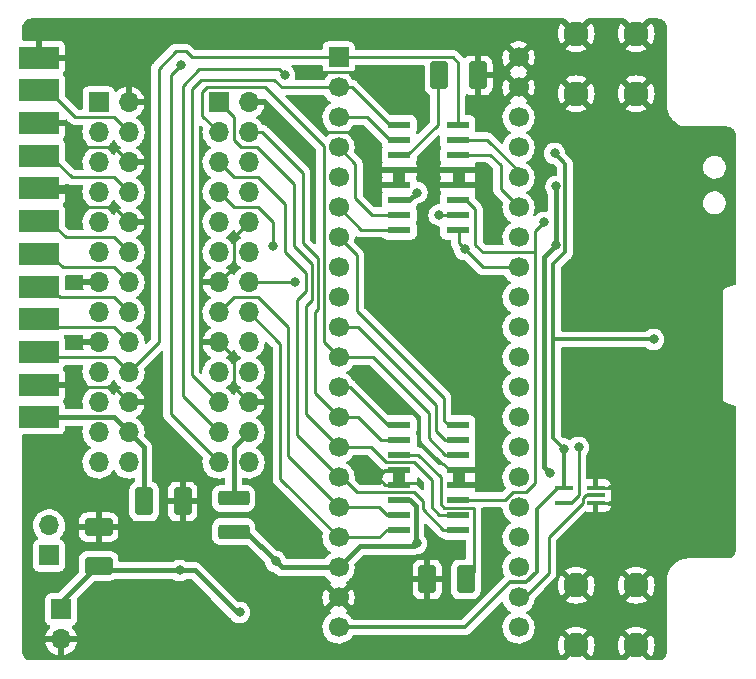
<source format=gbl>
%TF.GenerationSoftware,KiCad,Pcbnew,(6.0.4-0)*%
%TF.CreationDate,2023-01-26T09:36:58-07:00*%
%TF.ProjectId,bluescsi_iigs_internal,626c7565-7363-4736-995f-696967735f69,rev?*%
%TF.SameCoordinates,Original*%
%TF.FileFunction,Copper,L2,Bot*%
%TF.FilePolarity,Positive*%
%FSLAX46Y46*%
G04 Gerber Fmt 4.6, Leading zero omitted, Abs format (unit mm)*
G04 Created by KiCad (PCBNEW (6.0.4-0)) date 2023-01-26 09:36:58*
%MOMM*%
%LPD*%
G01*
G04 APERTURE LIST*
G04 Aperture macros list*
%AMRoundRect*
0 Rectangle with rounded corners*
0 $1 Rounding radius*
0 $2 $3 $4 $5 $6 $7 $8 $9 X,Y pos of 4 corners*
0 Add a 4 corners polygon primitive as box body*
4,1,4,$2,$3,$4,$5,$6,$7,$8,$9,$2,$3,0*
0 Add four circle primitives for the rounded corners*
1,1,$1+$1,$2,$3*
1,1,$1+$1,$4,$5*
1,1,$1+$1,$6,$7*
1,1,$1+$1,$8,$9*
0 Add four rect primitives between the rounded corners*
20,1,$1+$1,$2,$3,$4,$5,0*
20,1,$1+$1,$4,$5,$6,$7,0*
20,1,$1+$1,$6,$7,$8,$9,0*
20,1,$1+$1,$8,$9,$2,$3,0*%
G04 Aperture macros list end*
%TA.AperFunction,ComponentPad*%
%ADD10R,1.700000X1.700000*%
%TD*%
%TA.AperFunction,ComponentPad*%
%ADD11C,1.700000*%
%TD*%
%TA.AperFunction,ComponentPad*%
%ADD12O,1.700000X1.700000*%
%TD*%
%TA.AperFunction,ComponentPad*%
%ADD13C,2.100000*%
%TD*%
%TA.AperFunction,SMDPad,CuDef*%
%ADD14R,3.480000X1.846667*%
%TD*%
%TA.AperFunction,SMDPad,CuDef*%
%ADD15RoundRect,0.250000X-0.500000X-0.925000X0.500000X-0.925000X0.500000X0.925000X-0.500000X0.925000X0*%
%TD*%
%TA.AperFunction,SMDPad,CuDef*%
%ADD16R,1.970000X0.600000*%
%TD*%
%TA.AperFunction,SMDPad,CuDef*%
%ADD17RoundRect,0.250000X0.500000X0.925000X-0.500000X0.925000X-0.500000X-0.925000X0.500000X-0.925000X0*%
%TD*%
%TA.AperFunction,SMDPad,CuDef*%
%ADD18RoundRect,0.250000X1.075000X-0.375000X1.075000X0.375000X-1.075000X0.375000X-1.075000X-0.375000X0*%
%TD*%
%TA.AperFunction,SMDPad,CuDef*%
%ADD19R,1.500000X0.400000*%
%TD*%
%TA.AperFunction,SMDPad,CuDef*%
%ADD20RoundRect,0.250000X0.925000X-0.500000X0.925000X0.500000X-0.925000X0.500000X-0.925000X-0.500000X0*%
%TD*%
%TA.AperFunction,ViaPad*%
%ADD21C,0.800000*%
%TD*%
%TA.AperFunction,Conductor*%
%ADD22C,0.400000*%
%TD*%
%TA.AperFunction,Conductor*%
%ADD23C,0.250000*%
%TD*%
%TA.AperFunction,Conductor*%
%ADD24C,1.000000*%
%TD*%
%TA.AperFunction,Conductor*%
%ADD25C,0.300000*%
%TD*%
G04 APERTURE END LIST*
D10*
%TO.P,U1,1,PB12*%
%TO.N,/SCSI_DB4*%
X152400000Y-50800000D03*
D11*
%TO.P,U1,2,PB13*%
%TO.N,/SCSI_DB5*%
X152400000Y-53340000D03*
%TO.P,U1,3,PB14*%
%TO.N,/SCSI_DB6*%
X152400000Y-55880000D03*
%TO.P,U1,4,PB15*%
%TO.N,/SCSI_DB7*%
X152400000Y-58420000D03*
%TO.P,U1,5,PA8*%
%TO.N,/SCSI_ATN*%
X152400000Y-60960000D03*
%TO.P,U1,6,PA9*%
%TO.N,/SCSI_BSY*%
X152400000Y-63500000D03*
%TO.P,U1,7,PA10*%
%TO.N,/SCSI_ACK*%
X152400000Y-66040000D03*
%TO.P,U1,8,PA11*%
%TO.N,unconnected-(U1-Pad8)*%
X152400000Y-68580000D03*
%TO.P,U1,9,PA12*%
%TO.N,unconnected-(U1-Pad9)*%
X152400000Y-71120000D03*
%TO.P,U1,10,PA15*%
%TO.N,/SCSI_RST*%
X152400000Y-73660000D03*
%TO.P,U1,11,PB3*%
%TO.N,/SCSI_MSG*%
X152400000Y-76200000D03*
%TO.P,U1,12,PB4*%
%TO.N,/SCSI_SEL*%
X152400000Y-78740000D03*
%TO.P,U1,13,PB5*%
%TO.N,/SCSI_C_D*%
X152400000Y-81280000D03*
%TO.P,U1,14,PB6*%
%TO.N,/SCSI_REQ*%
X152400000Y-83820000D03*
%TO.P,U1,15,PB7*%
%TO.N,/SCSI_I_O*%
X152400000Y-86360000D03*
%TO.P,U1,16,PB8*%
%TO.N,/SCSI_DB0*%
X152400000Y-88900000D03*
%TO.P,U1,17,PB9*%
%TO.N,/SCSI_DB1*%
X152400000Y-91440000D03*
%TO.P,U1,18,5V*%
%TO.N,+5V*%
X152400000Y-93980000D03*
%TO.P,U1,19,GND*%
%TO.N,GND*%
X152400000Y-96520000D03*
%TO.P,U1,20,3V3*%
%TO.N,+3V3*%
X152400000Y-99060000D03*
%TO.P,U1,21,VBat*%
%TO.N,unconnected-(U1-Pad21)*%
X167640000Y-99060000D03*
%TO.P,U1,22,PC13*%
%TO.N,/DISK_ACT*%
X167640000Y-96520000D03*
%TO.P,U1,23,PC14*%
%TO.N,unconnected-(U1-Pad23)*%
X167640000Y-93980000D03*
%TO.P,U1,24,PC15*%
%TO.N,unconnected-(U1-Pad24)*%
X167640000Y-91440000D03*
%TO.P,U1,25,PA0*%
%TO.N,unconnected-(U1-Pad25)*%
X167640000Y-88900000D03*
%TO.P,U1,26,PA1*%
%TO.N,/DEBUG_TX*%
X167640000Y-86360000D03*
%TO.P,U1,27,PA2*%
%TO.N,/DEBUG_RX*%
X167640000Y-83820000D03*
%TO.P,U1,28,PA3*%
%TO.N,unconnected-(U1-Pad28)*%
X167640000Y-81280000D03*
%TO.P,U1,29,PA4*%
%TO.N,/SD_CS*%
X167640000Y-78740000D03*
%TO.P,U1,30,PA5*%
%TO.N,/SD_CSK*%
X167640000Y-76200000D03*
%TO.P,U1,31,PA6*%
%TO.N,/SD_MISO*%
X167640000Y-73660000D03*
%TO.P,U1,32,PA7*%
%TO.N,/SD_MOSI*%
X167640000Y-71120000D03*
%TO.P,U1,33,PB0*%
%TO.N,/SCSI_DBP*%
X167640000Y-68580000D03*
%TO.P,U1,34,PB1*%
%TO.N,unconnected-(U1-Pad34)*%
X167640000Y-66040000D03*
%TO.P,U1,35,PB10*%
%TO.N,/SCSI_DB2*%
X167640000Y-63500000D03*
%TO.P,U1,36,PB11*%
%TO.N,/SCSI_DB3*%
X167640000Y-60960000D03*
%TO.P,U1,37,RST*%
%TO.N,unconnected-(U1-Pad37)*%
X167640000Y-58420000D03*
%TO.P,U1,38,3V3*%
%TO.N,+3V3*%
X167640000Y-55880000D03*
%TO.P,U1,39,GND*%
%TO.N,GND*%
X167640000Y-53340000D03*
%TO.P,U1,40,GND*%
X167640000Y-50800000D03*
%TD*%
D10*
%TO.P,J1,1,Pin_1*%
%TO.N,/SCSI_REQ*%
X132080000Y-54610000D03*
D12*
%TO.P,J1,2,Pin_2*%
%TO.N,GND*%
X134620000Y-54610000D03*
%TO.P,J1,3,Pin_3*%
%TO.N,/SCSI_MSG*%
X132080000Y-57150000D03*
%TO.P,J1,4,Pin_4*%
%TO.N,/SCSI_C_D*%
X134620000Y-57150000D03*
%TO.P,J1,5,Pin_5*%
%TO.N,/SCSI_I_O*%
X132080000Y-59690000D03*
%TO.P,J1,6,Pin_6*%
%TO.N,GND*%
X134620000Y-59690000D03*
%TO.P,J1,7,Pin_7*%
%TO.N,/SCSI_RST*%
X132080000Y-62230000D03*
%TO.P,J1,8,Pin_8*%
%TO.N,/SCSI_ATN*%
X134620000Y-62230000D03*
%TO.P,J1,9,Pin_9*%
%TO.N,/SCSI_ACK*%
X132080000Y-64770000D03*
%TO.P,J1,10,Pin_10*%
%TO.N,GND*%
X134620000Y-64770000D03*
%TO.P,J1,11,Pin_11*%
%TO.N,/SCSI_BSY*%
X132080000Y-67310000D03*
%TO.P,J1,12,Pin_12*%
%TO.N,/SCSI_SEL*%
X134620000Y-67310000D03*
%TO.P,J1,13,Pin_13*%
%TO.N,GND*%
X132080000Y-69850000D03*
%TO.P,J1,14,Pin_14*%
%TO.N,/SCSI_DBP*%
X134620000Y-69850000D03*
%TO.P,J1,15,Pin_15*%
%TO.N,/SCSI_DB0*%
X132080000Y-72390000D03*
%TO.P,J1,16,Pin_16*%
%TO.N,/SCSI_DB1*%
X134620000Y-72390000D03*
%TO.P,J1,17,Pin_17*%
%TO.N,GND*%
X132080000Y-74930000D03*
%TO.P,J1,18,Pin_18*%
%TO.N,/SCSI_DB2*%
X134620000Y-74930000D03*
%TO.P,J1,19,Pin_19*%
%TO.N,/SCSI_DB3*%
X132080000Y-77470000D03*
%TO.P,J1,20,Pin_20*%
%TO.N,/SCSI_DB4*%
X134620000Y-77470000D03*
%TO.P,J1,21,Pin_21*%
%TO.N,/SCSI_DB5*%
X132080000Y-80010000D03*
%TO.P,J1,22,Pin_22*%
%TO.N,GND*%
X134620000Y-80010000D03*
%TO.P,J1,23,Pin_23*%
%TO.N,/SCSI_DB6*%
X132080000Y-82550000D03*
%TO.P,J1,24,Pin_24*%
%TO.N,/SCSI_TERMPWR*%
X134620000Y-82550000D03*
%TO.P,J1,25,Pin_25*%
%TO.N,/SCSI_DB7*%
X132080000Y-85090000D03*
%TO.P,J1,26,Pin_26*%
%TO.N,unconnected-(J1-Pad26)*%
X134620000Y-85090000D03*
%TD*%
D10*
%TO.P,J2,1,Pin_1*%
%TO.N,/SCSI_REQ*%
X142240000Y-54610000D03*
D12*
%TO.P,J2,2,Pin_2*%
%TO.N,GND*%
X144780000Y-54610000D03*
%TO.P,J2,3,Pin_3*%
%TO.N,/SCSI_MSG*%
X142240000Y-57150000D03*
%TO.P,J2,4,Pin_4*%
%TO.N,/SCSI_C_D*%
X144780000Y-57150000D03*
%TO.P,J2,5,Pin_5*%
%TO.N,/SCSI_I_O*%
X142240000Y-59690000D03*
%TO.P,J2,6,Pin_6*%
%TO.N,GND*%
X144780000Y-59690000D03*
%TO.P,J2,7,Pin_7*%
%TO.N,/SCSI_RST*%
X142240000Y-62230000D03*
%TO.P,J2,8,Pin_8*%
%TO.N,/SCSI_ATN*%
X144780000Y-62230000D03*
%TO.P,J2,9,Pin_9*%
%TO.N,/SCSI_ACK*%
X142240000Y-64770000D03*
%TO.P,J2,10,Pin_10*%
%TO.N,GND*%
X144780000Y-64770000D03*
%TO.P,J2,11,Pin_11*%
%TO.N,/SCSI_BSY*%
X142240000Y-67310000D03*
%TO.P,J2,12,Pin_12*%
%TO.N,/SCSI_SEL*%
X144780000Y-67310000D03*
%TO.P,J2,13,Pin_13*%
%TO.N,GND*%
X142240000Y-69850000D03*
%TO.P,J2,14,Pin_14*%
%TO.N,/SCSI_DBP*%
X144780000Y-69850000D03*
%TO.P,J2,15,Pin_15*%
%TO.N,/SCSI_DB0*%
X142240000Y-72390000D03*
%TO.P,J2,16,Pin_16*%
%TO.N,/SCSI_DB1*%
X144780000Y-72390000D03*
%TO.P,J2,17,Pin_17*%
%TO.N,GND*%
X142240000Y-74930000D03*
%TO.P,J2,18,Pin_18*%
%TO.N,/SCSI_DB2*%
X144780000Y-74930000D03*
%TO.P,J2,19,Pin_19*%
%TO.N,/SCSI_DB3*%
X142240000Y-77470000D03*
%TO.P,J2,20,Pin_20*%
%TO.N,/SCSI_DB4*%
X144780000Y-77470000D03*
%TO.P,J2,21,Pin_21*%
%TO.N,/SCSI_DB5*%
X142240000Y-80010000D03*
%TO.P,J2,22,Pin_22*%
%TO.N,GND*%
X144780000Y-80010000D03*
%TO.P,J2,23,Pin_23*%
%TO.N,/SCSI_DB6*%
X142240000Y-82550000D03*
%TO.P,J2,24,Pin_24*%
%TO.N,/SCSI_TERMPWR*%
X144780000Y-82550000D03*
%TO.P,J2,25,Pin_25*%
%TO.N,/SCSI_DB7*%
X142240000Y-85090000D03*
%TO.P,J2,26,Pin_26*%
%TO.N,unconnected-(J2-Pad26)*%
X144780000Y-85090000D03*
%TD*%
D10*
%TO.P,J4,1,Pin_1*%
%TO.N,/+5V_AUX*%
X128905000Y-97536000D03*
D12*
%TO.P,J4,2,Pin_2*%
%TO.N,GND*%
X128905000Y-100076000D03*
%TD*%
D10*
%TO.P,J5,1,Pin_1*%
%TO.N,+3V3*%
X127889000Y-92964000D03*
D12*
%TO.P,J5,2,Pin_2*%
%TO.N,Net-(D1-Pad1)*%
X127889000Y-90424000D03*
%TD*%
D13*
%TO.P,M1,1,Pin_1*%
%TO.N,GND*%
X177591000Y-95481000D03*
X177591000Y-100561000D03*
X172511000Y-95481000D03*
X172511000Y-100561000D03*
%TD*%
%TO.P,M2,1,Pin_1*%
%TO.N,GND*%
X177591000Y-48791000D03*
X172511000Y-48791000D03*
X177591000Y-53871000D03*
X172511000Y-53871000D03*
%TD*%
D14*
%TO.P,J6,14,P14*%
%TO.N,GND*%
X127000000Y-50805000D03*
%TO.P,J6,15,P15*%
%TO.N,/SCSI_C_D*%
X127000000Y-53575000D03*
%TO.P,J6,16,P16*%
%TO.N,GND*%
X127000000Y-56345000D03*
%TO.P,J6,17,P17*%
%TO.N,/SCSI_ATN*%
X127000000Y-59115000D03*
%TO.P,J6,18,P18*%
%TO.N,GND*%
X127000000Y-61885000D03*
%TO.P,J6,19,P19*%
%TO.N,/SCSI_SEL*%
X127000000Y-64655000D03*
%TO.P,J6,20,P20*%
%TO.N,/SCSI_DBP*%
X127000000Y-67425000D03*
%TO.P,J6,21,P21*%
%TO.N,/SCSI_DB1*%
X127000000Y-70195000D03*
%TO.P,J6,22,P22*%
%TO.N,/SCSI_DB2*%
X127000000Y-72965000D03*
%TO.P,J6,23,P23*%
%TO.N,/SCSI_DB4*%
X127000000Y-75735000D03*
%TO.P,J6,24,P24*%
%TO.N,GND*%
X127000000Y-78505000D03*
%TO.P,J6,25,P25*%
%TO.N,/SCSI_TERMPWR*%
X127000000Y-81275000D03*
%TD*%
D15*
%TO.P,C1,1*%
%TO.N,Net-(C1-Pad1)*%
X160935000Y-52324000D03*
%TO.P,C1,2*%
%TO.N,GND*%
X164185000Y-52324000D03*
%TD*%
D16*
%TO.P,U3,1,Pin_1*%
%TO.N,/SCSI_ACK*%
X162495000Y-81915000D03*
%TO.P,U3,2,Pin_2*%
%TO.N,/SCSI_RST*%
X162495000Y-83185000D03*
%TO.P,U3,3,Pin_3*%
%TO.N,/SCSI_MSG*%
X162495000Y-84455000D03*
%TO.P,U3,4,Pin_4*%
%TO.N,GND*%
X162495000Y-85725000D03*
%TO.P,U3,5,Pin_5*%
X162495000Y-86995000D03*
%TO.P,U3,6,Pin_6*%
%TO.N,/TERM_DISC*%
X162495000Y-88265000D03*
%TO.P,U3,7,Pin_7*%
%TO.N,/SCSI_REQ*%
X162495000Y-89535000D03*
%TO.P,U3,8,Pin_8*%
%TO.N,/SCSI_I_O*%
X162495000Y-90805000D03*
%TO.P,U3,9,Pin_9*%
%TO.N,/SCSI_DB1*%
X157545000Y-90805000D03*
%TO.P,U3,10,Pin_10*%
%TO.N,/SCSI_DB0*%
X157545000Y-89535000D03*
%TO.P,U3,11,Pin_11*%
%TO.N,+5V*%
X157545000Y-88265000D03*
%TO.P,U3,12,Pin_12*%
%TO.N,GND*%
X157545000Y-86995000D03*
%TO.P,U3,13,Pin_13*%
X157545000Y-85725000D03*
%TO.P,U3,14,Pin_14*%
%TO.N,Net-(C2-Pad1)*%
X157545000Y-84455000D03*
%TO.P,U3,15,Pin_15*%
%TO.N,/SCSI_C_D*%
X157545000Y-83185000D03*
%TO.P,U3,16,Pin_16*%
%TO.N,/SCSI_SEL*%
X157545000Y-81915000D03*
%TD*%
D15*
%TO.P,C3,1*%
%TO.N,/SCSI_TERMPWR*%
X135942000Y-88392000D03*
%TO.P,C3,2*%
%TO.N,GND*%
X139192000Y-88392000D03*
%TD*%
D17*
%TO.P,C2,1*%
%TO.N,Net-(C2-Pad1)*%
X163169000Y-94996000D03*
%TO.P,C2,2*%
%TO.N,GND*%
X159919000Y-94996000D03*
%TD*%
D16*
%TO.P,U2,1,Pin_1*%
%TO.N,/SCSI_DB4*%
X162495000Y-56515000D03*
%TO.P,U2,2,Pin_2*%
%TO.N,/SCSI_DB3*%
X162495000Y-57785000D03*
%TO.P,U2,3,Pin_3*%
%TO.N,/SCSI_DB2*%
X162495000Y-59055000D03*
%TO.P,U2,4,Pin_4*%
%TO.N,GND*%
X162495000Y-60325000D03*
%TO.P,U2,5,Pin_5*%
X162495000Y-61595000D03*
%TO.P,U2,6,Pin_6*%
%TO.N,/TERM_DISC*%
X162495000Y-62865000D03*
%TO.P,U2,7,Pin_7*%
%TO.N,/SCSI_ATN*%
X162495000Y-64135000D03*
%TO.P,U2,8,Pin_8*%
%TO.N,/SCSI_DBP*%
X162495000Y-65405000D03*
%TO.P,U2,9,Pin_9*%
%TO.N,/SCSI_BSY*%
X157545000Y-65405000D03*
%TO.P,U2,10,Pin_10*%
%TO.N,/SCSI_DB7*%
X157545000Y-64135000D03*
%TO.P,U2,11,Pin_11*%
%TO.N,+5V*%
X157545000Y-62865000D03*
%TO.P,U2,12,Pin_12*%
%TO.N,GND*%
X157545000Y-61595000D03*
%TO.P,U2,13,Pin_13*%
X157545000Y-60325000D03*
%TO.P,U2,14,Pin_14*%
%TO.N,Net-(C1-Pad1)*%
X157545000Y-59055000D03*
%TO.P,U2,15,Pin_15*%
%TO.N,/SCSI_DB6*%
X157545000Y-57785000D03*
%TO.P,U2,16,Pin_16*%
%TO.N,/SCSI_DB5*%
X157545000Y-56515000D03*
%TD*%
D18*
%TO.P,F1,1*%
%TO.N,+5V*%
X143510000Y-90935000D03*
%TO.P,F1,2*%
%TO.N,/SCSI_TERMPWR*%
X143510000Y-88135000D03*
%TD*%
D19*
%TO.P,U5,1,Pin_1*%
%TO.N,GND*%
X174177000Y-87234000D03*
%TO.P,U5,2,Pin_2*%
%TO.N,/DISK_ACT*%
X174177000Y-87884000D03*
%TO.P,U5,3,Pin_3*%
%TO.N,GND*%
X174177000Y-88534000D03*
%TO.P,U5,4,Pin_4*%
%TO.N,Net-(D1-Pad1)*%
X171517000Y-88534000D03*
%TO.P,U5,5,Pin_5*%
%TO.N,+3V3*%
X171517000Y-87234000D03*
%TD*%
D20*
%TO.P,C4,1*%
%TO.N,/+5V_AUX*%
X132080000Y-93827000D03*
%TO.P,C4,2*%
%TO.N,GND*%
X132080000Y-90577000D03*
%TD*%
D21*
%TO.N,+5V*%
X147066000Y-93472000D03*
X170815000Y-61722000D03*
X170307000Y-85979000D03*
X159025320Y-62233641D03*
X159004000Y-91948000D03*
X170814998Y-66675000D03*
%TO.N,GND*%
X164338000Y-86360000D03*
X156845000Y-52705000D03*
X164338000Y-60960000D03*
X155575000Y-60960000D03*
X155702000Y-86360000D03*
%TO.N,/SCSI_DBP*%
X163068000Y-67056000D03*
X148717000Y-69850000D03*
%TO.N,/SCSI_ATN*%
X160909000Y-64135000D03*
%TO.N,/SCSI_DB7*%
X139065000Y-51435000D03*
%TO.N,/SCSI_DB6*%
X147828000Y-52324000D03*
%TO.N,/SCSI_RST*%
X146812000Y-66802000D03*
%TO.N,+3V3*%
X171450000Y-83947000D03*
X179070000Y-74676000D03*
X170688000Y-58928000D03*
%TO.N,/TERM_DISC*%
X169799000Y-64770000D03*
%TO.N,Net-(D1-Pad1)*%
X172720000Y-83820000D03*
%TO.N,/+5V_AUX*%
X138938000Y-94234000D03*
X144018000Y-97790000D03*
%TD*%
D22*
%TO.N,+5V*%
X158426500Y-88265000D02*
X157545000Y-88265000D01*
X147066000Y-93472000D02*
X147574000Y-93980000D01*
X159004000Y-91948000D02*
X158929511Y-91873511D01*
X157545000Y-62865000D02*
X158393961Y-62865000D01*
X154178000Y-92202000D02*
X152400000Y-93980000D01*
X147574000Y-93980000D02*
X152400000Y-93980000D01*
X169799000Y-85471000D02*
X170307000Y-85979000D01*
X158393961Y-62865000D02*
X159025320Y-62233641D01*
X158929511Y-88768011D02*
X158426500Y-88265000D01*
X144529000Y-90935000D02*
X143510000Y-90935000D01*
X170814998Y-61722002D02*
X170815000Y-61722000D01*
X158929511Y-91873511D02*
X158929511Y-88768011D01*
X158750000Y-92202000D02*
X154178000Y-92202000D01*
X169799000Y-67690998D02*
X169799000Y-85471000D01*
X170814998Y-66675000D02*
X170814998Y-61722002D01*
X170814998Y-66675000D02*
X169799000Y-67690998D01*
X147066000Y-93472000D02*
X144529000Y-90935000D01*
X159004000Y-91948000D02*
X158750000Y-92202000D01*
D23*
%TO.N,GND*%
X142240000Y-74930000D02*
X143510000Y-76200000D01*
X143510000Y-76200000D02*
X143510000Y-78740000D01*
X143510000Y-78740000D02*
X144780000Y-80010000D01*
X144780000Y-64770000D02*
X143510000Y-66040000D01*
X143510000Y-66040000D02*
X143510000Y-68580000D01*
X176134000Y-87234000D02*
X176276000Y-87376000D01*
X134620000Y-80010000D02*
X133350000Y-78740000D01*
X174197000Y-88580000D02*
X174197000Y-91393000D01*
X162495000Y-85725000D02*
X161810000Y-85725000D01*
X143510000Y-68580000D02*
X143446500Y-68643500D01*
X157545000Y-60325000D02*
X162495000Y-60325000D01*
D24*
X162560000Y-85979000D02*
X162560000Y-86750000D01*
D23*
X130175000Y-78740000D02*
X129940000Y-78505000D01*
X176276000Y-88646000D02*
X176276000Y-88900000D01*
X129540000Y-62230000D02*
X127345000Y-62230000D01*
D24*
X157480000Y-85979000D02*
X157480000Y-86750000D01*
D23*
X127345000Y-62230000D02*
X127000000Y-61885000D01*
X130175000Y-58420000D02*
X130175000Y-57150000D01*
X161810000Y-85725000D02*
X160655000Y-84709000D01*
X134620000Y-59690000D02*
X133350000Y-58420000D01*
X156337000Y-85725000D02*
X157545000Y-85725000D01*
X156337000Y-86995000D02*
X157545000Y-86995000D01*
X143446500Y-68643500D02*
X142240000Y-69850000D01*
X174177000Y-87234000D02*
X176134000Y-87234000D01*
D24*
X157480000Y-60600000D02*
X157480000Y-61300000D01*
D23*
X133350000Y-78740000D02*
X130175000Y-78740000D01*
X153924000Y-52070000D02*
X150876000Y-52070000D01*
X134620000Y-64770000D02*
X133350000Y-63500000D01*
X130175000Y-57150000D02*
X129370000Y-56345000D01*
X176276000Y-87376000D02*
X176276000Y-88900000D01*
X174197000Y-91393000D02*
X174197000Y-93745000D01*
X153416000Y-57150000D02*
X151384000Y-57150000D01*
X174177000Y-88534000D02*
X176164000Y-88534000D01*
X155702000Y-86360000D02*
X156337000Y-85725000D01*
X176276000Y-88900000D02*
X176276000Y-89314000D01*
X176164000Y-88534000D02*
X176276000Y-88646000D01*
X129370000Y-56345000D02*
X127000000Y-56345000D01*
X130810000Y-63500000D02*
X129540000Y-62230000D01*
X174197000Y-93745000D02*
X172461000Y-95481000D01*
X133350000Y-63500000D02*
X130810000Y-63500000D01*
X129940000Y-78505000D02*
X127000000Y-78505000D01*
X133350000Y-58420000D02*
X130175000Y-58420000D01*
X155702000Y-86360000D02*
X156337000Y-86995000D01*
X176276000Y-89314000D02*
X174197000Y-91393000D01*
D24*
X162560000Y-60600000D02*
X162560000Y-61300000D01*
D23*
%TO.N,/SCSI_DB4*%
X137160000Y-74930000D02*
X137160000Y-51758998D01*
X127465000Y-76200000D02*
X133350000Y-76200000D01*
X152400000Y-50800000D02*
X162052000Y-50800000D01*
X139954000Y-50800000D02*
X152400000Y-50800000D01*
X139446000Y-50292000D02*
X139954000Y-50800000D01*
X162495000Y-51243000D02*
X162495000Y-56515000D01*
X127000000Y-75735000D02*
X127465000Y-76200000D01*
X162052000Y-50800000D02*
X162495000Y-51243000D01*
X134620000Y-77470000D02*
X137160000Y-74930000D01*
X133350000Y-76200000D02*
X134620000Y-77470000D01*
X138626998Y-50292000D02*
X139446000Y-50292000D01*
X137160000Y-51758998D02*
X138626998Y-50292000D01*
%TO.N,/SCSI_DB2*%
X166116000Y-59944000D02*
X166116000Y-61976000D01*
X127000000Y-72965000D02*
X127695000Y-73660000D01*
X162495000Y-59055000D02*
X165227000Y-59055000D01*
X133350000Y-73660000D02*
X134620000Y-74930000D01*
X165227000Y-59055000D02*
X166116000Y-59944000D01*
X166116000Y-61976000D02*
X167640000Y-63500000D01*
X127695000Y-73660000D02*
X133350000Y-73660000D01*
%TO.N,/SCSI_DB1*%
X144780000Y-72390000D02*
X147447000Y-75057000D01*
X156464000Y-90805000D02*
X157545000Y-90805000D01*
X147447000Y-86487000D02*
X152400000Y-91440000D01*
X152400000Y-91440000D02*
X155829000Y-91440000D01*
X128778000Y-71120000D02*
X133350000Y-71120000D01*
X147447000Y-75057000D02*
X147447000Y-86487000D01*
X133350000Y-71120000D02*
X134620000Y-72390000D01*
X127000000Y-70195000D02*
X127853000Y-70195000D01*
X127853000Y-70195000D02*
X128778000Y-71120000D01*
X155829000Y-91440000D02*
X156464000Y-90805000D01*
%TO.N,/SCSI_DBP*%
X129038000Y-68580000D02*
X133350000Y-68580000D01*
X127883000Y-67425000D02*
X129038000Y-68580000D01*
X148717000Y-69850000D02*
X144780000Y-69850000D01*
X163068000Y-67056000D02*
X164592000Y-68580000D01*
X163068000Y-67056000D02*
X162560000Y-66548000D01*
X127000000Y-67425000D02*
X127883000Y-67425000D01*
X133350000Y-68580000D02*
X134620000Y-69850000D01*
X164592000Y-68580000D02*
X167640000Y-68580000D01*
X162560000Y-66548000D02*
X162560000Y-65532000D01*
%TO.N,/SCSI_SEL*%
X153385000Y-78740000D02*
X156560000Y-81915000D01*
X156560000Y-81915000D02*
X157545000Y-81915000D01*
X127901000Y-64655000D02*
X129286000Y-66040000D01*
X133350000Y-66040000D02*
X134620000Y-67310000D01*
X129286000Y-66040000D02*
X133350000Y-66040000D01*
X152400000Y-78740000D02*
X153385000Y-78740000D01*
X127000000Y-64655000D02*
X127901000Y-64655000D01*
%TO.N,/SCSI_ATN*%
X162495000Y-64135000D02*
X160909000Y-64135000D01*
X133350000Y-60960000D02*
X134620000Y-62230000D01*
X127000000Y-59115000D02*
X127949000Y-59115000D01*
X127949000Y-59115000D02*
X129794000Y-60960000D01*
X129794000Y-60960000D02*
X133350000Y-60960000D01*
%TO.N,/SCSI_C_D*%
X150368000Y-79248000D02*
X152400000Y-81280000D01*
X133350000Y-55880000D02*
X134620000Y-57150000D01*
X150622000Y-67818000D02*
X150622000Y-72136000D01*
X145923000Y-57150000D02*
X149352000Y-60579000D01*
X149352000Y-60579000D02*
X149352000Y-66548000D01*
X149352000Y-66548000D02*
X150622000Y-67818000D01*
X154051000Y-81280000D02*
X155956000Y-83185000D01*
X127816666Y-53575000D02*
X130121666Y-55880000D01*
X155956000Y-83185000D02*
X157545000Y-83185000D01*
X130121666Y-55880000D02*
X133350000Y-55880000D01*
X150368000Y-72390000D02*
X150368000Y-79248000D01*
X150622000Y-72136000D02*
X150368000Y-72390000D01*
X152400000Y-81280000D02*
X154051000Y-81280000D01*
X127000000Y-53575000D02*
X127816666Y-53575000D01*
X144780000Y-57150000D02*
X145923000Y-57150000D01*
%TO.N,/SCSI_DB7*%
X138176000Y-81026000D02*
X142240000Y-85090000D01*
X152400000Y-58420000D02*
X153797000Y-59817000D01*
X155206700Y-64135000D02*
X157545000Y-64135000D01*
X138176000Y-52324000D02*
X138176000Y-81026000D01*
X139065000Y-51435000D02*
X138176000Y-52324000D01*
X153797000Y-59817000D02*
X153797000Y-62725300D01*
X153797000Y-62725300D02*
X155206700Y-64135000D01*
%TO.N,/SCSI_DB6*%
X147828000Y-52324000D02*
X147320000Y-51816000D01*
X154813000Y-55880000D02*
X156718000Y-57785000D01*
X152400000Y-55880000D02*
X154813000Y-55880000D01*
X139192000Y-79502000D02*
X142240000Y-82550000D01*
X140589000Y-51816000D02*
X139192000Y-53213000D01*
X139192000Y-53213000D02*
X139192000Y-79502000D01*
X156718000Y-57785000D02*
X157545000Y-57785000D01*
X147320000Y-51816000D02*
X140589000Y-51816000D01*
%TO.N,/SCSI_DB5*%
X139954000Y-53467000D02*
X140716000Y-52705000D01*
X140716000Y-52705000D02*
X146939000Y-52705000D01*
X139954000Y-77724000D02*
X139954000Y-53467000D01*
X142240000Y-80010000D02*
X139954000Y-77724000D01*
X156718000Y-56515000D02*
X157545000Y-56515000D01*
X146939000Y-52705000D02*
X147574000Y-53340000D01*
X153543000Y-53340000D02*
X156718000Y-56515000D01*
X152400000Y-53340000D02*
X153543000Y-53340000D01*
X147574000Y-53340000D02*
X152400000Y-53340000D01*
%TO.N,/SCSI_DB3*%
X167640000Y-60452000D02*
X167640000Y-60960000D01*
X164973000Y-57785000D02*
X167640000Y-60452000D01*
X162495000Y-57785000D02*
X164973000Y-57785000D01*
%TO.N,/SCSI_DB0*%
X155829000Y-88900000D02*
X156464000Y-89535000D01*
X148082000Y-73660000D02*
X148082000Y-84582000D01*
X143510000Y-71120000D02*
X145542000Y-71120000D01*
X145542000Y-71120000D02*
X148082000Y-73660000D01*
X148082000Y-84582000D02*
X152400000Y-88900000D01*
X156464000Y-89535000D02*
X157545000Y-89535000D01*
X142240000Y-72390000D02*
X143510000Y-71120000D01*
X152400000Y-88900000D02*
X155829000Y-88900000D01*
%TO.N,/SCSI_BSY*%
X154305000Y-65405000D02*
X152400000Y-63500000D01*
X157545000Y-65405000D02*
X154305000Y-65405000D01*
%TO.N,/SCSI_ACK*%
X161290000Y-79629000D02*
X161290000Y-81534000D01*
X161671000Y-81915000D02*
X162495000Y-81915000D01*
X153924000Y-67564000D02*
X153924000Y-72263000D01*
X152400000Y-66040000D02*
X153924000Y-67564000D01*
X153924000Y-72263000D02*
X161290000Y-79629000D01*
X161290000Y-81534000D02*
X161671000Y-81915000D01*
%TO.N,/SCSI_RST*%
X146812000Y-64770000D02*
X145542000Y-63500000D01*
X143510000Y-63500000D02*
X142240000Y-62230000D01*
X160655000Y-82423000D02*
X161417000Y-83185000D01*
X160655000Y-80264000D02*
X160655000Y-82423000D01*
X146812000Y-66802000D02*
X146812000Y-64770000D01*
X161417000Y-83185000D02*
X162495000Y-83185000D01*
X154051000Y-73660000D02*
X160655000Y-80264000D01*
X145542000Y-63500000D02*
X143510000Y-63500000D01*
X152400000Y-73660000D02*
X154051000Y-73660000D01*
%TO.N,/SCSI_I_O*%
X149606000Y-69088000D02*
X149606000Y-70612000D01*
X148844000Y-71374000D02*
X148844000Y-82804000D01*
X159512000Y-89057000D02*
X161260000Y-90805000D01*
X145542000Y-60960000D02*
X147828000Y-63246000D01*
X143510000Y-60960000D02*
X145542000Y-60960000D01*
X147828000Y-67310000D02*
X149606000Y-69088000D01*
X152654000Y-86360000D02*
X153924000Y-87630000D01*
X161260000Y-90805000D02*
X162495000Y-90805000D01*
X158780002Y-87630000D02*
X159512000Y-88361998D01*
X152400000Y-86360000D02*
X152654000Y-86360000D01*
X153924000Y-87630000D02*
X158780002Y-87630000D01*
X148844000Y-82804000D02*
X152400000Y-86360000D01*
X159512000Y-88361998D02*
X159512000Y-89057000D01*
X147828000Y-63246000D02*
X147828000Y-67310000D01*
X142240000Y-59690000D02*
X143510000Y-60960000D01*
X149606000Y-70612000D02*
X148844000Y-71374000D01*
%TO.N,/SCSI_MSG*%
X140843000Y-55753000D02*
X140843000Y-53721998D01*
X160020000Y-83042999D02*
X161432001Y-84455000D01*
X140843000Y-53721998D02*
X141224998Y-53340000D01*
X151130000Y-58293000D02*
X151130000Y-74930000D01*
X160020000Y-80899000D02*
X160020000Y-83042999D01*
X142240000Y-57150000D02*
X140843000Y-55753000D01*
X146177000Y-53340000D02*
X151130000Y-58293000D01*
X155321000Y-76200000D02*
X160020000Y-80899000D01*
X152400000Y-76200000D02*
X155321000Y-76200000D01*
X151130000Y-74930000D02*
X152400000Y-76200000D01*
X161432001Y-84455000D02*
X162495000Y-84455000D01*
X141224998Y-53340000D02*
X146177000Y-53340000D01*
%TO.N,/SCSI_REQ*%
X160274000Y-88900000D02*
X160909000Y-89535000D01*
X148590000Y-66802000D02*
X150114000Y-68326000D01*
X158813500Y-85090000D02*
X160274000Y-86550500D01*
X152400000Y-83820000D02*
X155130500Y-83820000D01*
X150114000Y-68326000D02*
X150114000Y-71374000D01*
X148590000Y-61487499D02*
X148590000Y-66802000D01*
X142240000Y-54610000D02*
X143510000Y-55880000D01*
X145522501Y-58420000D02*
X148590000Y-61487499D01*
X160909000Y-89535000D02*
X162495000Y-89535000D01*
X144121000Y-58420000D02*
X145522501Y-58420000D01*
X156400500Y-85090000D02*
X158813500Y-85090000D01*
X150114000Y-71374000D02*
X149606000Y-71882000D01*
X149606000Y-71882000D02*
X149606000Y-81026000D01*
X143510000Y-55880000D02*
X143510000Y-57809000D01*
X160274000Y-86550500D02*
X160274000Y-88900000D01*
X143510000Y-57809000D02*
X144121000Y-58420000D01*
X149606000Y-81026000D02*
X152400000Y-83820000D01*
X155130500Y-83820000D02*
X156400500Y-85090000D01*
D25*
%TO.N,+3V3*%
X170561000Y-83058000D02*
X171450000Y-83947000D01*
X163068000Y-99060000D02*
X166878000Y-95250000D01*
X170688000Y-58928000D02*
X171577000Y-59817000D01*
X166878000Y-95250000D02*
X168275000Y-95250000D01*
X152400000Y-99060000D02*
X163068000Y-99060000D01*
X168275000Y-95250000D02*
X169164000Y-94361000D01*
X169164000Y-94361000D02*
X169164000Y-89027000D01*
X171577000Y-59817000D02*
X171577000Y-67310000D01*
X171577000Y-67310000D02*
X170561000Y-68326000D01*
X179070000Y-74676000D02*
X170561000Y-74676000D01*
X169164000Y-89027000D02*
X170942000Y-87249000D01*
X170561000Y-68326000D02*
X170561000Y-83058000D01*
X171450000Y-87249000D02*
X171450000Y-83947000D01*
D23*
%TO.N,Net-(C1-Pad1)*%
X157545000Y-59055000D02*
X158230000Y-59055000D01*
X160782000Y-54102000D02*
X160782000Y-52477000D01*
X160782000Y-52477000D02*
X160935000Y-52324000D01*
X160782000Y-56503000D02*
X160782000Y-54102000D01*
X158230000Y-59055000D02*
X160782000Y-56503000D01*
%TO.N,Net-(C2-Pad1)*%
X161036000Y-88646000D02*
X161300489Y-88910489D01*
X161300489Y-88910489D02*
X163804511Y-88910489D01*
X163830000Y-88935978D02*
X163830000Y-94335000D01*
X161036000Y-86360000D02*
X161036000Y-88646000D01*
X157545000Y-84455000D02*
X159131000Y-84455000D01*
X163804511Y-88910489D02*
X163830000Y-88935978D01*
X159131000Y-84455000D02*
X161036000Y-86360000D01*
X163830000Y-94335000D02*
X163169000Y-94996000D01*
%TO.N,/TERM_DISC*%
X169037000Y-65532000D02*
X169037000Y-67437000D01*
X163957000Y-66675000D02*
X164592000Y-67310000D01*
X169799000Y-64770000D02*
X169037000Y-65532000D01*
X163180000Y-62865000D02*
X163957000Y-63642000D01*
X166497000Y-88265000D02*
X162495000Y-88265000D01*
X169037000Y-67437000D02*
X169037000Y-86824164D01*
X169037000Y-86824164D02*
X168231164Y-87630000D01*
X162495000Y-62865000D02*
X163180000Y-62865000D01*
X168910000Y-67310000D02*
X169037000Y-67437000D01*
X164592000Y-67310000D02*
X168910000Y-67310000D01*
X167132000Y-87630000D02*
X166497000Y-88265000D01*
X168231164Y-87630000D02*
X167132000Y-87630000D01*
X163957000Y-63642000D02*
X163957000Y-66675000D01*
%TO.N,Net-(D1-Pad1)*%
X172720000Y-87881000D02*
X172067000Y-88534000D01*
X172720000Y-83820000D02*
X172720000Y-87881000D01*
X172067000Y-88534000D02*
X171517000Y-88534000D01*
D22*
%TO.N,/+5V_AUX*%
X143764000Y-97790000D02*
X140208000Y-94234000D01*
X128905000Y-96901000D02*
X131979000Y-93827000D01*
X138938000Y-94234000D02*
X132487000Y-94234000D01*
X131979000Y-93827000D02*
X132080000Y-93827000D01*
X128905000Y-97536000D02*
X128905000Y-96901000D01*
X144018000Y-97790000D02*
X143764000Y-97790000D01*
X132487000Y-94234000D02*
X132080000Y-93827000D01*
X140208000Y-94234000D02*
X138938000Y-94234000D01*
D23*
%TO.N,/DISK_ACT*%
X174177000Y-87884000D02*
X173355000Y-87884000D01*
X173101000Y-88138000D02*
X173101000Y-88519000D01*
X173101000Y-88519000D02*
X170180000Y-91440000D01*
X173355000Y-87884000D02*
X173101000Y-88138000D01*
X170180000Y-91440000D02*
X170180000Y-94488000D01*
X168148000Y-96520000D02*
X167640000Y-96520000D01*
X170180000Y-94488000D02*
X168148000Y-96520000D01*
D22*
%TO.N,/SCSI_TERMPWR*%
X133345000Y-81275000D02*
X134620000Y-82550000D01*
X135890000Y-83820000D02*
X135890000Y-87783000D01*
X143510000Y-83820000D02*
X143510000Y-88135000D01*
X144780000Y-82550000D02*
X143510000Y-83820000D01*
X134620000Y-82550000D02*
X135890000Y-83820000D01*
X127000000Y-81275000D02*
X133345000Y-81275000D01*
%TD*%
%TA.AperFunction,Conductor*%
%TO.N,GND*%
G36*
X171593641Y-47518502D02*
G01*
X171614615Y-47535405D01*
X172498188Y-48418978D01*
X172512132Y-48426592D01*
X172513965Y-48426461D01*
X172520580Y-48422210D01*
X173407385Y-47535405D01*
X173469697Y-47501379D01*
X173496480Y-47498500D01*
X176605520Y-47498500D01*
X176673641Y-47518502D01*
X176694615Y-47535405D01*
X177578188Y-48418978D01*
X177592132Y-48426592D01*
X177593965Y-48426461D01*
X177600580Y-48422210D01*
X178487385Y-47535405D01*
X178549697Y-47501379D01*
X178576480Y-47498500D01*
X179401633Y-47498500D01*
X179421018Y-47500000D01*
X179435852Y-47502310D01*
X179435855Y-47502310D01*
X179444724Y-47503691D01*
X179454659Y-47502392D01*
X179455746Y-47502250D01*
X179484431Y-47501793D01*
X179557741Y-47509013D01*
X179587212Y-47511916D01*
X179611432Y-47516733D01*
X179730546Y-47552866D01*
X179753355Y-47562315D01*
X179863124Y-47620987D01*
X179883655Y-47634705D01*
X179979876Y-47713671D01*
X179997329Y-47731124D01*
X180076295Y-47827345D01*
X180090013Y-47847876D01*
X180148685Y-47957645D01*
X180158134Y-47980454D01*
X180194267Y-48099568D01*
X180199084Y-48123789D01*
X180208541Y-48219809D01*
X180208091Y-48235868D01*
X180208800Y-48235877D01*
X180208690Y-48244853D01*
X180207309Y-48253724D01*
X180208473Y-48262626D01*
X180208473Y-48262628D01*
X180211436Y-48285283D01*
X180212500Y-48301621D01*
X180212500Y-54814633D01*
X180211000Y-54834018D01*
X180208690Y-54848851D01*
X180208690Y-54848855D01*
X180207309Y-54857724D01*
X180208130Y-54864000D01*
X180207957Y-54864000D01*
X180226106Y-55117753D01*
X180227062Y-55122147D01*
X180278474Y-55358483D01*
X180280183Y-55366341D01*
X180281755Y-55370556D01*
X180281756Y-55370559D01*
X180305206Y-55433430D01*
X180369087Y-55604703D01*
X180392259Y-55647139D01*
X180464065Y-55778641D01*
X180491009Y-55827986D01*
X180493706Y-55831589D01*
X180493710Y-55831595D01*
X180590663Y-55961109D01*
X180643466Y-56031645D01*
X180823355Y-56211534D01*
X180826958Y-56214231D01*
X181023405Y-56361290D01*
X181023411Y-56361294D01*
X181027014Y-56363991D01*
X181030971Y-56366152D01*
X181030973Y-56366153D01*
X181124457Y-56417199D01*
X181250297Y-56485913D01*
X181254509Y-56487484D01*
X181484441Y-56573244D01*
X181484444Y-56573245D01*
X181488659Y-56574817D01*
X181493050Y-56575772D01*
X181493056Y-56575774D01*
X181678513Y-56616117D01*
X181737247Y-56628894D01*
X181741735Y-56629215D01*
X181957668Y-56644659D01*
X181969577Y-56646083D01*
X181970924Y-56646310D01*
X181973645Y-56646768D01*
X181973647Y-56646768D01*
X181978448Y-56647576D01*
X181984991Y-56647656D01*
X181986140Y-56647670D01*
X181986143Y-56647670D01*
X181991000Y-56647729D01*
X182018624Y-56643773D01*
X182036486Y-56642500D01*
X185243633Y-56642500D01*
X185263018Y-56644000D01*
X185277852Y-56646310D01*
X185277855Y-56646310D01*
X185286724Y-56647691D01*
X185296659Y-56646392D01*
X185297746Y-56646250D01*
X185326431Y-56645793D01*
X185399741Y-56653013D01*
X185429212Y-56655916D01*
X185453432Y-56660733D01*
X185572546Y-56696866D01*
X185595355Y-56706315D01*
X185705124Y-56764987D01*
X185725655Y-56778705D01*
X185821876Y-56857671D01*
X185839329Y-56875124D01*
X185918295Y-56971345D01*
X185932013Y-56991876D01*
X185990685Y-57101645D01*
X186000134Y-57124454D01*
X186036267Y-57243568D01*
X186041084Y-57267789D01*
X186050541Y-57363809D01*
X186050091Y-57379868D01*
X186050800Y-57379877D01*
X186050690Y-57388853D01*
X186049309Y-57397724D01*
X186050473Y-57406626D01*
X186050473Y-57406628D01*
X186053436Y-57429283D01*
X186054500Y-57445621D01*
X186054500Y-69972128D01*
X186034498Y-70040249D01*
X185980842Y-70086742D01*
X185960969Y-70093872D01*
X185357969Y-70254672D01*
X185354112Y-70255447D01*
X185350279Y-70255424D01*
X185341648Y-70257891D01*
X185341647Y-70257891D01*
X185283497Y-70274510D01*
X185281340Y-70275106D01*
X185258029Y-70281323D01*
X185253698Y-70282478D01*
X185250556Y-70283817D01*
X185246841Y-70284987D01*
X185210229Y-70295451D01*
X185202635Y-70300243D01*
X185202634Y-70300243D01*
X185191670Y-70307161D01*
X185173837Y-70316510D01*
X185153633Y-70325120D01*
X185127893Y-70346249D01*
X185115196Y-70355412D01*
X185087042Y-70373176D01*
X185081099Y-70379905D01*
X185072510Y-70389630D01*
X185058018Y-70403608D01*
X185041049Y-70417538D01*
X185035988Y-70424952D01*
X185035986Y-70424954D01*
X185022283Y-70445028D01*
X185012661Y-70457396D01*
X184990622Y-70482351D01*
X184986808Y-70490475D01*
X184981296Y-70502215D01*
X184971310Y-70519699D01*
X184958928Y-70537838D01*
X184954297Y-70552077D01*
X184948629Y-70569501D01*
X184942866Y-70584070D01*
X184928719Y-70614200D01*
X184927339Y-70623065D01*
X184927338Y-70623067D01*
X184925343Y-70635882D01*
X184920665Y-70655469D01*
X184913872Y-70676352D01*
X184913297Y-70695511D01*
X184912851Y-70710369D01*
X184912533Y-70716309D01*
X184912250Y-70719970D01*
X184911500Y-70724786D01*
X184911500Y-70753537D01*
X184911443Y-70757315D01*
X184909969Y-70806462D01*
X184909504Y-70821945D01*
X184911088Y-70828033D01*
X184911500Y-70835371D01*
X184911500Y-79550804D01*
X184911382Y-79556265D01*
X184908781Y-79616212D01*
X184918676Y-79656454D01*
X184921041Y-79668639D01*
X184926920Y-79709687D01*
X184932620Y-79722222D01*
X184940275Y-79744289D01*
X184943562Y-79757656D01*
X184948065Y-79765420D01*
X184948067Y-79765424D01*
X184964348Y-79793493D01*
X184970056Y-79804560D01*
X184983491Y-79834107D01*
X184987208Y-79842282D01*
X184993069Y-79849084D01*
X184993070Y-79849086D01*
X184996203Y-79852723D01*
X185009733Y-79871737D01*
X185016644Y-79883652D01*
X185023142Y-79889837D01*
X185023147Y-79889843D01*
X185046655Y-79912217D01*
X185055234Y-79921231D01*
X185082287Y-79952627D01*
X185093845Y-79960119D01*
X185112176Y-79974579D01*
X185122151Y-79984073D01*
X185156753Y-80001921D01*
X185158963Y-80003061D01*
X185169732Y-80009308D01*
X185196979Y-80026968D01*
X185196982Y-80026969D01*
X185204515Y-80031852D01*
X185220519Y-80036638D01*
X185266077Y-80050263D01*
X185269820Y-80051446D01*
X185968345Y-80284288D01*
X186026645Y-80324805D01*
X186053784Y-80390410D01*
X186054500Y-80403822D01*
X186054500Y-92406633D01*
X186053000Y-92426018D01*
X186049309Y-92449724D01*
X186050473Y-92458626D01*
X186050750Y-92460746D01*
X186051207Y-92489431D01*
X186046565Y-92536563D01*
X186041084Y-92592212D01*
X186036267Y-92616432D01*
X186000134Y-92735546D01*
X185990685Y-92758355D01*
X185932013Y-92868124D01*
X185918295Y-92888655D01*
X185839329Y-92984876D01*
X185821876Y-93002329D01*
X185725655Y-93081295D01*
X185705124Y-93095013D01*
X185595355Y-93153685D01*
X185572546Y-93163134D01*
X185453432Y-93199267D01*
X185429211Y-93204084D01*
X185333191Y-93213541D01*
X185317132Y-93213091D01*
X185317123Y-93213800D01*
X185308147Y-93213690D01*
X185299276Y-93212309D01*
X185290374Y-93213473D01*
X185290372Y-93213473D01*
X185277856Y-93215110D01*
X185267714Y-93216436D01*
X185251379Y-93217500D01*
X182044250Y-93217500D01*
X182023345Y-93215754D01*
X182008344Y-93213230D01*
X182008341Y-93213230D01*
X182003552Y-93212424D01*
X181997555Y-93212351D01*
X181995868Y-93212330D01*
X181995864Y-93212330D01*
X181991000Y-93212271D01*
X181986006Y-93212986D01*
X181985851Y-93213008D01*
X181976984Y-93213959D01*
X181741735Y-93230785D01*
X181737247Y-93231106D01*
X181678513Y-93243883D01*
X181493056Y-93284226D01*
X181493050Y-93284228D01*
X181488659Y-93285183D01*
X181484444Y-93286755D01*
X181484441Y-93286756D01*
X181376886Y-93326872D01*
X181250297Y-93374087D01*
X181203757Y-93399500D01*
X181059814Y-93478099D01*
X181027014Y-93496009D01*
X181023411Y-93498706D01*
X181023405Y-93498710D01*
X180873881Y-93610643D01*
X180823355Y-93648466D01*
X180643466Y-93828355D01*
X180640769Y-93831958D01*
X180493710Y-94028405D01*
X180493706Y-94028411D01*
X180491009Y-94032014D01*
X180488848Y-94035971D01*
X180488847Y-94035973D01*
X180465946Y-94077913D01*
X180369087Y-94255297D01*
X180367516Y-94259509D01*
X180282871Y-94486453D01*
X180280183Y-94493659D01*
X180279228Y-94498050D01*
X180279226Y-94498056D01*
X180244451Y-94657918D01*
X180226106Y-94742247D01*
X180225785Y-94746735D01*
X180209711Y-94971477D01*
X180208784Y-94979650D01*
X180208852Y-94979817D01*
X180207309Y-94989724D01*
X180208018Y-94995146D01*
X180207957Y-94996000D01*
X180208130Y-94996000D01*
X180209328Y-95005162D01*
X180209328Y-95005163D01*
X180211436Y-95021283D01*
X180212500Y-95037620D01*
X180212500Y-101042633D01*
X180211000Y-101062018D01*
X180207309Y-101085724D01*
X180208473Y-101094626D01*
X180208750Y-101096746D01*
X180209207Y-101125431D01*
X180208289Y-101134755D01*
X180199084Y-101228212D01*
X180194267Y-101252432D01*
X180158134Y-101371546D01*
X180148685Y-101394355D01*
X180090013Y-101504124D01*
X180076295Y-101524655D01*
X179997329Y-101620876D01*
X179979876Y-101638329D01*
X179883655Y-101717295D01*
X179863124Y-101731013D01*
X179753355Y-101789685D01*
X179730546Y-101799134D01*
X179611432Y-101835267D01*
X179587211Y-101840084D01*
X179491191Y-101849541D01*
X179475132Y-101849091D01*
X179475123Y-101849800D01*
X179466147Y-101849690D01*
X179457276Y-101848309D01*
X179448374Y-101849473D01*
X179448372Y-101849473D01*
X179435856Y-101851110D01*
X179425714Y-101852436D01*
X179409379Y-101853500D01*
X178576480Y-101853500D01*
X178508359Y-101833498D01*
X178487385Y-101816595D01*
X177603812Y-100933022D01*
X177589868Y-100925408D01*
X177588035Y-100925539D01*
X177581420Y-100929790D01*
X176694615Y-101816595D01*
X176632303Y-101850621D01*
X176605520Y-101853500D01*
X173496480Y-101853500D01*
X173428359Y-101833498D01*
X173407385Y-101816595D01*
X172523812Y-100933022D01*
X172509868Y-100925408D01*
X172508035Y-100925539D01*
X172501420Y-100929790D01*
X171614615Y-101816595D01*
X171552303Y-101850621D01*
X171525520Y-101853500D01*
X126414367Y-101853500D01*
X126394982Y-101852000D01*
X126380148Y-101849690D01*
X126380145Y-101849690D01*
X126371276Y-101848309D01*
X126361341Y-101849608D01*
X126360254Y-101849750D01*
X126331569Y-101850207D01*
X126258259Y-101842987D01*
X126228788Y-101840084D01*
X126204568Y-101835267D01*
X126085454Y-101799134D01*
X126062645Y-101789685D01*
X125952876Y-101731013D01*
X125932345Y-101717295D01*
X125836124Y-101638329D01*
X125818671Y-101620876D01*
X125739705Y-101524655D01*
X125725987Y-101504124D01*
X125667315Y-101394355D01*
X125657866Y-101371546D01*
X125621733Y-101252432D01*
X125616916Y-101228212D01*
X125607711Y-101134755D01*
X125607607Y-101111151D01*
X125607768Y-101109354D01*
X125608576Y-101104552D01*
X125608729Y-101092000D01*
X125604773Y-101064376D01*
X125603500Y-101046514D01*
X125603500Y-100343966D01*
X127573257Y-100343966D01*
X127603565Y-100478446D01*
X127606645Y-100488275D01*
X127686770Y-100685603D01*
X127691413Y-100694794D01*
X127802694Y-100876388D01*
X127808777Y-100884699D01*
X127948213Y-101045667D01*
X127955580Y-101052883D01*
X128119434Y-101188916D01*
X128127881Y-101194831D01*
X128311756Y-101302279D01*
X128321042Y-101306729D01*
X128520001Y-101382703D01*
X128529899Y-101385579D01*
X128633250Y-101406606D01*
X128647299Y-101405410D01*
X128651000Y-101395065D01*
X128651000Y-101394517D01*
X129159000Y-101394517D01*
X129163064Y-101408359D01*
X129176478Y-101410393D01*
X129183184Y-101409534D01*
X129193262Y-101407392D01*
X129397255Y-101346191D01*
X129406842Y-101342433D01*
X129598095Y-101248739D01*
X129606945Y-101243464D01*
X129780328Y-101119792D01*
X129788200Y-101113139D01*
X129939052Y-100962812D01*
X129945730Y-100954965D01*
X130070003Y-100782020D01*
X130075313Y-100773183D01*
X130169670Y-100582267D01*
X130173469Y-100572672D01*
X130175517Y-100565930D01*
X170948570Y-100565930D01*
X170967035Y-100800545D01*
X170968578Y-100810292D01*
X171023517Y-101039125D01*
X171026566Y-101048510D01*
X171116625Y-101265933D01*
X171121107Y-101274728D01*
X171232072Y-101455805D01*
X171242530Y-101465267D01*
X171251306Y-101461484D01*
X172138978Y-100573812D01*
X172145356Y-100562132D01*
X172875408Y-100562132D01*
X172875539Y-100563965D01*
X172879790Y-100570580D01*
X173767650Y-101458440D01*
X173780030Y-101465200D01*
X173787680Y-101459473D01*
X173900893Y-101274728D01*
X173905375Y-101265933D01*
X173995434Y-101048510D01*
X173998483Y-101039125D01*
X174053422Y-100810292D01*
X174054965Y-100800545D01*
X174073430Y-100565930D01*
X176028570Y-100565930D01*
X176047035Y-100800545D01*
X176048578Y-100810292D01*
X176103517Y-101039125D01*
X176106566Y-101048510D01*
X176196625Y-101265933D01*
X176201107Y-101274728D01*
X176312072Y-101455805D01*
X176322530Y-101465267D01*
X176331306Y-101461484D01*
X177218978Y-100573812D01*
X177225356Y-100562132D01*
X177955408Y-100562132D01*
X177955539Y-100563965D01*
X177959790Y-100570580D01*
X178847650Y-101458440D01*
X178860030Y-101465200D01*
X178867680Y-101459473D01*
X178980893Y-101274728D01*
X178985375Y-101265933D01*
X179075434Y-101048510D01*
X179078483Y-101039125D01*
X179133422Y-100810292D01*
X179134965Y-100800545D01*
X179153430Y-100565930D01*
X179153430Y-100556070D01*
X179134965Y-100321455D01*
X179133422Y-100311708D01*
X179078483Y-100082875D01*
X179075434Y-100073490D01*
X178985375Y-99856067D01*
X178980893Y-99847272D01*
X178869928Y-99666195D01*
X178859470Y-99656733D01*
X178850694Y-99660516D01*
X177963022Y-100548188D01*
X177955408Y-100562132D01*
X177225356Y-100562132D01*
X177226592Y-100559868D01*
X177226461Y-100558035D01*
X177222210Y-100551420D01*
X176334350Y-99663560D01*
X176321970Y-99656800D01*
X176314320Y-99662527D01*
X176201107Y-99847272D01*
X176196625Y-99856067D01*
X176106566Y-100073490D01*
X176103517Y-100082875D01*
X176048578Y-100311708D01*
X176047035Y-100321455D01*
X176028570Y-100556070D01*
X176028570Y-100565930D01*
X174073430Y-100565930D01*
X174073430Y-100556070D01*
X174054965Y-100321455D01*
X174053422Y-100311708D01*
X173998483Y-100082875D01*
X173995434Y-100073490D01*
X173905375Y-99856067D01*
X173900893Y-99847272D01*
X173789928Y-99666195D01*
X173779470Y-99656733D01*
X173770694Y-99660516D01*
X172883022Y-100548188D01*
X172875408Y-100562132D01*
X172145356Y-100562132D01*
X172146592Y-100559868D01*
X172146461Y-100558035D01*
X172142210Y-100551420D01*
X171254350Y-99663560D01*
X171241970Y-99656800D01*
X171234320Y-99662527D01*
X171121107Y-99847272D01*
X171116625Y-99856067D01*
X171026566Y-100073490D01*
X171023517Y-100082875D01*
X170968578Y-100311708D01*
X170967035Y-100321455D01*
X170948570Y-100556070D01*
X170948570Y-100565930D01*
X130175517Y-100565930D01*
X130235377Y-100368910D01*
X130237555Y-100358837D01*
X130238986Y-100347962D01*
X130236775Y-100333778D01*
X130223617Y-100330000D01*
X129177115Y-100330000D01*
X129161876Y-100334475D01*
X129160671Y-100335865D01*
X129159000Y-100343548D01*
X129159000Y-101394517D01*
X128651000Y-101394517D01*
X128651000Y-100348115D01*
X128646525Y-100332876D01*
X128645135Y-100331671D01*
X128637452Y-100330000D01*
X127588225Y-100330000D01*
X127574694Y-100333973D01*
X127573257Y-100343966D01*
X125603500Y-100343966D01*
X125603500Y-98434134D01*
X127546500Y-98434134D01*
X127553255Y-98496316D01*
X127604385Y-98632705D01*
X127691739Y-98749261D01*
X127808295Y-98836615D01*
X127816704Y-98839767D01*
X127816705Y-98839768D01*
X127925960Y-98880726D01*
X127982725Y-98923367D01*
X128007425Y-98989929D01*
X127992218Y-99059278D01*
X127972825Y-99085759D01*
X127849590Y-99214717D01*
X127843104Y-99222727D01*
X127723098Y-99398649D01*
X127718000Y-99407623D01*
X127628338Y-99600783D01*
X127624775Y-99610470D01*
X127569389Y-99810183D01*
X127570912Y-99818607D01*
X127583292Y-99822000D01*
X130223344Y-99822000D01*
X130236875Y-99818027D01*
X130238180Y-99808947D01*
X130196214Y-99641875D01*
X130192894Y-99632124D01*
X130107972Y-99436814D01*
X130103105Y-99427739D01*
X129987426Y-99248926D01*
X129981136Y-99240757D01*
X129837293Y-99082677D01*
X129806241Y-99018831D01*
X129814635Y-98948333D01*
X129859812Y-98893564D01*
X129886256Y-98879895D01*
X129993297Y-98839767D01*
X130001705Y-98836615D01*
X130118261Y-98749261D01*
X130205615Y-98632705D01*
X130256745Y-98496316D01*
X130263500Y-98434134D01*
X130263500Y-96637866D01*
X130260868Y-96613636D01*
X130273396Y-96543754D01*
X130297036Y-96510934D01*
X131685566Y-95122405D01*
X131747878Y-95088379D01*
X131774661Y-95085500D01*
X133055400Y-95085500D01*
X133058646Y-95085163D01*
X133058650Y-95085163D01*
X133154308Y-95075238D01*
X133154312Y-95075237D01*
X133161166Y-95074526D01*
X133167702Y-95072345D01*
X133167704Y-95072345D01*
X133321998Y-95020868D01*
X133328946Y-95018550D01*
X133421370Y-94961356D01*
X133487673Y-94942500D01*
X138326595Y-94942500D01*
X138394716Y-94962502D01*
X138400656Y-94966564D01*
X138470803Y-95017529D01*
X138481248Y-95025118D01*
X138487276Y-95027802D01*
X138487278Y-95027803D01*
X138647734Y-95099242D01*
X138655712Y-95102794D01*
X138747974Y-95122405D01*
X138836056Y-95141128D01*
X138836061Y-95141128D01*
X138842513Y-95142500D01*
X139033487Y-95142500D01*
X139039939Y-95141128D01*
X139039944Y-95141128D01*
X139128026Y-95122405D01*
X139220288Y-95102794D01*
X139228266Y-95099242D01*
X139388722Y-95027803D01*
X139388724Y-95027802D01*
X139394752Y-95025118D01*
X139405198Y-95017529D01*
X139475344Y-94966564D01*
X139542211Y-94942706D01*
X139549405Y-94942500D01*
X139862340Y-94942500D01*
X139930461Y-94962502D01*
X139951435Y-94979405D01*
X141606496Y-96634467D01*
X143239889Y-98267860D01*
X143259913Y-98293954D01*
X143278960Y-98326944D01*
X143283381Y-98331854D01*
X143372398Y-98430717D01*
X143406747Y-98468866D01*
X143561248Y-98581118D01*
X143567276Y-98583802D01*
X143567278Y-98583803D01*
X143693255Y-98639891D01*
X143735712Y-98658794D01*
X143829113Y-98678647D01*
X143916056Y-98697128D01*
X143916061Y-98697128D01*
X143922513Y-98698500D01*
X144113487Y-98698500D01*
X144119939Y-98697128D01*
X144119944Y-98697128D01*
X144206887Y-98678647D01*
X144300288Y-98658794D01*
X144342745Y-98639891D01*
X144468722Y-98583803D01*
X144468724Y-98583802D01*
X144474752Y-98581118D01*
X144629253Y-98468866D01*
X144660526Y-98434134D01*
X144752621Y-98331852D01*
X144752622Y-98331851D01*
X144757040Y-98326944D01*
X144829097Y-98202138D01*
X144849223Y-98167279D01*
X144849224Y-98167278D01*
X144852527Y-98161556D01*
X144911542Y-97979928D01*
X144917620Y-97922104D01*
X144930814Y-97796565D01*
X144931504Y-97790000D01*
X144915037Y-97633327D01*
X144912232Y-97606635D01*
X144912232Y-97606633D01*
X144911542Y-97600072D01*
X144852527Y-97418444D01*
X144757040Y-97253056D01*
X144729147Y-97222077D01*
X144633675Y-97116045D01*
X144633674Y-97116044D01*
X144629253Y-97111134D01*
X144506311Y-97021811D01*
X144480094Y-97002763D01*
X144480093Y-97002762D01*
X144474752Y-96998882D01*
X144468724Y-96996198D01*
X144468722Y-96996197D01*
X144306319Y-96923891D01*
X144306318Y-96923891D01*
X144300288Y-96921206D01*
X144206888Y-96901353D01*
X144119944Y-96882872D01*
X144119939Y-96882872D01*
X144113487Y-96881500D01*
X143922513Y-96881500D01*
X143921883Y-96881634D01*
X143854221Y-96869264D01*
X143821788Y-96845818D01*
X143467833Y-96491863D01*
X151038050Y-96491863D01*
X151050309Y-96704477D01*
X151051745Y-96714697D01*
X151098565Y-96922446D01*
X151101645Y-96932275D01*
X151181770Y-97129603D01*
X151186413Y-97138794D01*
X151266460Y-97269420D01*
X151276916Y-97278880D01*
X151285694Y-97275096D01*
X152027978Y-96532812D01*
X152034356Y-96521132D01*
X152764408Y-96521132D01*
X152764539Y-96522965D01*
X152768790Y-96529580D01*
X153510474Y-97271264D01*
X153522484Y-97277823D01*
X153534223Y-97268855D01*
X153565004Y-97226019D01*
X153570315Y-97217180D01*
X153664670Y-97026267D01*
X153668469Y-97016672D01*
X153730376Y-96812915D01*
X153732555Y-96802834D01*
X153760590Y-96589887D01*
X153761109Y-96583212D01*
X153762572Y-96523364D01*
X153762378Y-96516646D01*
X153744781Y-96302604D01*
X153743096Y-96292424D01*
X153691214Y-96085875D01*
X153687894Y-96076124D01*
X153640922Y-95968095D01*
X158661001Y-95968095D01*
X158661338Y-95974614D01*
X158671257Y-96070206D01*
X158674149Y-96083600D01*
X158725588Y-96237784D01*
X158731761Y-96250962D01*
X158817063Y-96388807D01*
X158826099Y-96400208D01*
X158940829Y-96514739D01*
X158952240Y-96523751D01*
X159090243Y-96608816D01*
X159103424Y-96614963D01*
X159257710Y-96666138D01*
X159271086Y-96669005D01*
X159365438Y-96678672D01*
X159371854Y-96679000D01*
X159646885Y-96679000D01*
X159662124Y-96674525D01*
X159663329Y-96673135D01*
X159665000Y-96665452D01*
X159665000Y-96660884D01*
X160173000Y-96660884D01*
X160177475Y-96676123D01*
X160178865Y-96677328D01*
X160186548Y-96678999D01*
X160466095Y-96678999D01*
X160472614Y-96678662D01*
X160568206Y-96668743D01*
X160581600Y-96665851D01*
X160735784Y-96614412D01*
X160748962Y-96608239D01*
X160886807Y-96522937D01*
X160898208Y-96513901D01*
X161012739Y-96399171D01*
X161021751Y-96387760D01*
X161106816Y-96249757D01*
X161112963Y-96236576D01*
X161164138Y-96082290D01*
X161167005Y-96068914D01*
X161176672Y-95974562D01*
X161177000Y-95968146D01*
X161177000Y-95268115D01*
X161172525Y-95252876D01*
X161171135Y-95251671D01*
X161163452Y-95250000D01*
X160191115Y-95250000D01*
X160175876Y-95254475D01*
X160174671Y-95255865D01*
X160173000Y-95263548D01*
X160173000Y-96660884D01*
X159665000Y-96660884D01*
X159665000Y-95268115D01*
X159660525Y-95252876D01*
X159659135Y-95251671D01*
X159651452Y-95250000D01*
X158679116Y-95250000D01*
X158663877Y-95254475D01*
X158662672Y-95255865D01*
X158661001Y-95263548D01*
X158661001Y-95968095D01*
X153640922Y-95968095D01*
X153602972Y-95880814D01*
X153598105Y-95871739D01*
X153533063Y-95771197D01*
X153522377Y-95761995D01*
X153512812Y-95766398D01*
X152772022Y-96507188D01*
X152764408Y-96521132D01*
X152034356Y-96521132D01*
X152035592Y-96518868D01*
X152035461Y-96517035D01*
X152031210Y-96510420D01*
X151289849Y-95769059D01*
X151278313Y-95762759D01*
X151266031Y-95772382D01*
X151218089Y-95842662D01*
X151213004Y-95851613D01*
X151123338Y-96044783D01*
X151119775Y-96054470D01*
X151062864Y-96259681D01*
X151060933Y-96269800D01*
X151038302Y-96481574D01*
X151038050Y-96491863D01*
X143467833Y-96491863D01*
X140729450Y-93753480D01*
X140723596Y-93747215D01*
X140719259Y-93742243D01*
X140685561Y-93703615D01*
X140633280Y-93666871D01*
X140627986Y-93662939D01*
X140583693Y-93628209D01*
X140577718Y-93623524D01*
X140570802Y-93620401D01*
X140568516Y-93619017D01*
X140553835Y-93610643D01*
X140551475Y-93609378D01*
X140545261Y-93605010D01*
X140538182Y-93602250D01*
X140538180Y-93602249D01*
X140485725Y-93581798D01*
X140479656Y-93579247D01*
X140421427Y-93552955D01*
X140413960Y-93551571D01*
X140411405Y-93550770D01*
X140395152Y-93546141D01*
X140392572Y-93545478D01*
X140385491Y-93542718D01*
X140377960Y-93541727D01*
X140377958Y-93541726D01*
X140348339Y-93537827D01*
X140322139Y-93534378D01*
X140315641Y-93533348D01*
X140252814Y-93521704D01*
X140245234Y-93522141D01*
X140245233Y-93522141D01*
X140190608Y-93525291D01*
X140183354Y-93525500D01*
X139549405Y-93525500D01*
X139481284Y-93505498D01*
X139475344Y-93501436D01*
X139400094Y-93446763D01*
X139400093Y-93446762D01*
X139394752Y-93442882D01*
X139388724Y-93440198D01*
X139388722Y-93440197D01*
X139226319Y-93367891D01*
X139226318Y-93367891D01*
X139220288Y-93365206D01*
X139126888Y-93345353D01*
X139039944Y-93326872D01*
X139039939Y-93326872D01*
X139033487Y-93325500D01*
X138842513Y-93325500D01*
X138836061Y-93326872D01*
X138836056Y-93326872D01*
X138749113Y-93345353D01*
X138655712Y-93365206D01*
X138649682Y-93367891D01*
X138649681Y-93367891D01*
X138487278Y-93440197D01*
X138487276Y-93440198D01*
X138481248Y-93442882D01*
X138475907Y-93446762D01*
X138475906Y-93446763D01*
X138400656Y-93501436D01*
X138333789Y-93525294D01*
X138326595Y-93525500D01*
X133889500Y-93525500D01*
X133821379Y-93505498D01*
X133774886Y-93451842D01*
X133763500Y-93399500D01*
X133763500Y-93276600D01*
X133761220Y-93254621D01*
X133753238Y-93177692D01*
X133753237Y-93177688D01*
X133752526Y-93170834D01*
X133749959Y-93163138D01*
X133698868Y-93010002D01*
X133696550Y-93003054D01*
X133603478Y-92852652D01*
X133478303Y-92727695D01*
X133472072Y-92723854D01*
X133333968Y-92638725D01*
X133333966Y-92638724D01*
X133327738Y-92634885D01*
X133240323Y-92605891D01*
X133166389Y-92581368D01*
X133166387Y-92581368D01*
X133159861Y-92579203D01*
X133153025Y-92578503D01*
X133153022Y-92578502D01*
X133109969Y-92574091D01*
X133055400Y-92568500D01*
X131104600Y-92568500D01*
X131101354Y-92568837D01*
X131101350Y-92568837D01*
X131005692Y-92578762D01*
X131005688Y-92578763D01*
X130998834Y-92579474D01*
X130992298Y-92581655D01*
X130992296Y-92581655D01*
X130923639Y-92604561D01*
X130831054Y-92635450D01*
X130680652Y-92728522D01*
X130555695Y-92853697D01*
X130551855Y-92859927D01*
X130551854Y-92859928D01*
X130518077Y-92914725D01*
X130462885Y-93004262D01*
X130407203Y-93172139D01*
X130406503Y-93178975D01*
X130406502Y-93178978D01*
X130403930Y-93204084D01*
X130396500Y-93276600D01*
X130396500Y-94355340D01*
X130376498Y-94423461D01*
X130359595Y-94444435D01*
X128663435Y-96140595D01*
X128601123Y-96174621D01*
X128574340Y-96177500D01*
X128006866Y-96177500D01*
X127944684Y-96184255D01*
X127808295Y-96235385D01*
X127691739Y-96322739D01*
X127604385Y-96439295D01*
X127553255Y-96575684D01*
X127546500Y-96637866D01*
X127546500Y-98434134D01*
X125603500Y-98434134D01*
X125603500Y-90390695D01*
X126526251Y-90390695D01*
X126526548Y-90395848D01*
X126526548Y-90395851D01*
X126532011Y-90490590D01*
X126539110Y-90613715D01*
X126540247Y-90618761D01*
X126540248Y-90618767D01*
X126552451Y-90672914D01*
X126588222Y-90831639D01*
X126672266Y-91038616D01*
X126674965Y-91043020D01*
X126778527Y-91212018D01*
X126788987Y-91229088D01*
X126935250Y-91397938D01*
X126939230Y-91401242D01*
X126943981Y-91405187D01*
X126983616Y-91464090D01*
X126985113Y-91535071D01*
X126947997Y-91595593D01*
X126907725Y-91620112D01*
X126870823Y-91633946D01*
X126792295Y-91663385D01*
X126675739Y-91750739D01*
X126588385Y-91867295D01*
X126537255Y-92003684D01*
X126530500Y-92065866D01*
X126530500Y-93862134D01*
X126537255Y-93924316D01*
X126588385Y-94060705D01*
X126675739Y-94177261D01*
X126792295Y-94264615D01*
X126928684Y-94315745D01*
X126990866Y-94322500D01*
X128787134Y-94322500D01*
X128849316Y-94315745D01*
X128985705Y-94264615D01*
X129102261Y-94177261D01*
X129189615Y-94060705D01*
X129240745Y-93924316D01*
X129247500Y-93862134D01*
X129247500Y-92065866D01*
X129240745Y-92003684D01*
X129189615Y-91867295D01*
X129102261Y-91750739D01*
X128985705Y-91663385D01*
X128973132Y-91658672D01*
X128867203Y-91618960D01*
X128810439Y-91576318D01*
X128785739Y-91509756D01*
X128800947Y-91440408D01*
X128822493Y-91411727D01*
X128859820Y-91374530D01*
X128927096Y-91307489D01*
X128962185Y-91258658D01*
X129054435Y-91130277D01*
X129057453Y-91126077D01*
X129058433Y-91124095D01*
X130397001Y-91124095D01*
X130397338Y-91130614D01*
X130407257Y-91226206D01*
X130410149Y-91239600D01*
X130461588Y-91393784D01*
X130467761Y-91406962D01*
X130553063Y-91544807D01*
X130562099Y-91556208D01*
X130676829Y-91670739D01*
X130688240Y-91679751D01*
X130826243Y-91764816D01*
X130839424Y-91770963D01*
X130993710Y-91822138D01*
X131007086Y-91825005D01*
X131101438Y-91834672D01*
X131107854Y-91835000D01*
X131807885Y-91835000D01*
X131823124Y-91830525D01*
X131824329Y-91829135D01*
X131826000Y-91821452D01*
X131826000Y-91816884D01*
X132334000Y-91816884D01*
X132338475Y-91832123D01*
X132339865Y-91833328D01*
X132347548Y-91834999D01*
X133052095Y-91834999D01*
X133058614Y-91834662D01*
X133154206Y-91824743D01*
X133167600Y-91821851D01*
X133321784Y-91770412D01*
X133334962Y-91764239D01*
X133472807Y-91678937D01*
X133484208Y-91669901D01*
X133598739Y-91555171D01*
X133607751Y-91543760D01*
X133692816Y-91405757D01*
X133698963Y-91392576D01*
X133750138Y-91238290D01*
X133753005Y-91224914D01*
X133762672Y-91130562D01*
X133763000Y-91124146D01*
X133763000Y-90849115D01*
X133758525Y-90833876D01*
X133757135Y-90832671D01*
X133749452Y-90831000D01*
X132352115Y-90831000D01*
X132336876Y-90835475D01*
X132335671Y-90836865D01*
X132334000Y-90844548D01*
X132334000Y-91816884D01*
X131826000Y-91816884D01*
X131826000Y-90849115D01*
X131821525Y-90833876D01*
X131820135Y-90832671D01*
X131812452Y-90831000D01*
X130415116Y-90831000D01*
X130399877Y-90835475D01*
X130398672Y-90836865D01*
X130397001Y-90844548D01*
X130397001Y-91124095D01*
X129058433Y-91124095D01*
X129066166Y-91108449D01*
X129154136Y-90930453D01*
X129154137Y-90930451D01*
X129156430Y-90925811D01*
X129198757Y-90786498D01*
X129219865Y-90717023D01*
X129219865Y-90717021D01*
X129221370Y-90712069D01*
X129250529Y-90490590D01*
X129252156Y-90424000D01*
X129242363Y-90304885D01*
X130397000Y-90304885D01*
X130401475Y-90320124D01*
X130402865Y-90321329D01*
X130410548Y-90323000D01*
X131807885Y-90323000D01*
X131823124Y-90318525D01*
X131824329Y-90317135D01*
X131826000Y-90309452D01*
X131826000Y-90304885D01*
X132334000Y-90304885D01*
X132338475Y-90320124D01*
X132339865Y-90321329D01*
X132347548Y-90323000D01*
X133744884Y-90323000D01*
X133760123Y-90318525D01*
X133761328Y-90317135D01*
X133762999Y-90309452D01*
X133762999Y-90029905D01*
X133762662Y-90023386D01*
X133752743Y-89927794D01*
X133749851Y-89914400D01*
X133698412Y-89760216D01*
X133692239Y-89747038D01*
X133606937Y-89609193D01*
X133597901Y-89597792D01*
X133483171Y-89483261D01*
X133471760Y-89474249D01*
X133333757Y-89389184D01*
X133320576Y-89383037D01*
X133166290Y-89331862D01*
X133152914Y-89328995D01*
X133058562Y-89319328D01*
X133052145Y-89319000D01*
X132352115Y-89319000D01*
X132336876Y-89323475D01*
X132335671Y-89324865D01*
X132334000Y-89332548D01*
X132334000Y-90304885D01*
X131826000Y-90304885D01*
X131826000Y-89337116D01*
X131821525Y-89321877D01*
X131820135Y-89320672D01*
X131812452Y-89319001D01*
X131107905Y-89319001D01*
X131101386Y-89319338D01*
X131005794Y-89329257D01*
X130992400Y-89332149D01*
X130838216Y-89383588D01*
X130825038Y-89389761D01*
X130687193Y-89475063D01*
X130675792Y-89484099D01*
X130561261Y-89598829D01*
X130552249Y-89610240D01*
X130467184Y-89748243D01*
X130461037Y-89761424D01*
X130409862Y-89915710D01*
X130406995Y-89929086D01*
X130397328Y-90023438D01*
X130397000Y-90029855D01*
X130397000Y-90304885D01*
X129242363Y-90304885D01*
X129233852Y-90201361D01*
X129179431Y-89984702D01*
X129090354Y-89779840D01*
X129004530Y-89647176D01*
X128971822Y-89596617D01*
X128971820Y-89596614D01*
X128969014Y-89592277D01*
X128818670Y-89427051D01*
X128814619Y-89423852D01*
X128814615Y-89423848D01*
X128647414Y-89291800D01*
X128647410Y-89291798D01*
X128643359Y-89288598D01*
X128447789Y-89180638D01*
X128442920Y-89178914D01*
X128442916Y-89178912D01*
X128242087Y-89107795D01*
X128242083Y-89107794D01*
X128237212Y-89106069D01*
X128232119Y-89105162D01*
X128232116Y-89105161D01*
X128022373Y-89067800D01*
X128022367Y-89067799D01*
X128017284Y-89066894D01*
X127943452Y-89065992D01*
X127799081Y-89064228D01*
X127799079Y-89064228D01*
X127793911Y-89064165D01*
X127573091Y-89097955D01*
X127360756Y-89167357D01*
X127330443Y-89183137D01*
X127187023Y-89257797D01*
X127162607Y-89270507D01*
X127158474Y-89273610D01*
X127158471Y-89273612D01*
X127003775Y-89389761D01*
X126983965Y-89404635D01*
X126829629Y-89566138D01*
X126703743Y-89750680D01*
X126675390Y-89811762D01*
X126617709Y-89936026D01*
X126609688Y-89953305D01*
X126549989Y-90168570D01*
X126526251Y-90390695D01*
X125603500Y-90390695D01*
X125603500Y-82832833D01*
X125623502Y-82764712D01*
X125677158Y-82718219D01*
X125729500Y-82706833D01*
X128788134Y-82706833D01*
X128850316Y-82700078D01*
X128986705Y-82648948D01*
X129103261Y-82561594D01*
X129190615Y-82445038D01*
X129241745Y-82308649D01*
X129248500Y-82246467D01*
X129248500Y-82109500D01*
X129268502Y-82041379D01*
X129322158Y-81994886D01*
X129374500Y-81983500D01*
X130661559Y-81983500D01*
X130729680Y-82003502D01*
X130776173Y-82057158D01*
X130786277Y-82127432D01*
X130782976Y-82143170D01*
X130740989Y-82294570D01*
X130717251Y-82516695D01*
X130717548Y-82521848D01*
X130717548Y-82521851D01*
X130725058Y-82652100D01*
X130730110Y-82739715D01*
X130731247Y-82744761D01*
X130731248Y-82744767D01*
X130751095Y-82832833D01*
X130779222Y-82957639D01*
X130818733Y-83054944D01*
X130859720Y-83155882D01*
X130863266Y-83164616D01*
X130908707Y-83238769D01*
X130977291Y-83350688D01*
X130979987Y-83355088D01*
X131126250Y-83523938D01*
X131298126Y-83666632D01*
X131368595Y-83707811D01*
X131371445Y-83709476D01*
X131420169Y-83761114D01*
X131433240Y-83830897D01*
X131406509Y-83896669D01*
X131366055Y-83930027D01*
X131353607Y-83936507D01*
X131349474Y-83939610D01*
X131349471Y-83939612D01*
X131179100Y-84067530D01*
X131174965Y-84070635D01*
X131111614Y-84136928D01*
X131029748Y-84222596D01*
X131020629Y-84232138D01*
X130894743Y-84416680D01*
X130879003Y-84450590D01*
X130808973Y-84601457D01*
X130800688Y-84619305D01*
X130740989Y-84834570D01*
X130717251Y-85056695D01*
X130717548Y-85061848D01*
X130717548Y-85061851D01*
X130725889Y-85206507D01*
X130730110Y-85279715D01*
X130731247Y-85284761D01*
X130731248Y-85284767D01*
X130751119Y-85372939D01*
X130779222Y-85497639D01*
X130840673Y-85648976D01*
X130844000Y-85657168D01*
X130863266Y-85704616D01*
X130909825Y-85780594D01*
X130977291Y-85890688D01*
X130979987Y-85895088D01*
X131126250Y-86063938D01*
X131298126Y-86206632D01*
X131491000Y-86319338D01*
X131699692Y-86399030D01*
X131704760Y-86400061D01*
X131704763Y-86400062D01*
X131788302Y-86417058D01*
X131918597Y-86443567D01*
X131923772Y-86443757D01*
X131923774Y-86443757D01*
X132136673Y-86451564D01*
X132136677Y-86451564D01*
X132141837Y-86451753D01*
X132146957Y-86451097D01*
X132146959Y-86451097D01*
X132358288Y-86424025D01*
X132358289Y-86424025D01*
X132363416Y-86423368D01*
X132374339Y-86420091D01*
X132572429Y-86360661D01*
X132572434Y-86360659D01*
X132577384Y-86359174D01*
X132777994Y-86260896D01*
X132959860Y-86131173D01*
X132963695Y-86127352D01*
X133108075Y-85983475D01*
X133118096Y-85973489D01*
X133136913Y-85947303D01*
X133248453Y-85792077D01*
X133249776Y-85793028D01*
X133296645Y-85749857D01*
X133366580Y-85737625D01*
X133432026Y-85765144D01*
X133459875Y-85796994D01*
X133475852Y-85823066D01*
X133519987Y-85895088D01*
X133666250Y-86063938D01*
X133838126Y-86206632D01*
X134031000Y-86319338D01*
X134239692Y-86399030D01*
X134244760Y-86400061D01*
X134244763Y-86400062D01*
X134328302Y-86417058D01*
X134458597Y-86443567D01*
X134463772Y-86443757D01*
X134463774Y-86443757D01*
X134676673Y-86451564D01*
X134676677Y-86451564D01*
X134681837Y-86451753D01*
X134686957Y-86451097D01*
X134686959Y-86451097D01*
X134898288Y-86424025D01*
X134898289Y-86424025D01*
X134903416Y-86423368D01*
X134908373Y-86421881D01*
X134908377Y-86421880D01*
X135019292Y-86388604D01*
X135090287Y-86388186D01*
X135150238Y-86426219D01*
X135180110Y-86490625D01*
X135181500Y-86509289D01*
X135181500Y-86666550D01*
X135161498Y-86734671D01*
X135116943Y-86773655D01*
X135118054Y-86775450D01*
X134967652Y-86868522D01*
X134962479Y-86873704D01*
X134919861Y-86916396D01*
X134842695Y-86993697D01*
X134838855Y-86999927D01*
X134838854Y-86999928D01*
X134771845Y-87108637D01*
X134749885Y-87144262D01*
X134730082Y-87203967D01*
X134700923Y-87291880D01*
X134694203Y-87312139D01*
X134693503Y-87318975D01*
X134693502Y-87318978D01*
X134691382Y-87339672D01*
X134683500Y-87416600D01*
X134683500Y-89367400D01*
X134683837Y-89370646D01*
X134683837Y-89370650D01*
X134693752Y-89466206D01*
X134694474Y-89473166D01*
X134696655Y-89479702D01*
X134696655Y-89479704D01*
X134706706Y-89509829D01*
X134750450Y-89640946D01*
X134843522Y-89791348D01*
X134968697Y-89916305D01*
X134974927Y-89920145D01*
X134974928Y-89920146D01*
X135112288Y-90004816D01*
X135119262Y-90009115D01*
X135156050Y-90021317D01*
X135280611Y-90062632D01*
X135280613Y-90062632D01*
X135287139Y-90064797D01*
X135293975Y-90065497D01*
X135293978Y-90065498D01*
X135337031Y-90069909D01*
X135391600Y-90075500D01*
X136492400Y-90075500D01*
X136495646Y-90075163D01*
X136495650Y-90075163D01*
X136591308Y-90065238D01*
X136591312Y-90065237D01*
X136598166Y-90064526D01*
X136604702Y-90062345D01*
X136604704Y-90062345D01*
X136751628Y-90013327D01*
X136765946Y-90008550D01*
X136916348Y-89915478D01*
X137041305Y-89790303D01*
X137050435Y-89775492D01*
X137130275Y-89645968D01*
X137130276Y-89645966D01*
X137134115Y-89639738D01*
X137189797Y-89471861D01*
X137200500Y-89367400D01*
X137200500Y-89364095D01*
X137934001Y-89364095D01*
X137934338Y-89370614D01*
X137944257Y-89466206D01*
X137947149Y-89479600D01*
X137998588Y-89633784D01*
X138004761Y-89646962D01*
X138090063Y-89784807D01*
X138099099Y-89796208D01*
X138213829Y-89910739D01*
X138225240Y-89919751D01*
X138363243Y-90004816D01*
X138376424Y-90010963D01*
X138530710Y-90062138D01*
X138544086Y-90065005D01*
X138638438Y-90074672D01*
X138644854Y-90075000D01*
X138919885Y-90075000D01*
X138935124Y-90070525D01*
X138936329Y-90069135D01*
X138938000Y-90061452D01*
X138938000Y-90056884D01*
X139446000Y-90056884D01*
X139450475Y-90072123D01*
X139451865Y-90073328D01*
X139459548Y-90074999D01*
X139739095Y-90074999D01*
X139745614Y-90074662D01*
X139841206Y-90064743D01*
X139854600Y-90061851D01*
X140008784Y-90010412D01*
X140021962Y-90004239D01*
X140159807Y-89918937D01*
X140171208Y-89909901D01*
X140285739Y-89795171D01*
X140294751Y-89783760D01*
X140379816Y-89645757D01*
X140385963Y-89632576D01*
X140437138Y-89478290D01*
X140440005Y-89464914D01*
X140449672Y-89370562D01*
X140450000Y-89364146D01*
X140450000Y-88664115D01*
X140445525Y-88648876D01*
X140444135Y-88647671D01*
X140436452Y-88646000D01*
X139464115Y-88646000D01*
X139448876Y-88650475D01*
X139447671Y-88651865D01*
X139446000Y-88659548D01*
X139446000Y-90056884D01*
X138938000Y-90056884D01*
X138938000Y-88664115D01*
X138933525Y-88648876D01*
X138932135Y-88647671D01*
X138924452Y-88646000D01*
X137952116Y-88646000D01*
X137936877Y-88650475D01*
X137935672Y-88651865D01*
X137934001Y-88659548D01*
X137934001Y-89364095D01*
X137200500Y-89364095D01*
X137200500Y-88119885D01*
X137934000Y-88119885D01*
X137938475Y-88135124D01*
X137939865Y-88136329D01*
X137947548Y-88138000D01*
X138919885Y-88138000D01*
X138935124Y-88133525D01*
X138936329Y-88132135D01*
X138938000Y-88124452D01*
X138938000Y-88119885D01*
X139446000Y-88119885D01*
X139450475Y-88135124D01*
X139451865Y-88136329D01*
X139459548Y-88138000D01*
X140431884Y-88138000D01*
X140447123Y-88133525D01*
X140448328Y-88132135D01*
X140449999Y-88124452D01*
X140449999Y-87419905D01*
X140449662Y-87413386D01*
X140439743Y-87317794D01*
X140436851Y-87304400D01*
X140385412Y-87150216D01*
X140379239Y-87137038D01*
X140293937Y-86999193D01*
X140284901Y-86987792D01*
X140170171Y-86873261D01*
X140158760Y-86864249D01*
X140020757Y-86779184D01*
X140007576Y-86773037D01*
X139853290Y-86721862D01*
X139839914Y-86718995D01*
X139745562Y-86709328D01*
X139739145Y-86709000D01*
X139464115Y-86709000D01*
X139448876Y-86713475D01*
X139447671Y-86714865D01*
X139446000Y-86722548D01*
X139446000Y-88119885D01*
X138938000Y-88119885D01*
X138938000Y-86727116D01*
X138933525Y-86711877D01*
X138932135Y-86710672D01*
X138924452Y-86709001D01*
X138644905Y-86709001D01*
X138638386Y-86709338D01*
X138542794Y-86719257D01*
X138529400Y-86722149D01*
X138375216Y-86773588D01*
X138362038Y-86779761D01*
X138224193Y-86865063D01*
X138212792Y-86874099D01*
X138098261Y-86988829D01*
X138089249Y-87000240D01*
X138004184Y-87138243D01*
X137998037Y-87151424D01*
X137946862Y-87305710D01*
X137943995Y-87319086D01*
X137934328Y-87413438D01*
X137934000Y-87419855D01*
X137934000Y-88119885D01*
X137200500Y-88119885D01*
X137200500Y-87416600D01*
X137198503Y-87397351D01*
X137190238Y-87317692D01*
X137190237Y-87317688D01*
X137189526Y-87310834D01*
X137183203Y-87291880D01*
X137139711Y-87161522D01*
X137133550Y-87143054D01*
X137040478Y-86992652D01*
X136915303Y-86867695D01*
X136878662Y-86845109D01*
X136770968Y-86778725D01*
X136770966Y-86778724D01*
X136764738Y-86774885D01*
X136684833Y-86748382D01*
X136626473Y-86707952D01*
X136599236Y-86642388D01*
X136598500Y-86628789D01*
X136598500Y-83848912D01*
X136598792Y-83840342D01*
X136602209Y-83790224D01*
X136602209Y-83790220D01*
X136602725Y-83782648D01*
X136591739Y-83719703D01*
X136590777Y-83713182D01*
X136584015Y-83657304D01*
X136583102Y-83649758D01*
X136580416Y-83642650D01*
X136579779Y-83640056D01*
X136575318Y-83623750D01*
X136574548Y-83621199D01*
X136573242Y-83613716D01*
X136565165Y-83595316D01*
X136547561Y-83555212D01*
X136545069Y-83549105D01*
X136525173Y-83496452D01*
X136525173Y-83496451D01*
X136522487Y-83489344D01*
X136518184Y-83483083D01*
X136516947Y-83480717D01*
X136508720Y-83465937D01*
X136507369Y-83463652D01*
X136504315Y-83456695D01*
X136499695Y-83450675D01*
X136499692Y-83450669D01*
X136465421Y-83406009D01*
X136461541Y-83400668D01*
X136429661Y-83354280D01*
X136429656Y-83354275D01*
X136425357Y-83348019D01*
X136407138Y-83331786D01*
X136378830Y-83306565D01*
X136373554Y-83301584D01*
X135991383Y-82919413D01*
X135957357Y-82857101D01*
X135955556Y-82813871D01*
X135981092Y-82619908D01*
X135981529Y-82616590D01*
X135983156Y-82550000D01*
X135964852Y-82327361D01*
X135910431Y-82110702D01*
X135821354Y-81905840D01*
X135700014Y-81718277D01*
X135549670Y-81553051D01*
X135545619Y-81549852D01*
X135545615Y-81549848D01*
X135378414Y-81417800D01*
X135378410Y-81417798D01*
X135374359Y-81414598D01*
X135332569Y-81391529D01*
X135282598Y-81341097D01*
X135267826Y-81271654D01*
X135292942Y-81205248D01*
X135320294Y-81178641D01*
X135495328Y-81053792D01*
X135503200Y-81047139D01*
X135654052Y-80896812D01*
X135660730Y-80888965D01*
X135785003Y-80716020D01*
X135790313Y-80707183D01*
X135884670Y-80516267D01*
X135888469Y-80506672D01*
X135950377Y-80302910D01*
X135952555Y-80292837D01*
X135953986Y-80281962D01*
X135951775Y-80267778D01*
X135938617Y-80264000D01*
X134492000Y-80264000D01*
X134423879Y-80243998D01*
X134377386Y-80190342D01*
X134366000Y-80138000D01*
X134366000Y-79882000D01*
X134386002Y-79813879D01*
X134439658Y-79767386D01*
X134492000Y-79756000D01*
X135938344Y-79756000D01*
X135951875Y-79752027D01*
X135953180Y-79742947D01*
X135911214Y-79575875D01*
X135907894Y-79566124D01*
X135822972Y-79370814D01*
X135818105Y-79361739D01*
X135702426Y-79182926D01*
X135696136Y-79174757D01*
X135552806Y-79017240D01*
X135545273Y-79010215D01*
X135378139Y-78878222D01*
X135369556Y-78872520D01*
X135332602Y-78852120D01*
X135282631Y-78801687D01*
X135267859Y-78732245D01*
X135292975Y-78665839D01*
X135320327Y-78639232D01*
X135343797Y-78622491D01*
X135499860Y-78511173D01*
X135658096Y-78353489D01*
X135666710Y-78341502D01*
X135785435Y-78176277D01*
X135788453Y-78172077D01*
X135800035Y-78148644D01*
X135885136Y-77976453D01*
X135885137Y-77976451D01*
X135887430Y-77971811D01*
X135952370Y-77758069D01*
X135981529Y-77536590D01*
X135981686Y-77530177D01*
X135983074Y-77473365D01*
X135983074Y-77473361D01*
X135983156Y-77470000D01*
X135964852Y-77247361D01*
X135936821Y-77135765D01*
X135939625Y-77064823D01*
X135969930Y-77015974D01*
X137327405Y-75658499D01*
X137389717Y-75624473D01*
X137460532Y-75629538D01*
X137517368Y-75672085D01*
X137542179Y-75738605D01*
X137542500Y-75747594D01*
X137542500Y-80947233D01*
X137541973Y-80958416D01*
X137540298Y-80965909D01*
X137540547Y-80973835D01*
X137540547Y-80973836D01*
X137542438Y-81033986D01*
X137542500Y-81037945D01*
X137542500Y-81065856D01*
X137542997Y-81069790D01*
X137542997Y-81069791D01*
X137543005Y-81069856D01*
X137543938Y-81081693D01*
X137545327Y-81125889D01*
X137550978Y-81145339D01*
X137554987Y-81164700D01*
X137557526Y-81184797D01*
X137560445Y-81192168D01*
X137560445Y-81192170D01*
X137573804Y-81225912D01*
X137577649Y-81237142D01*
X137587753Y-81271921D01*
X137589982Y-81279593D01*
X137594015Y-81286412D01*
X137594017Y-81286417D01*
X137600293Y-81297028D01*
X137608988Y-81314776D01*
X137616448Y-81333617D01*
X137621110Y-81340033D01*
X137621110Y-81340034D01*
X137642436Y-81369387D01*
X137648952Y-81379307D01*
X137660961Y-81399612D01*
X137671458Y-81417362D01*
X137685779Y-81431683D01*
X137698619Y-81446716D01*
X137710528Y-81463107D01*
X137744605Y-81491298D01*
X137753384Y-81499288D01*
X140889777Y-84635682D01*
X140923803Y-84697994D01*
X140922100Y-84758446D01*
X140900989Y-84834570D01*
X140877251Y-85056695D01*
X140877548Y-85061848D01*
X140877548Y-85061851D01*
X140885889Y-85206507D01*
X140890110Y-85279715D01*
X140891247Y-85284761D01*
X140891248Y-85284767D01*
X140911119Y-85372939D01*
X140939222Y-85497639D01*
X141000673Y-85648976D01*
X141004000Y-85657168D01*
X141023266Y-85704616D01*
X141069825Y-85780594D01*
X141137291Y-85890688D01*
X141139987Y-85895088D01*
X141286250Y-86063938D01*
X141458126Y-86206632D01*
X141651000Y-86319338D01*
X141859692Y-86399030D01*
X141864760Y-86400061D01*
X141864763Y-86400062D01*
X141948302Y-86417058D01*
X142078597Y-86443567D01*
X142083772Y-86443757D01*
X142083774Y-86443757D01*
X142296673Y-86451564D01*
X142296677Y-86451564D01*
X142301837Y-86451753D01*
X142306957Y-86451097D01*
X142306959Y-86451097D01*
X142518288Y-86424025D01*
X142518289Y-86424025D01*
X142523416Y-86423368D01*
X142528373Y-86421881D01*
X142528377Y-86421880D01*
X142639292Y-86388604D01*
X142710287Y-86388186D01*
X142770238Y-86426219D01*
X142800110Y-86490625D01*
X142801500Y-86509289D01*
X142801500Y-86875500D01*
X142781498Y-86943621D01*
X142727842Y-86990114D01*
X142675500Y-87001500D01*
X142384600Y-87001500D01*
X142381354Y-87001837D01*
X142381350Y-87001837D01*
X142285692Y-87011762D01*
X142285688Y-87011763D01*
X142278834Y-87012474D01*
X142272298Y-87014655D01*
X142272296Y-87014655D01*
X142195966Y-87040121D01*
X142111054Y-87068450D01*
X141960652Y-87161522D01*
X141955479Y-87166704D01*
X141946856Y-87175342D01*
X141835695Y-87286697D01*
X141831855Y-87292927D01*
X141831854Y-87292928D01*
X141757593Y-87413402D01*
X141742885Y-87437262D01*
X141740581Y-87444209D01*
X141693397Y-87586466D01*
X141687203Y-87605139D01*
X141686503Y-87611975D01*
X141686502Y-87611978D01*
X141684403Y-87632469D01*
X141676500Y-87709600D01*
X141676500Y-88560400D01*
X141676837Y-88563646D01*
X141676837Y-88563650D01*
X141685549Y-88647611D01*
X141687474Y-88666166D01*
X141743450Y-88833946D01*
X141836522Y-88984348D01*
X141961697Y-89109305D01*
X141967927Y-89113145D01*
X141967928Y-89113146D01*
X142105090Y-89197694D01*
X142112262Y-89202115D01*
X142177894Y-89223884D01*
X142273611Y-89255632D01*
X142273613Y-89255632D01*
X142280139Y-89257797D01*
X142286975Y-89258497D01*
X142286978Y-89258498D01*
X142329505Y-89262855D01*
X142384600Y-89268500D01*
X144635400Y-89268500D01*
X144638646Y-89268163D01*
X144638650Y-89268163D01*
X144734308Y-89258238D01*
X144734312Y-89258237D01*
X144741166Y-89257526D01*
X144747702Y-89255345D01*
X144747704Y-89255345D01*
X144879806Y-89211272D01*
X144908946Y-89201550D01*
X145059348Y-89108478D01*
X145184305Y-88983303D01*
X145249817Y-88877024D01*
X145273275Y-88838968D01*
X145273276Y-88838966D01*
X145277115Y-88832738D01*
X145332797Y-88664861D01*
X145334565Y-88647611D01*
X145343172Y-88563598D01*
X145343500Y-88560400D01*
X145343500Y-87709600D01*
X145335497Y-87632469D01*
X145333238Y-87610692D01*
X145333237Y-87610688D01*
X145332526Y-87603834D01*
X145293737Y-87487568D01*
X145278868Y-87443002D01*
X145276550Y-87436054D01*
X145183478Y-87285652D01*
X145058303Y-87160695D01*
X145047223Y-87153865D01*
X144913968Y-87071725D01*
X144913966Y-87071724D01*
X144907738Y-87067885D01*
X144806584Y-87034334D01*
X144746389Y-87014368D01*
X144746387Y-87014368D01*
X144739861Y-87012203D01*
X144733025Y-87011503D01*
X144733022Y-87011502D01*
X144689969Y-87007091D01*
X144635400Y-87001500D01*
X144344500Y-87001500D01*
X144276379Y-86981498D01*
X144229886Y-86927842D01*
X144218500Y-86875500D01*
X144218500Y-86512829D01*
X144238502Y-86444708D01*
X144292158Y-86398215D01*
X144362432Y-86388111D01*
X144389445Y-86395118D01*
X144394853Y-86397183D01*
X144394860Y-86397185D01*
X144399692Y-86399030D01*
X144404760Y-86400061D01*
X144404763Y-86400062D01*
X144488302Y-86417058D01*
X144618597Y-86443567D01*
X144623772Y-86443757D01*
X144623774Y-86443757D01*
X144836673Y-86451564D01*
X144836677Y-86451564D01*
X144841837Y-86451753D01*
X144846957Y-86451097D01*
X144846959Y-86451097D01*
X145058288Y-86424025D01*
X145058289Y-86424025D01*
X145063416Y-86423368D01*
X145074339Y-86420091D01*
X145272429Y-86360661D01*
X145272434Y-86360659D01*
X145277384Y-86359174D01*
X145477994Y-86260896D01*
X145659860Y-86131173D01*
X145663695Y-86127352D01*
X145808075Y-85983475D01*
X145818096Y-85973489D01*
X145836913Y-85947303D01*
X145945435Y-85796277D01*
X145948453Y-85792077D01*
X145969320Y-85749857D01*
X146045136Y-85596453D01*
X146045137Y-85596451D01*
X146047430Y-85591811D01*
X146112370Y-85378069D01*
X146141529Y-85156590D01*
X146142403Y-85120827D01*
X146143074Y-85093365D01*
X146143074Y-85093361D01*
X146143156Y-85090000D01*
X146124852Y-84867361D01*
X146070431Y-84650702D01*
X145981354Y-84445840D01*
X145941906Y-84384862D01*
X145862822Y-84262617D01*
X145862820Y-84262614D01*
X145860014Y-84258277D01*
X145709670Y-84093051D01*
X145705619Y-84089852D01*
X145705615Y-84089848D01*
X145538414Y-83957800D01*
X145538410Y-83957798D01*
X145534359Y-83954598D01*
X145493053Y-83931796D01*
X145443084Y-83881364D01*
X145428312Y-83811921D01*
X145453428Y-83745516D01*
X145480780Y-83718909D01*
X145526785Y-83686094D01*
X145659860Y-83591173D01*
X145698976Y-83552194D01*
X145771316Y-83480106D01*
X145818096Y-83433489D01*
X145877594Y-83350689D01*
X145945435Y-83256277D01*
X145948453Y-83252077D01*
X145969320Y-83209857D01*
X146045136Y-83056453D01*
X146045137Y-83056451D01*
X146047430Y-83051811D01*
X146090060Y-82911500D01*
X146110865Y-82843023D01*
X146110865Y-82843021D01*
X146112370Y-82838069D01*
X146141529Y-82616590D01*
X146143156Y-82550000D01*
X146124852Y-82327361D01*
X146070431Y-82110702D01*
X145981354Y-81905840D01*
X145860014Y-81718277D01*
X145709670Y-81553051D01*
X145705619Y-81549852D01*
X145705615Y-81549848D01*
X145538414Y-81417800D01*
X145538410Y-81417798D01*
X145534359Y-81414598D01*
X145492569Y-81391529D01*
X145442598Y-81341097D01*
X145427826Y-81271654D01*
X145452942Y-81205248D01*
X145480294Y-81178641D01*
X145655328Y-81053792D01*
X145663200Y-81047139D01*
X145814052Y-80896812D01*
X145820730Y-80888965D01*
X145945003Y-80716020D01*
X145950313Y-80707183D01*
X146044670Y-80516267D01*
X146048469Y-80506672D01*
X146110377Y-80302910D01*
X146112555Y-80292837D01*
X146113986Y-80281962D01*
X146111775Y-80267778D01*
X146098617Y-80264000D01*
X144652000Y-80264000D01*
X144583879Y-80243998D01*
X144537386Y-80190342D01*
X144526000Y-80138000D01*
X144526000Y-79882000D01*
X144546002Y-79813879D01*
X144599658Y-79767386D01*
X144652000Y-79756000D01*
X146098344Y-79756000D01*
X146111875Y-79752027D01*
X146113180Y-79742947D01*
X146071214Y-79575875D01*
X146067894Y-79566124D01*
X145982972Y-79370814D01*
X145978105Y-79361739D01*
X145862426Y-79182926D01*
X145856136Y-79174757D01*
X145712806Y-79017240D01*
X145705273Y-79010215D01*
X145538139Y-78878222D01*
X145529556Y-78872520D01*
X145492602Y-78852120D01*
X145442631Y-78801687D01*
X145427859Y-78732245D01*
X145452975Y-78665839D01*
X145480327Y-78639232D01*
X145503797Y-78622491D01*
X145659860Y-78511173D01*
X145818096Y-78353489D01*
X145826710Y-78341502D01*
X145945435Y-78176277D01*
X145948453Y-78172077D01*
X145960035Y-78148644D01*
X146045136Y-77976453D01*
X146045137Y-77976451D01*
X146047430Y-77971811D01*
X146112370Y-77758069D01*
X146141529Y-77536590D01*
X146141686Y-77530177D01*
X146143074Y-77473365D01*
X146143074Y-77473361D01*
X146143156Y-77470000D01*
X146124852Y-77247361D01*
X146070431Y-77030702D01*
X145981354Y-76825840D01*
X145860014Y-76638277D01*
X145709670Y-76473051D01*
X145705619Y-76469852D01*
X145705615Y-76469848D01*
X145538414Y-76337800D01*
X145538410Y-76337798D01*
X145534359Y-76334598D01*
X145493053Y-76311796D01*
X145443084Y-76261364D01*
X145428312Y-76191921D01*
X145453428Y-76125516D01*
X145480780Y-76098909D01*
X145524603Y-76067650D01*
X145659860Y-75971173D01*
X145818096Y-75813489D01*
X145948453Y-75632077D01*
X145961995Y-75604678D01*
X146045136Y-75436453D01*
X146045137Y-75436451D01*
X146047430Y-75431811D01*
X146112370Y-75218069D01*
X146141529Y-74996590D01*
X146142676Y-74949654D01*
X146164336Y-74882042D01*
X146219111Y-74836874D01*
X146289611Y-74828490D01*
X146357733Y-74863637D01*
X146776595Y-75282499D01*
X146810621Y-75344811D01*
X146813500Y-75371594D01*
X146813500Y-86408233D01*
X146812973Y-86419416D01*
X146811298Y-86426909D01*
X146811547Y-86434835D01*
X146811547Y-86434836D01*
X146813438Y-86494986D01*
X146813500Y-86498945D01*
X146813500Y-86526856D01*
X146813997Y-86530790D01*
X146813997Y-86530791D01*
X146814005Y-86530856D01*
X146814938Y-86542693D01*
X146816327Y-86586889D01*
X146821978Y-86606339D01*
X146825987Y-86625700D01*
X146828526Y-86645797D01*
X146831445Y-86653168D01*
X146831445Y-86653170D01*
X146844804Y-86686912D01*
X146848649Y-86698142D01*
X146855837Y-86722885D01*
X146860982Y-86740593D01*
X146865015Y-86747412D01*
X146865017Y-86747417D01*
X146871293Y-86758028D01*
X146879988Y-86775776D01*
X146887448Y-86794617D01*
X146892110Y-86801033D01*
X146892110Y-86801034D01*
X146913436Y-86830387D01*
X146919952Y-86840307D01*
X146937808Y-86870499D01*
X146942458Y-86878362D01*
X146956779Y-86892683D01*
X146969619Y-86907716D01*
X146981528Y-86924107D01*
X146999071Y-86938620D01*
X147015605Y-86952298D01*
X147024384Y-86960288D01*
X151049777Y-90985682D01*
X151083803Y-91047994D01*
X151082100Y-91108446D01*
X151060989Y-91184570D01*
X151037251Y-91406695D01*
X151037548Y-91411848D01*
X151037548Y-91411851D01*
X151045872Y-91556208D01*
X151050110Y-91629715D01*
X151051247Y-91634761D01*
X151051248Y-91634767D01*
X151066491Y-91702404D01*
X151099222Y-91847639D01*
X151183266Y-92054616D01*
X151299987Y-92245088D01*
X151446250Y-92413938D01*
X151618126Y-92556632D01*
X151655552Y-92578502D01*
X151691445Y-92599476D01*
X151740169Y-92651114D01*
X151753240Y-92720897D01*
X151726509Y-92786669D01*
X151686055Y-92820027D01*
X151673607Y-92826507D01*
X151669474Y-92829610D01*
X151669471Y-92829612D01*
X151499100Y-92957530D01*
X151494965Y-92960635D01*
X151340629Y-93122138D01*
X151276769Y-93215754D01*
X151276257Y-93216504D01*
X151221346Y-93261507D01*
X151172169Y-93271500D01*
X148047651Y-93271500D01*
X147979530Y-93251498D01*
X147933037Y-93197842D01*
X147927818Y-93184437D01*
X147925627Y-93177692D01*
X147900527Y-93100444D01*
X147894015Y-93089164D01*
X147819808Y-92960635D01*
X147805040Y-92935056D01*
X147776334Y-92903174D01*
X147681675Y-92798045D01*
X147681674Y-92798044D01*
X147677253Y-92793134D01*
X147562489Y-92709753D01*
X147528094Y-92684763D01*
X147528093Y-92684762D01*
X147522752Y-92680882D01*
X147516724Y-92678198D01*
X147516722Y-92678197D01*
X147354319Y-92605891D01*
X147354318Y-92605891D01*
X147348288Y-92603206D01*
X147195431Y-92570715D01*
X147132533Y-92536563D01*
X145380405Y-90784435D01*
X145346379Y-90722123D01*
X145343500Y-90695340D01*
X145343500Y-90509600D01*
X145341180Y-90487240D01*
X145333238Y-90410692D01*
X145333237Y-90410688D01*
X145332526Y-90403834D01*
X145328143Y-90390695D01*
X145278868Y-90243002D01*
X145276550Y-90236054D01*
X145183478Y-90085652D01*
X145171133Y-90073328D01*
X145063483Y-89965866D01*
X145058303Y-89960695D01*
X145038698Y-89948610D01*
X144913968Y-89871725D01*
X144913966Y-89871724D01*
X144907738Y-89867885D01*
X144747254Y-89814655D01*
X144746389Y-89814368D01*
X144746387Y-89814368D01*
X144739861Y-89812203D01*
X144733025Y-89811503D01*
X144733022Y-89811502D01*
X144689969Y-89807091D01*
X144635400Y-89801500D01*
X142384600Y-89801500D01*
X142381354Y-89801837D01*
X142381350Y-89801837D01*
X142285692Y-89811762D01*
X142285688Y-89811763D01*
X142278834Y-89812474D01*
X142272298Y-89814655D01*
X142272296Y-89814655D01*
X142140194Y-89858728D01*
X142111054Y-89868450D01*
X141960652Y-89961522D01*
X141835695Y-90086697D01*
X141831855Y-90092927D01*
X141831854Y-90092928D01*
X141768109Y-90196342D01*
X141742885Y-90237262D01*
X141727344Y-90284118D01*
X141690284Y-90395851D01*
X141687203Y-90405139D01*
X141686503Y-90411975D01*
X141686502Y-90411978D01*
X141682927Y-90446870D01*
X141676500Y-90509600D01*
X141676500Y-91360400D01*
X141676837Y-91363646D01*
X141676837Y-91363650D01*
X141686159Y-91453489D01*
X141687474Y-91466166D01*
X141689655Y-91472702D01*
X141689655Y-91472704D01*
X141717317Y-91555615D01*
X141743450Y-91633946D01*
X141836522Y-91784348D01*
X141961697Y-91909305D01*
X141967927Y-91913145D01*
X141967928Y-91913146D01*
X142024472Y-91948000D01*
X142112262Y-92002115D01*
X142140678Y-92011540D01*
X142273611Y-92055632D01*
X142273613Y-92055632D01*
X142280139Y-92057797D01*
X142286975Y-92058497D01*
X142286978Y-92058498D01*
X142330031Y-92062909D01*
X142384600Y-92068500D01*
X144608340Y-92068500D01*
X144676461Y-92088502D01*
X144697435Y-92105405D01*
X146131335Y-93539305D01*
X146165361Y-93601617D01*
X146167550Y-93615228D01*
X146172458Y-93661928D01*
X146174498Y-93668205D01*
X146174498Y-93668207D01*
X146191193Y-93719588D01*
X146231473Y-93843556D01*
X146326960Y-94008944D01*
X146331378Y-94013851D01*
X146331379Y-94013852D01*
X146363844Y-94049908D01*
X146454747Y-94150866D01*
X146498483Y-94182642D01*
X146593047Y-94251347D01*
X146609248Y-94263118D01*
X146615276Y-94265802D01*
X146615278Y-94265803D01*
X146777681Y-94338109D01*
X146783712Y-94340794D01*
X146883895Y-94362089D01*
X146936568Y-94373285D01*
X146999466Y-94407437D01*
X147052557Y-94460528D01*
X147058411Y-94466793D01*
X147085684Y-94498056D01*
X147096439Y-94510385D01*
X147148729Y-94547136D01*
X147153971Y-94551028D01*
X147204282Y-94590476D01*
X147211201Y-94593600D01*
X147213493Y-94594988D01*
X147228165Y-94603357D01*
X147230525Y-94604622D01*
X147236739Y-94608990D01*
X147243818Y-94611750D01*
X147243820Y-94611751D01*
X147296275Y-94632202D01*
X147302344Y-94634753D01*
X147360573Y-94661045D01*
X147368046Y-94662430D01*
X147370612Y-94663234D01*
X147386835Y-94667855D01*
X147389427Y-94668520D01*
X147396509Y-94671282D01*
X147404044Y-94672274D01*
X147459861Y-94679622D01*
X147466377Y-94680654D01*
X147474055Y-94682077D01*
X147529186Y-94692295D01*
X147536766Y-94691858D01*
X147536767Y-94691858D01*
X147591380Y-94688709D01*
X147598633Y-94688500D01*
X151170234Y-94688500D01*
X151238355Y-94708502D01*
X151277667Y-94748665D01*
X151299987Y-94785088D01*
X151446250Y-94953938D01*
X151496914Y-94996000D01*
X151604312Y-95085163D01*
X151618126Y-95096632D01*
X151691955Y-95139774D01*
X151740679Y-95191412D01*
X151753750Y-95261195D01*
X151727019Y-95326967D01*
X151686562Y-95360327D01*
X151678460Y-95364544D01*
X151669734Y-95370039D01*
X151649677Y-95385099D01*
X151641223Y-95396427D01*
X151647968Y-95408758D01*
X152387188Y-96147978D01*
X152401132Y-96155592D01*
X152402965Y-96155461D01*
X152409580Y-96151210D01*
X153153389Y-95407401D01*
X153160410Y-95394544D01*
X153153611Y-95385213D01*
X153149559Y-95382521D01*
X153112602Y-95362120D01*
X153062631Y-95311687D01*
X153047859Y-95242245D01*
X153072975Y-95175839D01*
X153100327Y-95149232D01*
X153169195Y-95100109D01*
X153279860Y-95021173D01*
X153309485Y-94991652D01*
X153396860Y-94904581D01*
X153438096Y-94863489D01*
X153503505Y-94772463D01*
X153538411Y-94723885D01*
X158661000Y-94723885D01*
X158665475Y-94739124D01*
X158666865Y-94740329D01*
X158674548Y-94742000D01*
X159646885Y-94742000D01*
X159662124Y-94737525D01*
X159663329Y-94736135D01*
X159665000Y-94728452D01*
X159665000Y-94723885D01*
X160173000Y-94723885D01*
X160177475Y-94739124D01*
X160178865Y-94740329D01*
X160186548Y-94742000D01*
X161158884Y-94742000D01*
X161174123Y-94737525D01*
X161175328Y-94736135D01*
X161176999Y-94728452D01*
X161176999Y-94023905D01*
X161176662Y-94017386D01*
X161166743Y-93921794D01*
X161163851Y-93908400D01*
X161112412Y-93754216D01*
X161106239Y-93741038D01*
X161020937Y-93603193D01*
X161011901Y-93591792D01*
X160897171Y-93477261D01*
X160885760Y-93468249D01*
X160747757Y-93383184D01*
X160734576Y-93377037D01*
X160580290Y-93325862D01*
X160566914Y-93322995D01*
X160472562Y-93313328D01*
X160466145Y-93313000D01*
X160191115Y-93313000D01*
X160175876Y-93317475D01*
X160174671Y-93318865D01*
X160173000Y-93326548D01*
X160173000Y-94723885D01*
X159665000Y-94723885D01*
X159665000Y-93331116D01*
X159660525Y-93315877D01*
X159659135Y-93314672D01*
X159651452Y-93313001D01*
X159371905Y-93313001D01*
X159365386Y-93313338D01*
X159269794Y-93323257D01*
X159256400Y-93326149D01*
X159102216Y-93377588D01*
X159089038Y-93383761D01*
X158951193Y-93469063D01*
X158939792Y-93478099D01*
X158825261Y-93592829D01*
X158816249Y-93604240D01*
X158731184Y-93742243D01*
X158725037Y-93755424D01*
X158673862Y-93909710D01*
X158670995Y-93923086D01*
X158661328Y-94017438D01*
X158661000Y-94023855D01*
X158661000Y-94723885D01*
X153538411Y-94723885D01*
X153565435Y-94686277D01*
X153568453Y-94682077D01*
X153580199Y-94658312D01*
X153665136Y-94486453D01*
X153665137Y-94486451D01*
X153667430Y-94481811D01*
X153703562Y-94362886D01*
X153730865Y-94273023D01*
X153730865Y-94273021D01*
X153732370Y-94268069D01*
X153761529Y-94046590D01*
X153761611Y-94043240D01*
X153763074Y-93983365D01*
X153763074Y-93983361D01*
X153763156Y-93980000D01*
X153744852Y-93757361D01*
X153743593Y-93752348D01*
X153743591Y-93752337D01*
X153738115Y-93730540D01*
X153740918Y-93659598D01*
X153771223Y-93610747D01*
X154434565Y-92947405D01*
X154496877Y-92913379D01*
X154523660Y-92910500D01*
X158721088Y-92910500D01*
X158729658Y-92910792D01*
X158779776Y-92914209D01*
X158779780Y-92914209D01*
X158787352Y-92914725D01*
X158794829Y-92913420D01*
X158794830Y-92913420D01*
X158821308Y-92908799D01*
X158850303Y-92903738D01*
X158856821Y-92902777D01*
X158920242Y-92895102D01*
X158927343Y-92892419D01*
X158929952Y-92891778D01*
X158946262Y-92887315D01*
X158948798Y-92886550D01*
X158956284Y-92885243D01*
X158997553Y-92867127D01*
X159048199Y-92856500D01*
X159099487Y-92856500D01*
X159105939Y-92855128D01*
X159105944Y-92855128D01*
X159225984Y-92829612D01*
X159286288Y-92816794D01*
X159292319Y-92814109D01*
X159454722Y-92741803D01*
X159454724Y-92741802D01*
X159460752Y-92739118D01*
X159476475Y-92727695D01*
X159544602Y-92678197D01*
X159615253Y-92626866D01*
X159624643Y-92616437D01*
X159738621Y-92489852D01*
X159738622Y-92489851D01*
X159743040Y-92484944D01*
X159838527Y-92319556D01*
X159897542Y-92137928D01*
X159905836Y-92059020D01*
X159916814Y-91954565D01*
X159917504Y-91948000D01*
X159904276Y-91822138D01*
X159898232Y-91764635D01*
X159898232Y-91764633D01*
X159897542Y-91758072D01*
X159838527Y-91576444D01*
X159743040Y-91411056D01*
X159736446Y-91403732D01*
X159670375Y-91330353D01*
X159639657Y-91266346D01*
X159638011Y-91246043D01*
X159638011Y-90383105D01*
X159658013Y-90314984D01*
X159711669Y-90268491D01*
X159781943Y-90258387D01*
X159846523Y-90287881D01*
X159853106Y-90294010D01*
X160756343Y-91197247D01*
X160763887Y-91205537D01*
X160768000Y-91212018D01*
X160773777Y-91217443D01*
X160817667Y-91258658D01*
X160820509Y-91261413D01*
X160840230Y-91281134D01*
X160843425Y-91283612D01*
X160852447Y-91291318D01*
X160884679Y-91321586D01*
X160891628Y-91325406D01*
X160902432Y-91331346D01*
X160918956Y-91342199D01*
X160934959Y-91354613D01*
X160975543Y-91372176D01*
X160986173Y-91377383D01*
X161024940Y-91398695D01*
X161032617Y-91400666D01*
X161032622Y-91400668D01*
X161044558Y-91403732D01*
X161063266Y-91410137D01*
X161065391Y-91411056D01*
X161074589Y-91415037D01*
X161074592Y-91415038D01*
X161078604Y-91416774D01*
X161081857Y-91418182D01*
X161081446Y-91419132D01*
X161135240Y-91453489D01*
X161141070Y-91460699D01*
X161141351Y-91461073D01*
X161141354Y-91461076D01*
X161146739Y-91468261D01*
X161153919Y-91473642D01*
X161153922Y-91473645D01*
X161217498Y-91521292D01*
X161263295Y-91555615D01*
X161399684Y-91606745D01*
X161461866Y-91613500D01*
X163070500Y-91613500D01*
X163138621Y-91633502D01*
X163185114Y-91687158D01*
X163196500Y-91739500D01*
X163196500Y-93186500D01*
X163176498Y-93254621D01*
X163122842Y-93301114D01*
X163070500Y-93312500D01*
X162618600Y-93312500D01*
X162615354Y-93312837D01*
X162615350Y-93312837D01*
X162519692Y-93322762D01*
X162519688Y-93322763D01*
X162512834Y-93323474D01*
X162506298Y-93325655D01*
X162506296Y-93325655D01*
X162489928Y-93331116D01*
X162345054Y-93379450D01*
X162194652Y-93472522D01*
X162069695Y-93597697D01*
X162065855Y-93603927D01*
X162065854Y-93603928D01*
X161988323Y-93729707D01*
X161976885Y-93748262D01*
X161973867Y-93757361D01*
X161939116Y-93862134D01*
X161921203Y-93916139D01*
X161910500Y-94020600D01*
X161910500Y-95971400D01*
X161910837Y-95974646D01*
X161910837Y-95974650D01*
X161920752Y-96070206D01*
X161921474Y-96077166D01*
X161923655Y-96083702D01*
X161923655Y-96083704D01*
X161942636Y-96140595D01*
X161977450Y-96244946D01*
X162070522Y-96395348D01*
X162195697Y-96520305D01*
X162201927Y-96524145D01*
X162201928Y-96524146D01*
X162339288Y-96608816D01*
X162346262Y-96613115D01*
X162410637Y-96634467D01*
X162507611Y-96666632D01*
X162507613Y-96666632D01*
X162514139Y-96668797D01*
X162520975Y-96669497D01*
X162520978Y-96669498D01*
X162564031Y-96673909D01*
X162618600Y-96679500D01*
X163719400Y-96679500D01*
X163722646Y-96679163D01*
X163722650Y-96679163D01*
X163818308Y-96669238D01*
X163818312Y-96669237D01*
X163825166Y-96668526D01*
X163831702Y-96666345D01*
X163831704Y-96666345D01*
X163963806Y-96622272D01*
X163992946Y-96612550D01*
X164143348Y-96519478D01*
X164268305Y-96394303D01*
X164276207Y-96381484D01*
X164357275Y-96249968D01*
X164357276Y-96249966D01*
X164361115Y-96243738D01*
X164416797Y-96075861D01*
X164427500Y-95971400D01*
X164427500Y-94575476D01*
X164437863Y-94525435D01*
X164440032Y-94520422D01*
X164440032Y-94520421D01*
X164443181Y-94513145D01*
X164444421Y-94505317D01*
X164444423Y-94505310D01*
X164450099Y-94469476D01*
X164452505Y-94457856D01*
X164461528Y-94422711D01*
X164461528Y-94422710D01*
X164463500Y-94415030D01*
X164463500Y-94394776D01*
X164465051Y-94375065D01*
X164466980Y-94362886D01*
X164468220Y-94355057D01*
X164464059Y-94311038D01*
X164463500Y-94299181D01*
X164463500Y-89024500D01*
X164483502Y-88956379D01*
X164537158Y-88909886D01*
X164589500Y-88898500D01*
X166160141Y-88898500D01*
X166228262Y-88918502D01*
X166274755Y-88972158D01*
X166285932Y-89017247D01*
X166290110Y-89089715D01*
X166291247Y-89094761D01*
X166291248Y-89094767D01*
X166308146Y-89169747D01*
X166339222Y-89307639D01*
X166372334Y-89389184D01*
X166409048Y-89479600D01*
X166423266Y-89514616D01*
X166457457Y-89570411D01*
X166504499Y-89647176D01*
X166539987Y-89705088D01*
X166686250Y-89873938D01*
X166813947Y-89979954D01*
X166843894Y-90004816D01*
X166858126Y-90016632D01*
X166880755Y-90029855D01*
X166931445Y-90059476D01*
X166980169Y-90111114D01*
X166993240Y-90180897D01*
X166966509Y-90246669D01*
X166926055Y-90280027D01*
X166913607Y-90286507D01*
X166909474Y-90289610D01*
X166909471Y-90289612D01*
X166746495Y-90411978D01*
X166734965Y-90420635D01*
X166580629Y-90582138D01*
X166577715Y-90586410D01*
X166577714Y-90586411D01*
X166565404Y-90604457D01*
X166454743Y-90766680D01*
X166360688Y-90969305D01*
X166300989Y-91184570D01*
X166277251Y-91406695D01*
X166277548Y-91411848D01*
X166277548Y-91411851D01*
X166285872Y-91556208D01*
X166290110Y-91629715D01*
X166291247Y-91634761D01*
X166291248Y-91634767D01*
X166306491Y-91702404D01*
X166339222Y-91847639D01*
X166423266Y-92054616D01*
X166539987Y-92245088D01*
X166686250Y-92413938D01*
X166858126Y-92556632D01*
X166895552Y-92578502D01*
X166931445Y-92599476D01*
X166980169Y-92651114D01*
X166993240Y-92720897D01*
X166966509Y-92786669D01*
X166926055Y-92820027D01*
X166913607Y-92826507D01*
X166909474Y-92829610D01*
X166909471Y-92829612D01*
X166739100Y-92957530D01*
X166734965Y-92960635D01*
X166580629Y-93122138D01*
X166577715Y-93126410D01*
X166577714Y-93126411D01*
X166516303Y-93216436D01*
X166454743Y-93306680D01*
X166419231Y-93383184D01*
X166364341Y-93501436D01*
X166360688Y-93509305D01*
X166300989Y-93724570D01*
X166277251Y-93946695D01*
X166277548Y-93951848D01*
X166277548Y-93951851D01*
X166288740Y-94145955D01*
X166290110Y-94169715D01*
X166291247Y-94174761D01*
X166291248Y-94174767D01*
X166311497Y-94264615D01*
X166339222Y-94387639D01*
X166423266Y-94594616D01*
X166437060Y-94617127D01*
X166455599Y-94685659D01*
X166434143Y-94753336D01*
X166423406Y-94765963D01*
X166423643Y-94766159D01*
X166394198Y-94801752D01*
X166386208Y-94810532D01*
X162832145Y-98364595D01*
X162769833Y-98398621D01*
X162743050Y-98401500D01*
X153660632Y-98401500D01*
X153592511Y-98381498D01*
X153554840Y-98343940D01*
X153482822Y-98232617D01*
X153482820Y-98232614D01*
X153480014Y-98228277D01*
X153329670Y-98063051D01*
X153325619Y-98059852D01*
X153325615Y-98059848D01*
X153158414Y-97927800D01*
X153158410Y-97927798D01*
X153154359Y-97924598D01*
X153112569Y-97901529D01*
X153062598Y-97851097D01*
X153047826Y-97781654D01*
X153072942Y-97715248D01*
X153100293Y-97688642D01*
X153149247Y-97653723D01*
X153157648Y-97643023D01*
X153150660Y-97629870D01*
X152412812Y-96892022D01*
X152398868Y-96884408D01*
X152397035Y-96884539D01*
X152390420Y-96888790D01*
X151646737Y-97632473D01*
X151639977Y-97644853D01*
X151645258Y-97651907D01*
X151691969Y-97679203D01*
X151740693Y-97730841D01*
X151753764Y-97800624D01*
X151727033Y-97866396D01*
X151686584Y-97899752D01*
X151673607Y-97906507D01*
X151669474Y-97909610D01*
X151669471Y-97909612D01*
X151499100Y-98037530D01*
X151494965Y-98040635D01*
X151340629Y-98202138D01*
X151214743Y-98386680D01*
X151199003Y-98420590D01*
X151126290Y-98577237D01*
X151120688Y-98589305D01*
X151060989Y-98804570D01*
X151037251Y-99026695D01*
X151037548Y-99031848D01*
X151037548Y-99031851D01*
X151048092Y-99214717D01*
X151050110Y-99249715D01*
X151051247Y-99254761D01*
X151051248Y-99254767D01*
X151071119Y-99342939D01*
X151099222Y-99467639D01*
X151144377Y-99578842D01*
X151179847Y-99666195D01*
X151183266Y-99674616D01*
X151201196Y-99703875D01*
X151271504Y-99818607D01*
X151299987Y-99865088D01*
X151446250Y-100033938D01*
X151618126Y-100176632D01*
X151811000Y-100289338D01*
X152019692Y-100369030D01*
X152024760Y-100370061D01*
X152024763Y-100370062D01*
X152132017Y-100391883D01*
X152238597Y-100413567D01*
X152243772Y-100413757D01*
X152243774Y-100413757D01*
X152456673Y-100421564D01*
X152456677Y-100421564D01*
X152461837Y-100421753D01*
X152466957Y-100421097D01*
X152466959Y-100421097D01*
X152678288Y-100394025D01*
X152678289Y-100394025D01*
X152683416Y-100393368D01*
X152688366Y-100391883D01*
X152892429Y-100330661D01*
X152892434Y-100330659D01*
X152897384Y-100329174D01*
X153097994Y-100230896D01*
X153279860Y-100101173D01*
X153438096Y-99943489D01*
X153497594Y-99860689D01*
X153562060Y-99770974D01*
X153618055Y-99727326D01*
X153664383Y-99718500D01*
X162985944Y-99718500D01*
X162997800Y-99719059D01*
X162997803Y-99719059D01*
X163005537Y-99720788D01*
X163076369Y-99718562D01*
X163080327Y-99718500D01*
X163109432Y-99718500D01*
X163113832Y-99717944D01*
X163125664Y-99717012D01*
X163171831Y-99715562D01*
X163192421Y-99709580D01*
X163211782Y-99705570D01*
X163218770Y-99704688D01*
X163225204Y-99703875D01*
X163225205Y-99703875D01*
X163233064Y-99702882D01*
X163240429Y-99699966D01*
X163240433Y-99699965D01*
X163276021Y-99685874D01*
X163287231Y-99682035D01*
X163331600Y-99669145D01*
X163350065Y-99658225D01*
X163367805Y-99649534D01*
X163387756Y-99641635D01*
X163425129Y-99614482D01*
X163435048Y-99607967D01*
X163467977Y-99588493D01*
X163467981Y-99588490D01*
X163474807Y-99584453D01*
X163489971Y-99569289D01*
X163505005Y-99556448D01*
X163515943Y-99548501D01*
X163522357Y-99543841D01*
X163551803Y-99508247D01*
X163559792Y-99499468D01*
X166144915Y-96914345D01*
X166207227Y-96880319D01*
X166278042Y-96885384D01*
X166334878Y-96927931D01*
X166350752Y-96956034D01*
X166423266Y-97134616D01*
X166539987Y-97325088D01*
X166686250Y-97493938D01*
X166858126Y-97636632D01*
X166869063Y-97643023D01*
X166931445Y-97679476D01*
X166980169Y-97731114D01*
X166993240Y-97800897D01*
X166966509Y-97866669D01*
X166926055Y-97900027D01*
X166913607Y-97906507D01*
X166909474Y-97909610D01*
X166909471Y-97909612D01*
X166739100Y-98037530D01*
X166734965Y-98040635D01*
X166580629Y-98202138D01*
X166454743Y-98386680D01*
X166439003Y-98420590D01*
X166366290Y-98577237D01*
X166360688Y-98589305D01*
X166300989Y-98804570D01*
X166277251Y-99026695D01*
X166277548Y-99031848D01*
X166277548Y-99031851D01*
X166288092Y-99214717D01*
X166290110Y-99249715D01*
X166291247Y-99254761D01*
X166291248Y-99254767D01*
X166311119Y-99342939D01*
X166339222Y-99467639D01*
X166384377Y-99578842D01*
X166419847Y-99666195D01*
X166423266Y-99674616D01*
X166441196Y-99703875D01*
X166511504Y-99818607D01*
X166539987Y-99865088D01*
X166686250Y-100033938D01*
X166858126Y-100176632D01*
X167051000Y-100289338D01*
X167259692Y-100369030D01*
X167264760Y-100370061D01*
X167264763Y-100370062D01*
X167372017Y-100391883D01*
X167478597Y-100413567D01*
X167483772Y-100413757D01*
X167483774Y-100413757D01*
X167696673Y-100421564D01*
X167696677Y-100421564D01*
X167701837Y-100421753D01*
X167706957Y-100421097D01*
X167706959Y-100421097D01*
X167918288Y-100394025D01*
X167918289Y-100394025D01*
X167923416Y-100393368D01*
X167928366Y-100391883D01*
X168132429Y-100330661D01*
X168132434Y-100330659D01*
X168137384Y-100329174D01*
X168337994Y-100230896D01*
X168519860Y-100101173D01*
X168678096Y-99943489D01*
X168737594Y-99860689D01*
X168805435Y-99766277D01*
X168808453Y-99762077D01*
X168829960Y-99718562D01*
X168905136Y-99566453D01*
X168905137Y-99566451D01*
X168907430Y-99561811D01*
X168972370Y-99348069D01*
X168979682Y-99292530D01*
X171606733Y-99292530D01*
X171610516Y-99301306D01*
X172498188Y-100188978D01*
X172512132Y-100196592D01*
X172513965Y-100196461D01*
X172520580Y-100192210D01*
X173408440Y-99304350D01*
X173414894Y-99292530D01*
X176686733Y-99292530D01*
X176690516Y-99301306D01*
X177578188Y-100188978D01*
X177592132Y-100196592D01*
X177593965Y-100196461D01*
X177600580Y-100192210D01*
X178488440Y-99304350D01*
X178495200Y-99291970D01*
X178489473Y-99284320D01*
X178304728Y-99171107D01*
X178295933Y-99166625D01*
X178078510Y-99076566D01*
X178069125Y-99073517D01*
X177840292Y-99018578D01*
X177830545Y-99017035D01*
X177595930Y-98998570D01*
X177586070Y-98998570D01*
X177351455Y-99017035D01*
X177341708Y-99018578D01*
X177112875Y-99073517D01*
X177103490Y-99076566D01*
X176886067Y-99166625D01*
X176877272Y-99171107D01*
X176696195Y-99282072D01*
X176686733Y-99292530D01*
X173414894Y-99292530D01*
X173415200Y-99291970D01*
X173409473Y-99284320D01*
X173224728Y-99171107D01*
X173215933Y-99166625D01*
X172998510Y-99076566D01*
X172989125Y-99073517D01*
X172760292Y-99018578D01*
X172750545Y-99017035D01*
X172515930Y-98998570D01*
X172506070Y-98998570D01*
X172271455Y-99017035D01*
X172261708Y-99018578D01*
X172032875Y-99073517D01*
X172023490Y-99076566D01*
X171806067Y-99166625D01*
X171797272Y-99171107D01*
X171616195Y-99282072D01*
X171606733Y-99292530D01*
X168979682Y-99292530D01*
X169001529Y-99126590D01*
X169003156Y-99060000D01*
X168984852Y-98837361D01*
X168930431Y-98620702D01*
X168841354Y-98415840D01*
X168783845Y-98326944D01*
X168722822Y-98232617D01*
X168722820Y-98232614D01*
X168720014Y-98228277D01*
X168569670Y-98063051D01*
X168565619Y-98059852D01*
X168565615Y-98059848D01*
X168398414Y-97927800D01*
X168398410Y-97927798D01*
X168394359Y-97924598D01*
X168353053Y-97901796D01*
X168303084Y-97851364D01*
X168288312Y-97781921D01*
X168313428Y-97715516D01*
X168340780Y-97688909D01*
X168405110Y-97643023D01*
X168519860Y-97561173D01*
X168678096Y-97403489D01*
X168737594Y-97320689D01*
X168805435Y-97226277D01*
X168808453Y-97222077D01*
X168810874Y-97217180D01*
X168905136Y-97026453D01*
X168905137Y-97026451D01*
X168907430Y-97021811D01*
X168953283Y-96870893D01*
X168970865Y-96813023D01*
X168970865Y-96813021D01*
X168972370Y-96808069D01*
X168980011Y-96750030D01*
X171606800Y-96750030D01*
X171612527Y-96757680D01*
X171797272Y-96870893D01*
X171806067Y-96875375D01*
X172023490Y-96965434D01*
X172032875Y-96968483D01*
X172261708Y-97023422D01*
X172271455Y-97024965D01*
X172506070Y-97043430D01*
X172515930Y-97043430D01*
X172750545Y-97024965D01*
X172760292Y-97023422D01*
X172989125Y-96968483D01*
X172998510Y-96965434D01*
X173215933Y-96875375D01*
X173224728Y-96870893D01*
X173405805Y-96759928D01*
X173414760Y-96750030D01*
X176686800Y-96750030D01*
X176692527Y-96757680D01*
X176877272Y-96870893D01*
X176886067Y-96875375D01*
X177103490Y-96965434D01*
X177112875Y-96968483D01*
X177341708Y-97023422D01*
X177351455Y-97024965D01*
X177586070Y-97043430D01*
X177595930Y-97043430D01*
X177830545Y-97024965D01*
X177840292Y-97023422D01*
X178069125Y-96968483D01*
X178078510Y-96965434D01*
X178295933Y-96875375D01*
X178304728Y-96870893D01*
X178485805Y-96759928D01*
X178495267Y-96749470D01*
X178491484Y-96740694D01*
X177603812Y-95853022D01*
X177589868Y-95845408D01*
X177588035Y-95845539D01*
X177581420Y-95849790D01*
X176693560Y-96737650D01*
X176686800Y-96750030D01*
X173414760Y-96750030D01*
X173415267Y-96749470D01*
X173411484Y-96740694D01*
X172523812Y-95853022D01*
X172509868Y-95845408D01*
X172508035Y-95845539D01*
X172501420Y-95849790D01*
X171613560Y-96737650D01*
X171606800Y-96750030D01*
X168980011Y-96750030D01*
X168994778Y-96637866D01*
X168999618Y-96601107D01*
X169028341Y-96536180D01*
X169035445Y-96528459D01*
X169791523Y-95772382D01*
X170077975Y-95485930D01*
X170948570Y-95485930D01*
X170967035Y-95720545D01*
X170968578Y-95730292D01*
X171023517Y-95959125D01*
X171026566Y-95968510D01*
X171116625Y-96185933D01*
X171121107Y-96194728D01*
X171232072Y-96375805D01*
X171242530Y-96385267D01*
X171251306Y-96381484D01*
X172138978Y-95493812D01*
X172145356Y-95482132D01*
X172875408Y-95482132D01*
X172875539Y-95483965D01*
X172879790Y-95490580D01*
X173767650Y-96378440D01*
X173780030Y-96385200D01*
X173787680Y-96379473D01*
X173900893Y-96194728D01*
X173905375Y-96185933D01*
X173995434Y-95968510D01*
X173998483Y-95959125D01*
X174053422Y-95730292D01*
X174054965Y-95720545D01*
X174073430Y-95485930D01*
X176028570Y-95485930D01*
X176047035Y-95720545D01*
X176048578Y-95730292D01*
X176103517Y-95959125D01*
X176106566Y-95968510D01*
X176196625Y-96185933D01*
X176201107Y-96194728D01*
X176312072Y-96375805D01*
X176322530Y-96385267D01*
X176331306Y-96381484D01*
X177218978Y-95493812D01*
X177225356Y-95482132D01*
X177955408Y-95482132D01*
X177955539Y-95483965D01*
X177959790Y-95490580D01*
X178847650Y-96378440D01*
X178860030Y-96385200D01*
X178867680Y-96379473D01*
X178980893Y-96194728D01*
X178985375Y-96185933D01*
X179075434Y-95968510D01*
X179078483Y-95959125D01*
X179133422Y-95730292D01*
X179134965Y-95720545D01*
X179153430Y-95485930D01*
X179153430Y-95476070D01*
X179134965Y-95241455D01*
X179133422Y-95231708D01*
X179078483Y-95002875D01*
X179075434Y-94993490D01*
X178985375Y-94776067D01*
X178980893Y-94767272D01*
X178869928Y-94586195D01*
X178859470Y-94576733D01*
X178850694Y-94580516D01*
X177963022Y-95468188D01*
X177955408Y-95482132D01*
X177225356Y-95482132D01*
X177226592Y-95479868D01*
X177226461Y-95478035D01*
X177222210Y-95471420D01*
X176334350Y-94583560D01*
X176321970Y-94576800D01*
X176314320Y-94582527D01*
X176201107Y-94767272D01*
X176196625Y-94776067D01*
X176106566Y-94993490D01*
X176103517Y-95002875D01*
X176048578Y-95231708D01*
X176047035Y-95241455D01*
X176028570Y-95476070D01*
X176028570Y-95485930D01*
X174073430Y-95485930D01*
X174073430Y-95476070D01*
X174054965Y-95241455D01*
X174053422Y-95231708D01*
X173998483Y-95002875D01*
X173995434Y-94993490D01*
X173905375Y-94776067D01*
X173900893Y-94767272D01*
X173789928Y-94586195D01*
X173779470Y-94576733D01*
X173770694Y-94580516D01*
X172883022Y-95468188D01*
X172875408Y-95482132D01*
X172145356Y-95482132D01*
X172146592Y-95479868D01*
X172146461Y-95478035D01*
X172142210Y-95471420D01*
X171254350Y-94583560D01*
X171241970Y-94576800D01*
X171234320Y-94582527D01*
X171121107Y-94767272D01*
X171116625Y-94776067D01*
X171026566Y-94993490D01*
X171023517Y-95002875D01*
X170968578Y-95231708D01*
X170967035Y-95241455D01*
X170948570Y-95476070D01*
X170948570Y-95485930D01*
X170077975Y-95485930D01*
X170572253Y-94991652D01*
X170580539Y-94984112D01*
X170587018Y-94980000D01*
X170633644Y-94930348D01*
X170636398Y-94927507D01*
X170656135Y-94907770D01*
X170658615Y-94904573D01*
X170666320Y-94895551D01*
X170691159Y-94869100D01*
X170696586Y-94863321D01*
X170700405Y-94856375D01*
X170700407Y-94856372D01*
X170706348Y-94845566D01*
X170717199Y-94829047D01*
X170724758Y-94819301D01*
X170729614Y-94813041D01*
X170732759Y-94805772D01*
X170732762Y-94805768D01*
X170747174Y-94772463D01*
X170752391Y-94761813D01*
X170773695Y-94723060D01*
X170778733Y-94703437D01*
X170785137Y-94684734D01*
X170790033Y-94673420D01*
X170790033Y-94673419D01*
X170793181Y-94666145D01*
X170794420Y-94658322D01*
X170794423Y-94658312D01*
X170800099Y-94622476D01*
X170802505Y-94610856D01*
X170811528Y-94575711D01*
X170811528Y-94575710D01*
X170813500Y-94568030D01*
X170813500Y-94547776D01*
X170815051Y-94528065D01*
X170816980Y-94515886D01*
X170818220Y-94508057D01*
X170814059Y-94464038D01*
X170813500Y-94452181D01*
X170813500Y-94212530D01*
X171606733Y-94212530D01*
X171610516Y-94221306D01*
X172498188Y-95108978D01*
X172512132Y-95116592D01*
X172513965Y-95116461D01*
X172520580Y-95112210D01*
X173408440Y-94224350D01*
X173414894Y-94212530D01*
X176686733Y-94212530D01*
X176690516Y-94221306D01*
X177578188Y-95108978D01*
X177592132Y-95116592D01*
X177593965Y-95116461D01*
X177600580Y-95112210D01*
X178488440Y-94224350D01*
X178495200Y-94211970D01*
X178489473Y-94204320D01*
X178304728Y-94091107D01*
X178295933Y-94086625D01*
X178078510Y-93996566D01*
X178069125Y-93993517D01*
X177840292Y-93938578D01*
X177830545Y-93937035D01*
X177595930Y-93918570D01*
X177586070Y-93918570D01*
X177351455Y-93937035D01*
X177341708Y-93938578D01*
X177112875Y-93993517D01*
X177103490Y-93996566D01*
X176886067Y-94086625D01*
X176877272Y-94091107D01*
X176696195Y-94202072D01*
X176686733Y-94212530D01*
X173414894Y-94212530D01*
X173415200Y-94211970D01*
X173409473Y-94204320D01*
X173224728Y-94091107D01*
X173215933Y-94086625D01*
X172998510Y-93996566D01*
X172989125Y-93993517D01*
X172760292Y-93938578D01*
X172750545Y-93937035D01*
X172515930Y-93918570D01*
X172506070Y-93918570D01*
X172271455Y-93937035D01*
X172261708Y-93938578D01*
X172032875Y-93993517D01*
X172023490Y-93996566D01*
X171806067Y-94086625D01*
X171797272Y-94091107D01*
X171616195Y-94202072D01*
X171606733Y-94212530D01*
X170813500Y-94212530D01*
X170813500Y-91754594D01*
X170833502Y-91686473D01*
X170850405Y-91665499D01*
X173241507Y-89274398D01*
X173303819Y-89240372D01*
X173344211Y-89238230D01*
X173375517Y-89241631D01*
X173382328Y-89242000D01*
X173958885Y-89242000D01*
X173974124Y-89237525D01*
X173975329Y-89236135D01*
X173977000Y-89228452D01*
X173977000Y-88718500D01*
X173997002Y-88650379D01*
X174050658Y-88603886D01*
X174103000Y-88592500D01*
X174254372Y-88592500D01*
X174322493Y-88612502D01*
X174368986Y-88666158D01*
X174379090Y-88736432D01*
X174377492Y-88745285D01*
X174377000Y-88747547D01*
X174377000Y-89223884D01*
X174381475Y-89239123D01*
X174382865Y-89240328D01*
X174390548Y-89241999D01*
X174971669Y-89241999D01*
X174978490Y-89241629D01*
X175029352Y-89236105D01*
X175044604Y-89232479D01*
X175165054Y-89187324D01*
X175180649Y-89178786D01*
X175282724Y-89102285D01*
X175295285Y-89089724D01*
X175371786Y-88987649D01*
X175380324Y-88972054D01*
X175425478Y-88851606D01*
X175429105Y-88836351D01*
X175434631Y-88785486D01*
X175435000Y-88778672D01*
X175435000Y-88752115D01*
X175430525Y-88736876D01*
X175429135Y-88735671D01*
X175421452Y-88734000D01*
X175285884Y-88734000D01*
X175217763Y-88713998D01*
X175171270Y-88660342D01*
X175161166Y-88590068D01*
X175190660Y-88525488D01*
X175210319Y-88507174D01*
X175283081Y-88452642D01*
X175290261Y-88447261D01*
X175338242Y-88383240D01*
X175395101Y-88340725D01*
X175403570Y-88337909D01*
X175432123Y-88329525D01*
X175433328Y-88328135D01*
X175434999Y-88320452D01*
X175434999Y-88289331D01*
X175434629Y-88282510D01*
X175428252Y-88223793D01*
X175430998Y-88223495D01*
X175430940Y-88194554D01*
X175428745Y-88194316D01*
X175435131Y-88135531D01*
X175435500Y-88132134D01*
X175435500Y-87635866D01*
X175428745Y-87573684D01*
X175430884Y-87573452D01*
X175430834Y-87544488D01*
X175428252Y-87544207D01*
X175434631Y-87485486D01*
X175435000Y-87478672D01*
X175435000Y-87452115D01*
X175430525Y-87436876D01*
X175429135Y-87435671D01*
X175412009Y-87431946D01*
X175349697Y-87397922D01*
X175337965Y-87384390D01*
X175295643Y-87327920D01*
X175295642Y-87327919D01*
X175290261Y-87320739D01*
X175210319Y-87260825D01*
X175167804Y-87203967D01*
X175162778Y-87133149D01*
X175196838Y-87070855D01*
X175259169Y-87036865D01*
X175285884Y-87034000D01*
X175416884Y-87034000D01*
X175432123Y-87029525D01*
X175433328Y-87028135D01*
X175434999Y-87020452D01*
X175434999Y-86989331D01*
X175434629Y-86982510D01*
X175429105Y-86931648D01*
X175425479Y-86916396D01*
X175380324Y-86795946D01*
X175371786Y-86780351D01*
X175295285Y-86678276D01*
X175282724Y-86665715D01*
X175180649Y-86589214D01*
X175165054Y-86580676D01*
X175044606Y-86535522D01*
X175029351Y-86531895D01*
X174978486Y-86526369D01*
X174971672Y-86526000D01*
X174395115Y-86526000D01*
X174379876Y-86530475D01*
X174378671Y-86531865D01*
X174377000Y-86539548D01*
X174377000Y-87034000D01*
X174376448Y-87034000D01*
X174376447Y-87085000D01*
X174338062Y-87144725D01*
X174273481Y-87174218D01*
X174255551Y-87175500D01*
X174103000Y-87175500D01*
X174034879Y-87155498D01*
X173988386Y-87101842D01*
X173977000Y-87049500D01*
X173977000Y-86544116D01*
X173972525Y-86528877D01*
X173971135Y-86527672D01*
X173963452Y-86526001D01*
X173479500Y-86526001D01*
X173411379Y-86505999D01*
X173364886Y-86452343D01*
X173353500Y-86400001D01*
X173353500Y-84522524D01*
X173373502Y-84454403D01*
X173385858Y-84438221D01*
X173459040Y-84356944D01*
X173531097Y-84232138D01*
X173551223Y-84197279D01*
X173551224Y-84197278D01*
X173554527Y-84191556D01*
X173613542Y-84009928D01*
X173614733Y-83998602D01*
X173632814Y-83826565D01*
X173633504Y-83820000D01*
X173615424Y-83647980D01*
X173614232Y-83636635D01*
X173614232Y-83636633D01*
X173613542Y-83630072D01*
X173554527Y-83448444D01*
X173526944Y-83400668D01*
X173462341Y-83288774D01*
X173459040Y-83283056D01*
X173431147Y-83252077D01*
X173335675Y-83146045D01*
X173335671Y-83146041D01*
X173331253Y-83141134D01*
X173207174Y-83050985D01*
X173182094Y-83032763D01*
X173182093Y-83032762D01*
X173176752Y-83028882D01*
X173170724Y-83026198D01*
X173170722Y-83026197D01*
X173008319Y-82953891D01*
X173008318Y-82953891D01*
X173002288Y-82951206D01*
X172908888Y-82931353D01*
X172821944Y-82912872D01*
X172821939Y-82912872D01*
X172815487Y-82911500D01*
X172624513Y-82911500D01*
X172618061Y-82912872D01*
X172618056Y-82912872D01*
X172531112Y-82931353D01*
X172437712Y-82951206D01*
X172431682Y-82953891D01*
X172431681Y-82953891D01*
X172269278Y-83026197D01*
X172269276Y-83026198D01*
X172263248Y-83028882D01*
X172257907Y-83032762D01*
X172257906Y-83032763D01*
X172232826Y-83050985D01*
X172108747Y-83141134D01*
X172096748Y-83154460D01*
X172036304Y-83191698D01*
X171965320Y-83190346D01*
X171929055Y-83172085D01*
X171912098Y-83159765D01*
X171912091Y-83159761D01*
X171906752Y-83155882D01*
X171900724Y-83153198D01*
X171900722Y-83153197D01*
X171738319Y-83080891D01*
X171738318Y-83080891D01*
X171732288Y-83078206D01*
X171622850Y-83054944D01*
X171551944Y-83039872D01*
X171551939Y-83039872D01*
X171545487Y-83038500D01*
X171524950Y-83038500D01*
X171456829Y-83018498D01*
X171435855Y-83001595D01*
X171256405Y-82822145D01*
X171222379Y-82759833D01*
X171219500Y-82733050D01*
X171219500Y-75460500D01*
X171239502Y-75392379D01*
X171293158Y-75345886D01*
X171345500Y-75334500D01*
X178389776Y-75334500D01*
X178457897Y-75354502D01*
X178463834Y-75358562D01*
X178471948Y-75364457D01*
X178580609Y-75443404D01*
X178613248Y-75467118D01*
X178619276Y-75469802D01*
X178619278Y-75469803D01*
X178780017Y-75541368D01*
X178787712Y-75544794D01*
X178872428Y-75562801D01*
X178968056Y-75583128D01*
X178968061Y-75583128D01*
X178974513Y-75584500D01*
X179165487Y-75584500D01*
X179171939Y-75583128D01*
X179171944Y-75583128D01*
X179267572Y-75562801D01*
X179352288Y-75544794D01*
X179359983Y-75541368D01*
X179520722Y-75469803D01*
X179520724Y-75469802D01*
X179526752Y-75467118D01*
X179559392Y-75443404D01*
X179600252Y-75413717D01*
X179681253Y-75354866D01*
X179690307Y-75344811D01*
X179804621Y-75217852D01*
X179804622Y-75217851D01*
X179809040Y-75212944D01*
X179904527Y-75047556D01*
X179963542Y-74865928D01*
X179964637Y-74855516D01*
X179982814Y-74682565D01*
X179983504Y-74676000D01*
X179963542Y-74486072D01*
X179904527Y-74304444D01*
X179898209Y-74293500D01*
X179812341Y-74144774D01*
X179809040Y-74139056D01*
X179776509Y-74102926D01*
X179685675Y-74002045D01*
X179685674Y-74002044D01*
X179681253Y-73997134D01*
X179526752Y-73884882D01*
X179520724Y-73882198D01*
X179520722Y-73882197D01*
X179358319Y-73809891D01*
X179358318Y-73809891D01*
X179352288Y-73807206D01*
X179258887Y-73787353D01*
X179171944Y-73768872D01*
X179171939Y-73768872D01*
X179165487Y-73767500D01*
X178974513Y-73767500D01*
X178968061Y-73768872D01*
X178968056Y-73768872D01*
X178881113Y-73787353D01*
X178787712Y-73807206D01*
X178781682Y-73809891D01*
X178781681Y-73809891D01*
X178619278Y-73882197D01*
X178619276Y-73882198D01*
X178613248Y-73884882D01*
X178607907Y-73888762D01*
X178607906Y-73888763D01*
X178551358Y-73929848D01*
X178464092Y-73993251D01*
X178463837Y-73993436D01*
X178396969Y-74017294D01*
X178389776Y-74017500D01*
X171345500Y-74017500D01*
X171277379Y-73997498D01*
X171230886Y-73943842D01*
X171219500Y-73891500D01*
X171219500Y-68650950D01*
X171239502Y-68582829D01*
X171256405Y-68561855D01*
X171984605Y-67833655D01*
X171993385Y-67825665D01*
X171993387Y-67825663D01*
X172000080Y-67821416D01*
X172048605Y-67769742D01*
X172051359Y-67766901D01*
X172071927Y-67746333D01*
X172074647Y-67742826D01*
X172082353Y-67733804D01*
X172085252Y-67730717D01*
X172113972Y-67700133D01*
X172117882Y-67693021D01*
X172124303Y-67681342D01*
X172135157Y-67664818D01*
X172143445Y-67654132D01*
X172148304Y-67647868D01*
X172155644Y-67630906D01*
X172166654Y-67605465D01*
X172171876Y-67594805D01*
X172190305Y-67561284D01*
X172190306Y-67561282D01*
X172194124Y-67554337D01*
X172199459Y-67533559D01*
X172205858Y-67514869D01*
X172214380Y-67495176D01*
X172221606Y-67449552D01*
X172224013Y-67437929D01*
X172233528Y-67400868D01*
X172235500Y-67393188D01*
X172235500Y-67371741D01*
X172237051Y-67352031D01*
X172239166Y-67338677D01*
X172240406Y-67330848D01*
X172236059Y-67284859D01*
X172235500Y-67273004D01*
X172235500Y-63142064D01*
X183263707Y-63142064D01*
X183292825Y-63334599D01*
X183295028Y-63340585D01*
X183295029Y-63340591D01*
X183357860Y-63511360D01*
X183357862Y-63511365D01*
X183360063Y-63517346D01*
X183387556Y-63561687D01*
X183435010Y-63638222D01*
X183462674Y-63682840D01*
X183467055Y-63687473D01*
X183467056Y-63687474D01*
X183533485Y-63757721D01*
X183596466Y-63824322D01*
X183755975Y-63936011D01*
X183800577Y-63955312D01*
X183928825Y-64010810D01*
X183928829Y-64010811D01*
X183934684Y-64013345D01*
X183940931Y-64014650D01*
X183940934Y-64014651D01*
X184120557Y-64052176D01*
X184120562Y-64052177D01*
X184125293Y-64053165D01*
X184131685Y-64053500D01*
X184274663Y-64053500D01*
X184343951Y-64046462D01*
X184413378Y-64039410D01*
X184413379Y-64039410D01*
X184419727Y-64038765D01*
X184500843Y-64013345D01*
X184599451Y-63982444D01*
X184599456Y-63982442D01*
X184605541Y-63980535D01*
X184692475Y-63932346D01*
X184770271Y-63889223D01*
X184770274Y-63889221D01*
X184775850Y-63886130D01*
X184780691Y-63881981D01*
X184780695Y-63881978D01*
X184918855Y-63763560D01*
X184923698Y-63759409D01*
X184930247Y-63750967D01*
X185020975Y-63634001D01*
X185043046Y-63605547D01*
X185049148Y-63593148D01*
X185126200Y-63436556D01*
X185129018Y-63430829D01*
X185130684Y-63424433D01*
X185176492Y-63248575D01*
X185176492Y-63248572D01*
X185178102Y-63242393D01*
X185183734Y-63134926D01*
X185187959Y-63054317D01*
X185187959Y-63054313D01*
X185188293Y-63047936D01*
X185159175Y-62855401D01*
X185156972Y-62849415D01*
X185156971Y-62849409D01*
X185094140Y-62678640D01*
X185094138Y-62678635D01*
X185091937Y-62672654D01*
X184989326Y-62507160D01*
X184982412Y-62499848D01*
X184859919Y-62370315D01*
X184855534Y-62365678D01*
X184821429Y-62341797D01*
X184701259Y-62257654D01*
X184696025Y-62253989D01*
X184644742Y-62231797D01*
X184523175Y-62179190D01*
X184523171Y-62179189D01*
X184517316Y-62176655D01*
X184511069Y-62175350D01*
X184511066Y-62175349D01*
X184331443Y-62137824D01*
X184331438Y-62137823D01*
X184326707Y-62136835D01*
X184320315Y-62136500D01*
X184177337Y-62136500D01*
X184152725Y-62139000D01*
X184038622Y-62150590D01*
X184038621Y-62150590D01*
X184032273Y-62151235D01*
X184013510Y-62157115D01*
X183852549Y-62207556D01*
X183852544Y-62207558D01*
X183846459Y-62209465D01*
X183770713Y-62251452D01*
X183681729Y-62300777D01*
X183681726Y-62300779D01*
X183676150Y-62303870D01*
X183671309Y-62308019D01*
X183671305Y-62308022D01*
X183567823Y-62396717D01*
X183528302Y-62430591D01*
X183408954Y-62584453D01*
X183406138Y-62590176D01*
X183406136Y-62590179D01*
X183336445Y-62731811D01*
X183322982Y-62759171D01*
X183321373Y-62765349D01*
X183321372Y-62765351D01*
X183277696Y-62933028D01*
X183273898Y-62947607D01*
X183271685Y-62989836D01*
X183265205Y-63113489D01*
X183263707Y-63142064D01*
X172235500Y-63142064D01*
X172235500Y-60142064D01*
X183263707Y-60142064D01*
X183292825Y-60334599D01*
X183295028Y-60340585D01*
X183295029Y-60340591D01*
X183357860Y-60511360D01*
X183357862Y-60511365D01*
X183360063Y-60517346D01*
X183376036Y-60543108D01*
X183454508Y-60669669D01*
X183462674Y-60682840D01*
X183467055Y-60687473D01*
X183467056Y-60687474D01*
X183582206Y-60809242D01*
X183596466Y-60824322D01*
X183755975Y-60936011D01*
X183761838Y-60938548D01*
X183928825Y-61010810D01*
X183928829Y-61010811D01*
X183934684Y-61013345D01*
X183940931Y-61014650D01*
X183940934Y-61014651D01*
X184120557Y-61052176D01*
X184120562Y-61052177D01*
X184125293Y-61053165D01*
X184131685Y-61053500D01*
X184274663Y-61053500D01*
X184394249Y-61041353D01*
X184413378Y-61039410D01*
X184413379Y-61039410D01*
X184419727Y-61038765D01*
X184500843Y-61013345D01*
X184599451Y-60982444D01*
X184599456Y-60982442D01*
X184605541Y-60980535D01*
X184715942Y-60919338D01*
X184770271Y-60889223D01*
X184770274Y-60889221D01*
X184775850Y-60886130D01*
X184780691Y-60881981D01*
X184780695Y-60881978D01*
X184918855Y-60763560D01*
X184923698Y-60759409D01*
X184936734Y-60742604D01*
X185011739Y-60645907D01*
X185043046Y-60605547D01*
X185047196Y-60597115D01*
X185126200Y-60436556D01*
X185129018Y-60430829D01*
X185145418Y-60367870D01*
X185176492Y-60248575D01*
X185176492Y-60248572D01*
X185178102Y-60242393D01*
X185185437Y-60102431D01*
X185187959Y-60054317D01*
X185187959Y-60054313D01*
X185188293Y-60047936D01*
X185163984Y-59887199D01*
X185160130Y-59861715D01*
X185160130Y-59861714D01*
X185159175Y-59855401D01*
X185156972Y-59849415D01*
X185156971Y-59849409D01*
X185094140Y-59678640D01*
X185094138Y-59678635D01*
X185091937Y-59672654D01*
X184989326Y-59507160D01*
X184976113Y-59493187D01*
X184859919Y-59370315D01*
X184855534Y-59365678D01*
X184835589Y-59351712D01*
X184701259Y-59257654D01*
X184696025Y-59253989D01*
X184605025Y-59214610D01*
X184523175Y-59179190D01*
X184523171Y-59179189D01*
X184517316Y-59176655D01*
X184511069Y-59175350D01*
X184511066Y-59175349D01*
X184331443Y-59137824D01*
X184331438Y-59137823D01*
X184326707Y-59136835D01*
X184320315Y-59136500D01*
X184177337Y-59136500D01*
X184119213Y-59142404D01*
X184038622Y-59150590D01*
X184038621Y-59150590D01*
X184032273Y-59151235D01*
X183975939Y-59168889D01*
X183852549Y-59207556D01*
X183852544Y-59207558D01*
X183846459Y-59209465D01*
X183770713Y-59251452D01*
X183681729Y-59300777D01*
X183681726Y-59300779D01*
X183676150Y-59303870D01*
X183671309Y-59308019D01*
X183671305Y-59308022D01*
X183537220Y-59422947D01*
X183528302Y-59430591D01*
X183524391Y-59435633D01*
X183524390Y-59435634D01*
X183501655Y-59464944D01*
X183408954Y-59584453D01*
X183406138Y-59590176D01*
X183406136Y-59590179D01*
X183325800Y-59753444D01*
X183322982Y-59759171D01*
X183321373Y-59765349D01*
X183321372Y-59765351D01*
X183280048Y-59923998D01*
X183273898Y-59947607D01*
X183272302Y-59978069D01*
X183264430Y-60128277D01*
X183263707Y-60142064D01*
X172235500Y-60142064D01*
X172235500Y-59899059D01*
X172236059Y-59887203D01*
X172237789Y-59879463D01*
X172237466Y-59869168D01*
X172235562Y-59808611D01*
X172235500Y-59804653D01*
X172235500Y-59775568D01*
X172234968Y-59771352D01*
X172234946Y-59771179D01*
X172234013Y-59759337D01*
X172233763Y-59751364D01*
X172232562Y-59713169D01*
X172226580Y-59692579D01*
X172222570Y-59673216D01*
X172220875Y-59659796D01*
X172220875Y-59659795D01*
X172219882Y-59651936D01*
X172216966Y-59644571D01*
X172216965Y-59644567D01*
X172202874Y-59608979D01*
X172199035Y-59597769D01*
X172186145Y-59553400D01*
X172175225Y-59534935D01*
X172166534Y-59517195D01*
X172158635Y-59497244D01*
X172131482Y-59459871D01*
X172124967Y-59449952D01*
X172105493Y-59417023D01*
X172105490Y-59417019D01*
X172101453Y-59410193D01*
X172086289Y-59395029D01*
X172073448Y-59379995D01*
X172065501Y-59369057D01*
X172060841Y-59362643D01*
X172025247Y-59333197D01*
X172016468Y-59325208D01*
X171630970Y-58939710D01*
X171596944Y-58877398D01*
X171594755Y-58863786D01*
X171593775Y-58854457D01*
X171586514Y-58785373D01*
X171582232Y-58744636D01*
X171582232Y-58744635D01*
X171581542Y-58738072D01*
X171571403Y-58706866D01*
X171524569Y-58562729D01*
X171522527Y-58556444D01*
X171499583Y-58516703D01*
X171459130Y-58446638D01*
X171427040Y-58391056D01*
X171400349Y-58361412D01*
X171303675Y-58254045D01*
X171303674Y-58254044D01*
X171299253Y-58249134D01*
X171182861Y-58164570D01*
X171150094Y-58140763D01*
X171150093Y-58140762D01*
X171144752Y-58136882D01*
X171138724Y-58134198D01*
X171138722Y-58134197D01*
X170976319Y-58061891D01*
X170976318Y-58061891D01*
X170970288Y-58059206D01*
X170849300Y-58033489D01*
X170789944Y-58020872D01*
X170789939Y-58020872D01*
X170783487Y-58019500D01*
X170592513Y-58019500D01*
X170586061Y-58020872D01*
X170586056Y-58020872D01*
X170526700Y-58033489D01*
X170405712Y-58059206D01*
X170399682Y-58061891D01*
X170399681Y-58061891D01*
X170237278Y-58134197D01*
X170237276Y-58134198D01*
X170231248Y-58136882D01*
X170225907Y-58140762D01*
X170225906Y-58140763D01*
X170193139Y-58164570D01*
X170076747Y-58249134D01*
X170072326Y-58254044D01*
X170072325Y-58254045D01*
X169975652Y-58361412D01*
X169948960Y-58391056D01*
X169916870Y-58446638D01*
X169876418Y-58516703D01*
X169853473Y-58556444D01*
X169794458Y-58738072D01*
X169793768Y-58744633D01*
X169793768Y-58744635D01*
X169776581Y-58908159D01*
X169774496Y-58928000D01*
X169775186Y-58934565D01*
X169793152Y-59105499D01*
X169794458Y-59117928D01*
X169853473Y-59299556D01*
X169856776Y-59305278D01*
X169856777Y-59305279D01*
X169872896Y-59333198D01*
X169948960Y-59464944D01*
X169953378Y-59469851D01*
X169953379Y-59469852D01*
X170064529Y-59593297D01*
X170076747Y-59606866D01*
X170231248Y-59719118D01*
X170237276Y-59721802D01*
X170237278Y-59721803D01*
X170370460Y-59781099D01*
X170405712Y-59796794D01*
X170499113Y-59816647D01*
X170586056Y-59835128D01*
X170586061Y-59835128D01*
X170592513Y-59836500D01*
X170613050Y-59836500D01*
X170681171Y-59856502D01*
X170702145Y-59873405D01*
X170881595Y-60052855D01*
X170915621Y-60115167D01*
X170918500Y-60141950D01*
X170918500Y-60687500D01*
X170898498Y-60755621D01*
X170844842Y-60802114D01*
X170792500Y-60813500D01*
X170719513Y-60813500D01*
X170713061Y-60814872D01*
X170713056Y-60814872D01*
X170626113Y-60833353D01*
X170532712Y-60853206D01*
X170526682Y-60855891D01*
X170526681Y-60855891D01*
X170364278Y-60928197D01*
X170364276Y-60928198D01*
X170358248Y-60930882D01*
X170352907Y-60934762D01*
X170352906Y-60934763D01*
X170329658Y-60951654D01*
X170203747Y-61043134D01*
X170199326Y-61048044D01*
X170199325Y-61048045D01*
X170154526Y-61097800D01*
X170075960Y-61185056D01*
X170042209Y-61243514D01*
X169985926Y-61341000D01*
X169980473Y-61350444D01*
X169921458Y-61532072D01*
X169920768Y-61538633D01*
X169920768Y-61538635D01*
X169915209Y-61591528D01*
X169901496Y-61722000D01*
X169902186Y-61728565D01*
X169919914Y-61897233D01*
X169921458Y-61911928D01*
X169980473Y-62093556D01*
X169983776Y-62099278D01*
X169983777Y-62099279D01*
X170005267Y-62136500D01*
X170075960Y-62258944D01*
X170080384Y-62263857D01*
X170082434Y-62266679D01*
X170106292Y-62333547D01*
X170106498Y-62340741D01*
X170106498Y-63750967D01*
X170086496Y-63819088D01*
X170032840Y-63865581D01*
X169962566Y-63875685D01*
X169954301Y-63874214D01*
X169900944Y-63862872D01*
X169900939Y-63862872D01*
X169894487Y-63861500D01*
X169703513Y-63861500D01*
X169697061Y-63862872D01*
X169697056Y-63862872D01*
X169610112Y-63881353D01*
X169516712Y-63901206D01*
X169510682Y-63903891D01*
X169510681Y-63903891D01*
X169348278Y-63976197D01*
X169348276Y-63976198D01*
X169342248Y-63978882D01*
X169336907Y-63982762D01*
X169336906Y-63982763D01*
X169310689Y-64001811D01*
X169187747Y-64091134D01*
X169079988Y-64210813D01*
X169019542Y-64248052D01*
X168948558Y-64246700D01*
X168889574Y-64207186D01*
X168861316Y-64142056D01*
X168873395Y-64070677D01*
X168907430Y-64001811D01*
X168960243Y-63827985D01*
X168970865Y-63793023D01*
X168970865Y-63793021D01*
X168972370Y-63788069D01*
X169001529Y-63566590D01*
X169001676Y-63560594D01*
X169003074Y-63503365D01*
X169003074Y-63503361D01*
X169003156Y-63500000D01*
X168984852Y-63277361D01*
X168930431Y-63060702D01*
X168841354Y-62855840D01*
X168775111Y-62753444D01*
X168722822Y-62672617D01*
X168722820Y-62672614D01*
X168720014Y-62668277D01*
X168569670Y-62503051D01*
X168565619Y-62499852D01*
X168565615Y-62499848D01*
X168398414Y-62367800D01*
X168398410Y-62367798D01*
X168394359Y-62364598D01*
X168353053Y-62341796D01*
X168303084Y-62291364D01*
X168288312Y-62221921D01*
X168313428Y-62155516D01*
X168340780Y-62128909D01*
X168415111Y-62075889D01*
X168519860Y-62001173D01*
X168523695Y-61997352D01*
X168668075Y-61853475D01*
X168678096Y-61843489D01*
X168808453Y-61662077D01*
X168841205Y-61595809D01*
X168905136Y-61466453D01*
X168905137Y-61466451D01*
X168907430Y-61461811D01*
X168945917Y-61335135D01*
X168970865Y-61253023D01*
X168970865Y-61253021D01*
X168972370Y-61248069D01*
X169001529Y-61026590D01*
X169003156Y-60960000D01*
X168984852Y-60737361D01*
X168930431Y-60520702D01*
X168841354Y-60315840D01*
X168789461Y-60235625D01*
X168722822Y-60132617D01*
X168722820Y-60132614D01*
X168720014Y-60128277D01*
X168569670Y-59963051D01*
X168565619Y-59959852D01*
X168565615Y-59959848D01*
X168398414Y-59827800D01*
X168398410Y-59827798D01*
X168394359Y-59824598D01*
X168353053Y-59801796D01*
X168303084Y-59751364D01*
X168288312Y-59681921D01*
X168313428Y-59615516D01*
X168340780Y-59588909D01*
X168400981Y-59545968D01*
X168519860Y-59461173D01*
X168525989Y-59455066D01*
X168674435Y-59307137D01*
X168678096Y-59303489D01*
X168747031Y-59207556D01*
X168805435Y-59126277D01*
X168808453Y-59122077D01*
X168816647Y-59105499D01*
X168905136Y-58926453D01*
X168905137Y-58926451D01*
X168907430Y-58921811D01*
X168972370Y-58708069D01*
X169001529Y-58486590D01*
X169002004Y-58467139D01*
X169003074Y-58423365D01*
X169003074Y-58423361D01*
X169003156Y-58420000D01*
X168984852Y-58197361D01*
X168930431Y-57980702D01*
X168841354Y-57775840D01*
X168720014Y-57588277D01*
X168569670Y-57423051D01*
X168565619Y-57419852D01*
X168565615Y-57419848D01*
X168398414Y-57287800D01*
X168398410Y-57287798D01*
X168394359Y-57284598D01*
X168353053Y-57261796D01*
X168303084Y-57211364D01*
X168288312Y-57141921D01*
X168313428Y-57075516D01*
X168340780Y-57048909D01*
X168398738Y-57007568D01*
X168519860Y-56921173D01*
X168539443Y-56901659D01*
X168674435Y-56767137D01*
X168678096Y-56763489D01*
X168686710Y-56751502D01*
X168805435Y-56586277D01*
X168808453Y-56582077D01*
X168812145Y-56574608D01*
X168905136Y-56386453D01*
X168905137Y-56386451D01*
X168907430Y-56381811D01*
X168972370Y-56168069D01*
X169001529Y-55946590D01*
X169002505Y-55906638D01*
X169003074Y-55883365D01*
X169003074Y-55883361D01*
X169003156Y-55880000D01*
X168984852Y-55657361D01*
X168930431Y-55440702D01*
X168841354Y-55235840D01*
X168779372Y-55140030D01*
X171606800Y-55140030D01*
X171612527Y-55147680D01*
X171797272Y-55260893D01*
X171806067Y-55265375D01*
X172023490Y-55355434D01*
X172032875Y-55358483D01*
X172261708Y-55413422D01*
X172271455Y-55414965D01*
X172506070Y-55433430D01*
X172515930Y-55433430D01*
X172750545Y-55414965D01*
X172760292Y-55413422D01*
X172989125Y-55358483D01*
X172998510Y-55355434D01*
X173215933Y-55265375D01*
X173224728Y-55260893D01*
X173405805Y-55149928D01*
X173414760Y-55140030D01*
X176686800Y-55140030D01*
X176692527Y-55147680D01*
X176877272Y-55260893D01*
X176886067Y-55265375D01*
X177103490Y-55355434D01*
X177112875Y-55358483D01*
X177341708Y-55413422D01*
X177351455Y-55414965D01*
X177586070Y-55433430D01*
X177595930Y-55433430D01*
X177830545Y-55414965D01*
X177840292Y-55413422D01*
X178069125Y-55358483D01*
X178078510Y-55355434D01*
X178295933Y-55265375D01*
X178304728Y-55260893D01*
X178485805Y-55149928D01*
X178495267Y-55139470D01*
X178491484Y-55130694D01*
X177603812Y-54243022D01*
X177589868Y-54235408D01*
X177588035Y-54235539D01*
X177581420Y-54239790D01*
X176693560Y-55127650D01*
X176686800Y-55140030D01*
X173414760Y-55140030D01*
X173415267Y-55139470D01*
X173411484Y-55130694D01*
X172523812Y-54243022D01*
X172509868Y-54235408D01*
X172508035Y-54235539D01*
X172501420Y-54239790D01*
X171613560Y-55127650D01*
X171606800Y-55140030D01*
X168779372Y-55140030D01*
X168722822Y-55052617D01*
X168722820Y-55052614D01*
X168720014Y-55048277D01*
X168569670Y-54883051D01*
X168565619Y-54879852D01*
X168565615Y-54879848D01*
X168398414Y-54747800D01*
X168398410Y-54747798D01*
X168394359Y-54744598D01*
X168352569Y-54721529D01*
X168302598Y-54671097D01*
X168287826Y-54601654D01*
X168312942Y-54535248D01*
X168340293Y-54508642D01*
X168389247Y-54473723D01*
X168397648Y-54463023D01*
X168390660Y-54449870D01*
X167652812Y-53712022D01*
X167638868Y-53704408D01*
X167637035Y-53704539D01*
X167630420Y-53708790D01*
X166886737Y-54452473D01*
X166879977Y-54464853D01*
X166885258Y-54471907D01*
X166931969Y-54499203D01*
X166980693Y-54550841D01*
X166993764Y-54620624D01*
X166967033Y-54686396D01*
X166926584Y-54719752D01*
X166913607Y-54726507D01*
X166909474Y-54729610D01*
X166909471Y-54729612D01*
X166739100Y-54857530D01*
X166734965Y-54860635D01*
X166580629Y-55022138D01*
X166577715Y-55026410D01*
X166577714Y-55026411D01*
X166531801Y-55093717D01*
X166454743Y-55206680D01*
X166360688Y-55409305D01*
X166300989Y-55624570D01*
X166277251Y-55846695D01*
X166277548Y-55851848D01*
X166277548Y-55851851D01*
X166288982Y-56050144D01*
X166290110Y-56069715D01*
X166291247Y-56074761D01*
X166291248Y-56074767D01*
X166311119Y-56162939D01*
X166339222Y-56287639D01*
X166400673Y-56438976D01*
X166413513Y-56470596D01*
X166423266Y-56494616D01*
X166457982Y-56551267D01*
X166533110Y-56673865D01*
X166539987Y-56685088D01*
X166686250Y-56853938D01*
X166858126Y-56996632D01*
X166876841Y-57007568D01*
X166931445Y-57039476D01*
X166980169Y-57091114D01*
X166993240Y-57160897D01*
X166966509Y-57226669D01*
X166926055Y-57260027D01*
X166913607Y-57266507D01*
X166909474Y-57269610D01*
X166909471Y-57269612D01*
X166743136Y-57394500D01*
X166734965Y-57400635D01*
X166699192Y-57438069D01*
X166589748Y-57552596D01*
X166580629Y-57562138D01*
X166454743Y-57746680D01*
X166439003Y-57780590D01*
X166366040Y-57937776D01*
X166360688Y-57949305D01*
X166352869Y-57977500D01*
X166347326Y-57997487D01*
X166309847Y-58057784D01*
X166245718Y-58088247D01*
X166175300Y-58079203D01*
X166136814Y-58052909D01*
X165476652Y-57392747D01*
X165469112Y-57384461D01*
X165465000Y-57377982D01*
X165451750Y-57365539D01*
X165415349Y-57331357D01*
X165412507Y-57328602D01*
X165392770Y-57308865D01*
X165389573Y-57306385D01*
X165380551Y-57298680D01*
X165354100Y-57273841D01*
X165348321Y-57268414D01*
X165341375Y-57264595D01*
X165341372Y-57264593D01*
X165330566Y-57258652D01*
X165314047Y-57247801D01*
X165308040Y-57243142D01*
X165298041Y-57235386D01*
X165290772Y-57232241D01*
X165290768Y-57232238D01*
X165257463Y-57217826D01*
X165246813Y-57212609D01*
X165208060Y-57191305D01*
X165188437Y-57186267D01*
X165169734Y-57179863D01*
X165158420Y-57174967D01*
X165158419Y-57174967D01*
X165151145Y-57171819D01*
X165143322Y-57170580D01*
X165143312Y-57170577D01*
X165107476Y-57164901D01*
X165095856Y-57162495D01*
X165060711Y-57153472D01*
X165060710Y-57153472D01*
X165053030Y-57151500D01*
X165032776Y-57151500D01*
X165013065Y-57149949D01*
X165000886Y-57148020D01*
X164993057Y-57146780D01*
X164956381Y-57150247D01*
X164949039Y-57150941D01*
X164937181Y-57151500D01*
X164078751Y-57151500D01*
X164010630Y-57131498D01*
X163964137Y-57077842D01*
X163954033Y-57007568D01*
X163960769Y-56981271D01*
X163978971Y-56932718D01*
X163978973Y-56932712D01*
X163981745Y-56925316D01*
X163988500Y-56863134D01*
X163988500Y-56166866D01*
X163981745Y-56104684D01*
X163930615Y-55968295D01*
X163843261Y-55851739D01*
X163726705Y-55764385D01*
X163590316Y-55713255D01*
X163528134Y-55706500D01*
X163254500Y-55706500D01*
X163186379Y-55686498D01*
X163139886Y-55632842D01*
X163128500Y-55580500D01*
X163128500Y-54022116D01*
X163148502Y-53953995D01*
X163202158Y-53907502D01*
X163272432Y-53897398D01*
X163320615Y-53914856D01*
X163356238Y-53936814D01*
X163369424Y-53942963D01*
X163523710Y-53994138D01*
X163537086Y-53997005D01*
X163631438Y-54006672D01*
X163637854Y-54007000D01*
X163912885Y-54007000D01*
X163928124Y-54002525D01*
X163929329Y-54001135D01*
X163931000Y-53993452D01*
X163931000Y-53988884D01*
X164439000Y-53988884D01*
X164443475Y-54004123D01*
X164444865Y-54005328D01*
X164452548Y-54006999D01*
X164732095Y-54006999D01*
X164738614Y-54006662D01*
X164834206Y-53996743D01*
X164847600Y-53993851D01*
X165001784Y-53942412D01*
X165014962Y-53936239D01*
X165152807Y-53850937D01*
X165164208Y-53841901D01*
X165278739Y-53727171D01*
X165287751Y-53715760D01*
X165372816Y-53577757D01*
X165378963Y-53564576D01*
X165430138Y-53410290D01*
X165433005Y-53396914D01*
X165441719Y-53311863D01*
X166278050Y-53311863D01*
X166290309Y-53524477D01*
X166291745Y-53534697D01*
X166338565Y-53742446D01*
X166341645Y-53752275D01*
X166421770Y-53949603D01*
X166426413Y-53958794D01*
X166506460Y-54089420D01*
X166516916Y-54098880D01*
X166525694Y-54095096D01*
X167267978Y-53352812D01*
X167274356Y-53341132D01*
X168004408Y-53341132D01*
X168004539Y-53342965D01*
X168008790Y-53349580D01*
X168750474Y-54091264D01*
X168762484Y-54097823D01*
X168774223Y-54088855D01*
X168805004Y-54046019D01*
X168810315Y-54037180D01*
X168890010Y-53875930D01*
X170948570Y-53875930D01*
X170967035Y-54110545D01*
X170968578Y-54120292D01*
X171023517Y-54349125D01*
X171026566Y-54358510D01*
X171116625Y-54575933D01*
X171121107Y-54584728D01*
X171232072Y-54765805D01*
X171242530Y-54775267D01*
X171251306Y-54771484D01*
X172138978Y-53883812D01*
X172145356Y-53872132D01*
X172875408Y-53872132D01*
X172875539Y-53873965D01*
X172879790Y-53880580D01*
X173767650Y-54768440D01*
X173780030Y-54775200D01*
X173787680Y-54769473D01*
X173900893Y-54584728D01*
X173905375Y-54575933D01*
X173995434Y-54358510D01*
X173998483Y-54349125D01*
X174053422Y-54120292D01*
X174054965Y-54110545D01*
X174073430Y-53875930D01*
X176028570Y-53875930D01*
X176047035Y-54110545D01*
X176048578Y-54120292D01*
X176103517Y-54349125D01*
X176106566Y-54358510D01*
X176196625Y-54575933D01*
X176201107Y-54584728D01*
X176312072Y-54765805D01*
X176322530Y-54775267D01*
X176331306Y-54771484D01*
X177218978Y-53883812D01*
X177225356Y-53872132D01*
X177955408Y-53872132D01*
X177955539Y-53873965D01*
X177959790Y-53880580D01*
X178847650Y-54768440D01*
X178860030Y-54775200D01*
X178867680Y-54769473D01*
X178980893Y-54584728D01*
X178985375Y-54575933D01*
X179075434Y-54358510D01*
X179078483Y-54349125D01*
X179133422Y-54120292D01*
X179134965Y-54110545D01*
X179153430Y-53875930D01*
X179153430Y-53866070D01*
X179134965Y-53631455D01*
X179133422Y-53621708D01*
X179078483Y-53392875D01*
X179075434Y-53383490D01*
X178985375Y-53166067D01*
X178980893Y-53157272D01*
X178869928Y-52976195D01*
X178859470Y-52966733D01*
X178850694Y-52970516D01*
X177963022Y-53858188D01*
X177955408Y-53872132D01*
X177225356Y-53872132D01*
X177226592Y-53869868D01*
X177226461Y-53868035D01*
X177222210Y-53861420D01*
X176334350Y-52973560D01*
X176321970Y-52966800D01*
X176314320Y-52972527D01*
X176201107Y-53157272D01*
X176196625Y-53166067D01*
X176106566Y-53383490D01*
X176103517Y-53392875D01*
X176048578Y-53621708D01*
X176047035Y-53631455D01*
X176028570Y-53866070D01*
X176028570Y-53875930D01*
X174073430Y-53875930D01*
X174073430Y-53866070D01*
X174054965Y-53631455D01*
X174053422Y-53621708D01*
X173998483Y-53392875D01*
X173995434Y-53383490D01*
X173905375Y-53166067D01*
X173900893Y-53157272D01*
X173789928Y-52976195D01*
X173779470Y-52966733D01*
X173770694Y-52970516D01*
X172883022Y-53858188D01*
X172875408Y-53872132D01*
X172145356Y-53872132D01*
X172146592Y-53869868D01*
X172146461Y-53868035D01*
X172142210Y-53861420D01*
X171254350Y-52973560D01*
X171241970Y-52966800D01*
X171234320Y-52972527D01*
X171121107Y-53157272D01*
X171116625Y-53166067D01*
X171026566Y-53383490D01*
X171023517Y-53392875D01*
X170968578Y-53621708D01*
X170967035Y-53631455D01*
X170948570Y-53866070D01*
X170948570Y-53875930D01*
X168890010Y-53875930D01*
X168904670Y-53846267D01*
X168908469Y-53836672D01*
X168970376Y-53632915D01*
X168972555Y-53622834D01*
X169000590Y-53409887D01*
X169001109Y-53403212D01*
X169002572Y-53343364D01*
X169002378Y-53336646D01*
X168984781Y-53122604D01*
X168983096Y-53112424D01*
X168931214Y-52905875D01*
X168927894Y-52896124D01*
X168842972Y-52700814D01*
X168838105Y-52691739D01*
X168780394Y-52602530D01*
X171606733Y-52602530D01*
X171610516Y-52611306D01*
X172498188Y-53498978D01*
X172512132Y-53506592D01*
X172513965Y-53506461D01*
X172520580Y-53502210D01*
X173408440Y-52614350D01*
X173414894Y-52602530D01*
X176686733Y-52602530D01*
X176690516Y-52611306D01*
X177578188Y-53498978D01*
X177592132Y-53506592D01*
X177593965Y-53506461D01*
X177600580Y-53502210D01*
X178488440Y-52614350D01*
X178495200Y-52601970D01*
X178489473Y-52594320D01*
X178304728Y-52481107D01*
X178295933Y-52476625D01*
X178078510Y-52386566D01*
X178069125Y-52383517D01*
X177840292Y-52328578D01*
X177830545Y-52327035D01*
X177595930Y-52308570D01*
X177586070Y-52308570D01*
X177351455Y-52327035D01*
X177341708Y-52328578D01*
X177112875Y-52383517D01*
X177103490Y-52386566D01*
X176886067Y-52476625D01*
X176877272Y-52481107D01*
X176696195Y-52592072D01*
X176686733Y-52602530D01*
X173414894Y-52602530D01*
X173415200Y-52601970D01*
X173409473Y-52594320D01*
X173224728Y-52481107D01*
X173215933Y-52476625D01*
X172998510Y-52386566D01*
X172989125Y-52383517D01*
X172760292Y-52328578D01*
X172750545Y-52327035D01*
X172515930Y-52308570D01*
X172506070Y-52308570D01*
X172271455Y-52327035D01*
X172261708Y-52328578D01*
X172032875Y-52383517D01*
X172023490Y-52386566D01*
X171806067Y-52476625D01*
X171797272Y-52481107D01*
X171616195Y-52592072D01*
X171606733Y-52602530D01*
X168780394Y-52602530D01*
X168773063Y-52591197D01*
X168762377Y-52581995D01*
X168752812Y-52586398D01*
X168012022Y-53327188D01*
X168004408Y-53341132D01*
X167274356Y-53341132D01*
X167275592Y-53338868D01*
X167275461Y-53337035D01*
X167271210Y-53330420D01*
X166529849Y-52589059D01*
X166518313Y-52582759D01*
X166506031Y-52592382D01*
X166458089Y-52662662D01*
X166453004Y-52671613D01*
X166363338Y-52864783D01*
X166359775Y-52874470D01*
X166302864Y-53079681D01*
X166300933Y-53089800D01*
X166278302Y-53301574D01*
X166278050Y-53311863D01*
X165441719Y-53311863D01*
X165442672Y-53302562D01*
X165443000Y-53296146D01*
X165443000Y-52596115D01*
X165438525Y-52580876D01*
X165437135Y-52579671D01*
X165429452Y-52578000D01*
X164457115Y-52578000D01*
X164441876Y-52582475D01*
X164440671Y-52583865D01*
X164439000Y-52591548D01*
X164439000Y-53988884D01*
X163931000Y-53988884D01*
X163931000Y-52051885D01*
X164439000Y-52051885D01*
X164443475Y-52067124D01*
X164444865Y-52068329D01*
X164452548Y-52070000D01*
X165424884Y-52070000D01*
X165440123Y-52065525D01*
X165441328Y-52064135D01*
X165442999Y-52056452D01*
X165442999Y-51924853D01*
X166879977Y-51924853D01*
X166885258Y-51931907D01*
X166932479Y-51959501D01*
X166981203Y-52011139D01*
X166994274Y-52080922D01*
X166967543Y-52146694D01*
X166927087Y-52180053D01*
X166918466Y-52184541D01*
X166909734Y-52190039D01*
X166889677Y-52205099D01*
X166881223Y-52216427D01*
X166887968Y-52228758D01*
X167627188Y-52967978D01*
X167641132Y-52975592D01*
X167642965Y-52975461D01*
X167649580Y-52971210D01*
X168393389Y-52227401D01*
X168400410Y-52214544D01*
X168393611Y-52205213D01*
X168389559Y-52202521D01*
X168352116Y-52181852D01*
X168302145Y-52131420D01*
X168287373Y-52061977D01*
X168312489Y-51995572D01*
X168339840Y-51968965D01*
X168389247Y-51933723D01*
X168397648Y-51923023D01*
X168390660Y-51909870D01*
X167652812Y-51172022D01*
X167638868Y-51164408D01*
X167637035Y-51164539D01*
X167630420Y-51168790D01*
X166886737Y-51912473D01*
X166879977Y-51924853D01*
X165442999Y-51924853D01*
X165442999Y-51351905D01*
X165442662Y-51345386D01*
X165432743Y-51249794D01*
X165429851Y-51236400D01*
X165378412Y-51082216D01*
X165372239Y-51069038D01*
X165286937Y-50931193D01*
X165277901Y-50919792D01*
X165163171Y-50805261D01*
X165151760Y-50796249D01*
X165112198Y-50771863D01*
X166278050Y-50771863D01*
X166290309Y-50984477D01*
X166291745Y-50994697D01*
X166338565Y-51202446D01*
X166341645Y-51212275D01*
X166421770Y-51409603D01*
X166426413Y-51418794D01*
X166506460Y-51549420D01*
X166516916Y-51558880D01*
X166525694Y-51555096D01*
X167267978Y-50812812D01*
X167274356Y-50801132D01*
X168004408Y-50801132D01*
X168004539Y-50802965D01*
X168008790Y-50809580D01*
X168750474Y-51551264D01*
X168762484Y-51557823D01*
X168774223Y-51548855D01*
X168805004Y-51506019D01*
X168810315Y-51497180D01*
X168904670Y-51306267D01*
X168908469Y-51296672D01*
X168970376Y-51092915D01*
X168972555Y-51082834D01*
X169000590Y-50869887D01*
X169001109Y-50863212D01*
X169002572Y-50803364D01*
X169002378Y-50796646D01*
X168984781Y-50582604D01*
X168983096Y-50572424D01*
X168931214Y-50365875D01*
X168927894Y-50356124D01*
X168842972Y-50160814D01*
X168838105Y-50151739D01*
X168778777Y-50060030D01*
X171606800Y-50060030D01*
X171612527Y-50067680D01*
X171797272Y-50180893D01*
X171806067Y-50185375D01*
X172023490Y-50275434D01*
X172032875Y-50278483D01*
X172261708Y-50333422D01*
X172271455Y-50334965D01*
X172506070Y-50353430D01*
X172515930Y-50353430D01*
X172750545Y-50334965D01*
X172760292Y-50333422D01*
X172989125Y-50278483D01*
X172998510Y-50275434D01*
X173215933Y-50185375D01*
X173224728Y-50180893D01*
X173405805Y-50069928D01*
X173414760Y-50060030D01*
X176686800Y-50060030D01*
X176692527Y-50067680D01*
X176877272Y-50180893D01*
X176886067Y-50185375D01*
X177103490Y-50275434D01*
X177112875Y-50278483D01*
X177341708Y-50333422D01*
X177351455Y-50334965D01*
X177586070Y-50353430D01*
X177595930Y-50353430D01*
X177830545Y-50334965D01*
X177840292Y-50333422D01*
X178069125Y-50278483D01*
X178078510Y-50275434D01*
X178295933Y-50185375D01*
X178304728Y-50180893D01*
X178485805Y-50069928D01*
X178495267Y-50059470D01*
X178491484Y-50050694D01*
X177603812Y-49163022D01*
X177589868Y-49155408D01*
X177588035Y-49155539D01*
X177581420Y-49159790D01*
X176693560Y-50047650D01*
X176686800Y-50060030D01*
X173414760Y-50060030D01*
X173415267Y-50059470D01*
X173411484Y-50050694D01*
X172523812Y-49163022D01*
X172509868Y-49155408D01*
X172508035Y-49155539D01*
X172501420Y-49159790D01*
X171613560Y-50047650D01*
X171606800Y-50060030D01*
X168778777Y-50060030D01*
X168773063Y-50051197D01*
X168762377Y-50041995D01*
X168752812Y-50046398D01*
X168012022Y-50787188D01*
X168004408Y-50801132D01*
X167274356Y-50801132D01*
X167275592Y-50798868D01*
X167275461Y-50797035D01*
X167271210Y-50790420D01*
X166529849Y-50049059D01*
X166518313Y-50042759D01*
X166506031Y-50052382D01*
X166458089Y-50122662D01*
X166453004Y-50131613D01*
X166363338Y-50324783D01*
X166359775Y-50334470D01*
X166302864Y-50539681D01*
X166300933Y-50549800D01*
X166278302Y-50761574D01*
X166278050Y-50771863D01*
X165112198Y-50771863D01*
X165013757Y-50711184D01*
X165000576Y-50705037D01*
X164846290Y-50653862D01*
X164832914Y-50650995D01*
X164738562Y-50641328D01*
X164732145Y-50641000D01*
X164457115Y-50641000D01*
X164441876Y-50645475D01*
X164440671Y-50646865D01*
X164439000Y-50654548D01*
X164439000Y-52051885D01*
X163931000Y-52051885D01*
X163931000Y-50659116D01*
X163926525Y-50643877D01*
X163925135Y-50642672D01*
X163917452Y-50641001D01*
X163637905Y-50641001D01*
X163631386Y-50641338D01*
X163535794Y-50651257D01*
X163522400Y-50654149D01*
X163368216Y-50705588D01*
X163355038Y-50711761D01*
X163217193Y-50797063D01*
X163205792Y-50806099D01*
X163169102Y-50842853D01*
X163106819Y-50876932D01*
X163035999Y-50871929D01*
X162990834Y-50842930D01*
X162985221Y-50837317D01*
X162972380Y-50822283D01*
X162965132Y-50812307D01*
X162960472Y-50805893D01*
X162926407Y-50777712D01*
X162917626Y-50769722D01*
X162555646Y-50407741D01*
X162548113Y-50399463D01*
X162544000Y-50392982D01*
X162494362Y-50346370D01*
X162491519Y-50343615D01*
X162474571Y-50326666D01*
X162471770Y-50323865D01*
X162468573Y-50321385D01*
X162459551Y-50313680D01*
X162433100Y-50288841D01*
X162427321Y-50283414D01*
X162420375Y-50279595D01*
X162420372Y-50279593D01*
X162409566Y-50273652D01*
X162393047Y-50262801D01*
X162392583Y-50262441D01*
X162377041Y-50250386D01*
X162369772Y-50247241D01*
X162369768Y-50247238D01*
X162336463Y-50232826D01*
X162325813Y-50227609D01*
X162287060Y-50206305D01*
X162267437Y-50201267D01*
X162248734Y-50194863D01*
X162237420Y-50189967D01*
X162237419Y-50189967D01*
X162230145Y-50186819D01*
X162222322Y-50185580D01*
X162222312Y-50185577D01*
X162186476Y-50179901D01*
X162174856Y-50177495D01*
X162139711Y-50168472D01*
X162139710Y-50168472D01*
X162132030Y-50166500D01*
X162111776Y-50166500D01*
X162092065Y-50164949D01*
X162079886Y-50163020D01*
X162072057Y-50161780D01*
X162064165Y-50162526D01*
X162028039Y-50165941D01*
X162016181Y-50166500D01*
X153884500Y-50166500D01*
X153816379Y-50146498D01*
X153769886Y-50092842D01*
X153758500Y-50040500D01*
X153758500Y-49901866D01*
X153751745Y-49839684D01*
X153700615Y-49703295D01*
X153680479Y-49676427D01*
X166881223Y-49676427D01*
X166887968Y-49688758D01*
X167627188Y-50427978D01*
X167641132Y-50435592D01*
X167642965Y-50435461D01*
X167649580Y-50431210D01*
X168393389Y-49687401D01*
X168400410Y-49674544D01*
X168393611Y-49665213D01*
X168389554Y-49662518D01*
X168203117Y-49559599D01*
X168193705Y-49555369D01*
X167992959Y-49484280D01*
X167982989Y-49481646D01*
X167773327Y-49444301D01*
X167763073Y-49443331D01*
X167550116Y-49440728D01*
X167539832Y-49441448D01*
X167329321Y-49473661D01*
X167319293Y-49476050D01*
X167116868Y-49542212D01*
X167107359Y-49546209D01*
X166918466Y-49644540D01*
X166909734Y-49650039D01*
X166889677Y-49665099D01*
X166881223Y-49676427D01*
X153680479Y-49676427D01*
X153613261Y-49586739D01*
X153496705Y-49499385D01*
X153360316Y-49448255D01*
X153298134Y-49441500D01*
X151501866Y-49441500D01*
X151439684Y-49448255D01*
X151303295Y-49499385D01*
X151186739Y-49586739D01*
X151099385Y-49703295D01*
X151048255Y-49839684D01*
X151041500Y-49901866D01*
X151041500Y-50040500D01*
X151021498Y-50108621D01*
X150967842Y-50155114D01*
X150915500Y-50166500D01*
X140268595Y-50166500D01*
X140200474Y-50146498D01*
X140179500Y-50129595D01*
X139949652Y-49899747D01*
X139942112Y-49891461D01*
X139938000Y-49884982D01*
X139888348Y-49838356D01*
X139885507Y-49835602D01*
X139865770Y-49815865D01*
X139862573Y-49813385D01*
X139853551Y-49805680D01*
X139840116Y-49793064D01*
X139821321Y-49775414D01*
X139814375Y-49771595D01*
X139814372Y-49771593D01*
X139803566Y-49765652D01*
X139787047Y-49754801D01*
X139786583Y-49754441D01*
X139771041Y-49742386D01*
X139763772Y-49739241D01*
X139763768Y-49739238D01*
X139730463Y-49724826D01*
X139719813Y-49719609D01*
X139681060Y-49698305D01*
X139672508Y-49696109D01*
X139661438Y-49693267D01*
X139642734Y-49686863D01*
X139631420Y-49681967D01*
X139631419Y-49681967D01*
X139624145Y-49678819D01*
X139616322Y-49677580D01*
X139616312Y-49677577D01*
X139580476Y-49671901D01*
X139568856Y-49669495D01*
X139533711Y-49660472D01*
X139533710Y-49660472D01*
X139526030Y-49658500D01*
X139505776Y-49658500D01*
X139486065Y-49656949D01*
X139483534Y-49656548D01*
X139466057Y-49653780D01*
X139458165Y-49654526D01*
X139422039Y-49657941D01*
X139410181Y-49658500D01*
X138705761Y-49658500D01*
X138694577Y-49657973D01*
X138687089Y-49656299D01*
X138679166Y-49656548D01*
X138619031Y-49658438D01*
X138615073Y-49658500D01*
X138587142Y-49658500D01*
X138583227Y-49658995D01*
X138583223Y-49658995D01*
X138583165Y-49659003D01*
X138583136Y-49659006D01*
X138571294Y-49659939D01*
X138527108Y-49661327D01*
X138514124Y-49665099D01*
X138507656Y-49666978D01*
X138488304Y-49670986D01*
X138476066Y-49672532D01*
X138476064Y-49672533D01*
X138468201Y-49673526D01*
X138427084Y-49689806D01*
X138415883Y-49693641D01*
X138373404Y-49705982D01*
X138366585Y-49710015D01*
X138366580Y-49710017D01*
X138355969Y-49716293D01*
X138338219Y-49724990D01*
X138319381Y-49732448D01*
X138312965Y-49737109D01*
X138312964Y-49737110D01*
X138283623Y-49758428D01*
X138273699Y-49764947D01*
X138242458Y-49783422D01*
X138242453Y-49783426D01*
X138235635Y-49787458D01*
X138221311Y-49801782D01*
X138206279Y-49814621D01*
X138189891Y-49826528D01*
X138161710Y-49860593D01*
X138153720Y-49869373D01*
X136767747Y-51255346D01*
X136759461Y-51262886D01*
X136752982Y-51266998D01*
X136747557Y-51272775D01*
X136706357Y-51316649D01*
X136703602Y-51319491D01*
X136683865Y-51339228D01*
X136681385Y-51342425D01*
X136673682Y-51351445D01*
X136643414Y-51383677D01*
X136639595Y-51390623D01*
X136639593Y-51390626D01*
X136633652Y-51401432D01*
X136622801Y-51417951D01*
X136610386Y-51433957D01*
X136607241Y-51441226D01*
X136607238Y-51441230D01*
X136592826Y-51474535D01*
X136587609Y-51485185D01*
X136566305Y-51523938D01*
X136564334Y-51531613D01*
X136564334Y-51531614D01*
X136561267Y-51543560D01*
X136554863Y-51562264D01*
X136546819Y-51580853D01*
X136545580Y-51588676D01*
X136545577Y-51588686D01*
X136539901Y-51624522D01*
X136537495Y-51636142D01*
X136528472Y-51671287D01*
X136526500Y-51678968D01*
X136526500Y-51699222D01*
X136524949Y-51718932D01*
X136521780Y-51738941D01*
X136522526Y-51746833D01*
X136525941Y-51782959D01*
X136526500Y-51794817D01*
X136526500Y-74615405D01*
X136506498Y-74683526D01*
X136489595Y-74704500D01*
X136196877Y-74997218D01*
X136134565Y-75031244D01*
X136063750Y-75026179D01*
X136006914Y-74983632D01*
X135982206Y-74918447D01*
X135979213Y-74882042D01*
X135964852Y-74707361D01*
X135910431Y-74490702D01*
X135821354Y-74285840D01*
X135700014Y-74098277D01*
X135549670Y-73933051D01*
X135545619Y-73929852D01*
X135545615Y-73929848D01*
X135378414Y-73797800D01*
X135378410Y-73797798D01*
X135374359Y-73794598D01*
X135333053Y-73771796D01*
X135283084Y-73721364D01*
X135268312Y-73651921D01*
X135293428Y-73585516D01*
X135320780Y-73558909D01*
X135364603Y-73527650D01*
X135499860Y-73431173D01*
X135658096Y-73273489D01*
X135717594Y-73190689D01*
X135785435Y-73096277D01*
X135788453Y-73092077D01*
X135809320Y-73049857D01*
X135885136Y-72896453D01*
X135885137Y-72896451D01*
X135887430Y-72891811D01*
X135952370Y-72678069D01*
X135981529Y-72456590D01*
X135983156Y-72390000D01*
X135964852Y-72167361D01*
X135910431Y-71950702D01*
X135821354Y-71745840D01*
X135700014Y-71558277D01*
X135549670Y-71393051D01*
X135545619Y-71389852D01*
X135545615Y-71389848D01*
X135378414Y-71257800D01*
X135378410Y-71257798D01*
X135374359Y-71254598D01*
X135333053Y-71231796D01*
X135283084Y-71181364D01*
X135268312Y-71111921D01*
X135293428Y-71045516D01*
X135320780Y-71018909D01*
X135407074Y-70957356D01*
X135499860Y-70891173D01*
X135518324Y-70872774D01*
X135618964Y-70772484D01*
X135658096Y-70733489D01*
X135666710Y-70721502D01*
X135785435Y-70556277D01*
X135788453Y-70552077D01*
X135795491Y-70537838D01*
X135885136Y-70356453D01*
X135885137Y-70356451D01*
X135887430Y-70351811D01*
X135952370Y-70138069D01*
X135981529Y-69916590D01*
X135983156Y-69850000D01*
X135964852Y-69627361D01*
X135910431Y-69410702D01*
X135821354Y-69205840D01*
X135760079Y-69111123D01*
X135702822Y-69022617D01*
X135702820Y-69022614D01*
X135700014Y-69018277D01*
X135549670Y-68853051D01*
X135545619Y-68849852D01*
X135545615Y-68849848D01*
X135378414Y-68717800D01*
X135378410Y-68717798D01*
X135374359Y-68714598D01*
X135333053Y-68691796D01*
X135283084Y-68641364D01*
X135268312Y-68571921D01*
X135293428Y-68505516D01*
X135320780Y-68478909D01*
X135364603Y-68447650D01*
X135499860Y-68351173D01*
X135658096Y-68193489D01*
X135717594Y-68110689D01*
X135785435Y-68016277D01*
X135788453Y-68012077D01*
X135793728Y-68001405D01*
X135885136Y-67816453D01*
X135885137Y-67816451D01*
X135887430Y-67811811D01*
X135938791Y-67642763D01*
X135950865Y-67603023D01*
X135950865Y-67603021D01*
X135952370Y-67598069D01*
X135981529Y-67376590D01*
X135981611Y-67373240D01*
X135983074Y-67313365D01*
X135983074Y-67313361D01*
X135983156Y-67310000D01*
X135964852Y-67087361D01*
X135910431Y-66870702D01*
X135821354Y-66665840D01*
X135753223Y-66560526D01*
X135702822Y-66482617D01*
X135702820Y-66482614D01*
X135700014Y-66478277D01*
X135549670Y-66313051D01*
X135545619Y-66309852D01*
X135545615Y-66309848D01*
X135378414Y-66177800D01*
X135378410Y-66177798D01*
X135374359Y-66174598D01*
X135332569Y-66151529D01*
X135282598Y-66101097D01*
X135267826Y-66031654D01*
X135292942Y-65965248D01*
X135320294Y-65938641D01*
X135495328Y-65813792D01*
X135503200Y-65807139D01*
X135654052Y-65656812D01*
X135660730Y-65648965D01*
X135785003Y-65476020D01*
X135790313Y-65467183D01*
X135884670Y-65276267D01*
X135888469Y-65266672D01*
X135950377Y-65062910D01*
X135952555Y-65052837D01*
X135953986Y-65041962D01*
X135951775Y-65027778D01*
X135938617Y-65024000D01*
X134492000Y-65024000D01*
X134423879Y-65003998D01*
X134377386Y-64950342D01*
X134366000Y-64898000D01*
X134366000Y-64642000D01*
X134386002Y-64573879D01*
X134439658Y-64527386D01*
X134492000Y-64516000D01*
X135938344Y-64516000D01*
X135951875Y-64512027D01*
X135953180Y-64502947D01*
X135911214Y-64335875D01*
X135907894Y-64326124D01*
X135822972Y-64130814D01*
X135818105Y-64121739D01*
X135702426Y-63942926D01*
X135696136Y-63934757D01*
X135552806Y-63777240D01*
X135545273Y-63770215D01*
X135378139Y-63638222D01*
X135369556Y-63632520D01*
X135332602Y-63612120D01*
X135282631Y-63561687D01*
X135267859Y-63492245D01*
X135292975Y-63425839D01*
X135320327Y-63399232D01*
X135345073Y-63381581D01*
X135499860Y-63271173D01*
X135504845Y-63266206D01*
X135654435Y-63117137D01*
X135658096Y-63113489D01*
X135666710Y-63101502D01*
X135785435Y-62936277D01*
X135788453Y-62932077D01*
X135802641Y-62903371D01*
X135885136Y-62736453D01*
X135885137Y-62736451D01*
X135887430Y-62731811D01*
X135952370Y-62518069D01*
X135981529Y-62296590D01*
X135982306Y-62264787D01*
X135983074Y-62233365D01*
X135983074Y-62233361D01*
X135983156Y-62230000D01*
X135964852Y-62007361D01*
X135910431Y-61790702D01*
X135821354Y-61585840D01*
X135753656Y-61481195D01*
X135702822Y-61402617D01*
X135702820Y-61402614D01*
X135700014Y-61398277D01*
X135549670Y-61233051D01*
X135545619Y-61229852D01*
X135545615Y-61229848D01*
X135378414Y-61097800D01*
X135378410Y-61097798D01*
X135374359Y-61094598D01*
X135332569Y-61071529D01*
X135282598Y-61021097D01*
X135267826Y-60951654D01*
X135292942Y-60885248D01*
X135320294Y-60858641D01*
X135495328Y-60733792D01*
X135503200Y-60727139D01*
X135654052Y-60576812D01*
X135660730Y-60568965D01*
X135785003Y-60396020D01*
X135790313Y-60387183D01*
X135884670Y-60196267D01*
X135888469Y-60186672D01*
X135950377Y-59982910D01*
X135952555Y-59972837D01*
X135953986Y-59961962D01*
X135951775Y-59947778D01*
X135938617Y-59944000D01*
X134492000Y-59944000D01*
X134423879Y-59923998D01*
X134377386Y-59870342D01*
X134366000Y-59818000D01*
X134366000Y-59562000D01*
X134386002Y-59493879D01*
X134439658Y-59447386D01*
X134492000Y-59436000D01*
X135938344Y-59436000D01*
X135951875Y-59432027D01*
X135953180Y-59422947D01*
X135911214Y-59255875D01*
X135907894Y-59246124D01*
X135822972Y-59050814D01*
X135818105Y-59041739D01*
X135702426Y-58862926D01*
X135696136Y-58854757D01*
X135552806Y-58697240D01*
X135545273Y-58690215D01*
X135378139Y-58558222D01*
X135369556Y-58552520D01*
X135332602Y-58532120D01*
X135282631Y-58481687D01*
X135267859Y-58412245D01*
X135292975Y-58345839D01*
X135320327Y-58319232D01*
X135378024Y-58278077D01*
X135499860Y-58191173D01*
X135550447Y-58140763D01*
X135624874Y-58066595D01*
X135658096Y-58033489D01*
X135717594Y-57950689D01*
X135785435Y-57856277D01*
X135788453Y-57852077D01*
X135796604Y-57835586D01*
X135885136Y-57656453D01*
X135885137Y-57656451D01*
X135887430Y-57651811D01*
X135952370Y-57438069D01*
X135981529Y-57216590D01*
X135981611Y-57213240D01*
X135983074Y-57153365D01*
X135983074Y-57153361D01*
X135983156Y-57150000D01*
X135964852Y-56927361D01*
X135910431Y-56710702D01*
X135821354Y-56505840D01*
X135760079Y-56411123D01*
X135702822Y-56322617D01*
X135702820Y-56322614D01*
X135700014Y-56318277D01*
X135549670Y-56153051D01*
X135545619Y-56149852D01*
X135545615Y-56149848D01*
X135378414Y-56017800D01*
X135378410Y-56017798D01*
X135374359Y-56014598D01*
X135332569Y-55991529D01*
X135282598Y-55941097D01*
X135267826Y-55871654D01*
X135292942Y-55805248D01*
X135320294Y-55778641D01*
X135495328Y-55653792D01*
X135503200Y-55647139D01*
X135654052Y-55496812D01*
X135660730Y-55488965D01*
X135785003Y-55316020D01*
X135790313Y-55307183D01*
X135884670Y-55116267D01*
X135888469Y-55106672D01*
X135950377Y-54902910D01*
X135952555Y-54892837D01*
X135953986Y-54881962D01*
X135951775Y-54867778D01*
X135938617Y-54864000D01*
X134492000Y-54864000D01*
X134423879Y-54843998D01*
X134377386Y-54790342D01*
X134366000Y-54738000D01*
X134366000Y-54337885D01*
X134874000Y-54337885D01*
X134878475Y-54353124D01*
X134879865Y-54354329D01*
X134887548Y-54356000D01*
X135938344Y-54356000D01*
X135951875Y-54352027D01*
X135953180Y-54342947D01*
X135911214Y-54175875D01*
X135907894Y-54166124D01*
X135822972Y-53970814D01*
X135818105Y-53961739D01*
X135702426Y-53782926D01*
X135696136Y-53774757D01*
X135552806Y-53617240D01*
X135545273Y-53610215D01*
X135378139Y-53478222D01*
X135369552Y-53472517D01*
X135183117Y-53369599D01*
X135173705Y-53365369D01*
X134972959Y-53294280D01*
X134962988Y-53291646D01*
X134891837Y-53278972D01*
X134878540Y-53280432D01*
X134874000Y-53294989D01*
X134874000Y-54337885D01*
X134366000Y-54337885D01*
X134366000Y-53293102D01*
X134362082Y-53279758D01*
X134347806Y-53277771D01*
X134309324Y-53283660D01*
X134299288Y-53286051D01*
X134096868Y-53352212D01*
X134087359Y-53356209D01*
X133898463Y-53454542D01*
X133889738Y-53460036D01*
X133719433Y-53587905D01*
X133711726Y-53594748D01*
X133634478Y-53675584D01*
X133572954Y-53711014D01*
X133502042Y-53707557D01*
X133444255Y-53666311D01*
X133425402Y-53632763D01*
X133383767Y-53521703D01*
X133380615Y-53513295D01*
X133293261Y-53396739D01*
X133176705Y-53309385D01*
X133040316Y-53258255D01*
X132978134Y-53251500D01*
X131181866Y-53251500D01*
X131119684Y-53258255D01*
X130983295Y-53309385D01*
X130866739Y-53396739D01*
X130779385Y-53513295D01*
X130728255Y-53649684D01*
X130721500Y-53711866D01*
X130721500Y-55120500D01*
X130701498Y-55188621D01*
X130647842Y-55235114D01*
X130595500Y-55246500D01*
X130436261Y-55246500D01*
X130368140Y-55226498D01*
X130347166Y-55209595D01*
X129285405Y-54147834D01*
X129251379Y-54085522D01*
X129248500Y-54058739D01*
X129248500Y-52603533D01*
X129241745Y-52541351D01*
X129190615Y-52404962D01*
X129103261Y-52288406D01*
X129096081Y-52283025D01*
X129091794Y-52278738D01*
X129057768Y-52216426D01*
X129062833Y-52145611D01*
X129091794Y-52100548D01*
X129108285Y-52084057D01*
X129184786Y-51981982D01*
X129193324Y-51966387D01*
X129238478Y-51845939D01*
X129242105Y-51830684D01*
X129247631Y-51779819D01*
X129248000Y-51773005D01*
X129248000Y-51077115D01*
X129243525Y-51061876D01*
X129242135Y-51060671D01*
X129234452Y-51059000D01*
X126872000Y-51059000D01*
X126803879Y-51038998D01*
X126757386Y-50985342D01*
X126746000Y-50933000D01*
X126746000Y-50532885D01*
X127254000Y-50532885D01*
X127258475Y-50548124D01*
X127259865Y-50549329D01*
X127267548Y-50551000D01*
X129229884Y-50551000D01*
X129245123Y-50546525D01*
X129246328Y-50545135D01*
X129247999Y-50537452D01*
X129247999Y-49836998D01*
X129247629Y-49830177D01*
X129242105Y-49779315D01*
X129238479Y-49764063D01*
X129193324Y-49643613D01*
X129184786Y-49628018D01*
X129108285Y-49525943D01*
X129095724Y-49513382D01*
X128993649Y-49436881D01*
X128978054Y-49428343D01*
X128857606Y-49383189D01*
X128842351Y-49379562D01*
X128791486Y-49374036D01*
X128784672Y-49373667D01*
X127272115Y-49373667D01*
X127256876Y-49378142D01*
X127255671Y-49379532D01*
X127254000Y-49387215D01*
X127254000Y-50532885D01*
X126746000Y-50532885D01*
X126746000Y-49391783D01*
X126741525Y-49376544D01*
X126740135Y-49375339D01*
X126732452Y-49373668D01*
X125729500Y-49373668D01*
X125661379Y-49353666D01*
X125614886Y-49300010D01*
X125603500Y-49247668D01*
X125603500Y-48795930D01*
X170948570Y-48795930D01*
X170967035Y-49030545D01*
X170968578Y-49040292D01*
X171023517Y-49269125D01*
X171026566Y-49278510D01*
X171116625Y-49495933D01*
X171121107Y-49504728D01*
X171232072Y-49685805D01*
X171242530Y-49695267D01*
X171251306Y-49691484D01*
X172138978Y-48803812D01*
X172145356Y-48792132D01*
X172875408Y-48792132D01*
X172875539Y-48793965D01*
X172879790Y-48800580D01*
X173767650Y-49688440D01*
X173780030Y-49695200D01*
X173787680Y-49689473D01*
X173900893Y-49504728D01*
X173905375Y-49495933D01*
X173995434Y-49278510D01*
X173998483Y-49269125D01*
X174053422Y-49040292D01*
X174054965Y-49030545D01*
X174073430Y-48795930D01*
X176028570Y-48795930D01*
X176047035Y-49030545D01*
X176048578Y-49040292D01*
X176103517Y-49269125D01*
X176106566Y-49278510D01*
X176196625Y-49495933D01*
X176201107Y-49504728D01*
X176312072Y-49685805D01*
X176322530Y-49695267D01*
X176331306Y-49691484D01*
X177218978Y-48803812D01*
X177225356Y-48792132D01*
X177955408Y-48792132D01*
X177955539Y-48793965D01*
X177959790Y-48800580D01*
X178847650Y-49688440D01*
X178860030Y-49695200D01*
X178867680Y-49689473D01*
X178980893Y-49504728D01*
X178985375Y-49495933D01*
X179075434Y-49278510D01*
X179078483Y-49269125D01*
X179133422Y-49040292D01*
X179134965Y-49030545D01*
X179153430Y-48795930D01*
X179153430Y-48786070D01*
X179134965Y-48551455D01*
X179133422Y-48541708D01*
X179078483Y-48312875D01*
X179075434Y-48303490D01*
X178985375Y-48086067D01*
X178980893Y-48077272D01*
X178869928Y-47896195D01*
X178859470Y-47886733D01*
X178850694Y-47890516D01*
X177963022Y-48778188D01*
X177955408Y-48792132D01*
X177225356Y-48792132D01*
X177226592Y-48789868D01*
X177226461Y-48788035D01*
X177222210Y-48781420D01*
X176334350Y-47893560D01*
X176321970Y-47886800D01*
X176314320Y-47892527D01*
X176201107Y-48077272D01*
X176196625Y-48086067D01*
X176106566Y-48303490D01*
X176103517Y-48312875D01*
X176048578Y-48541708D01*
X176047035Y-48551455D01*
X176028570Y-48786070D01*
X176028570Y-48795930D01*
X174073430Y-48795930D01*
X174073430Y-48786070D01*
X174054965Y-48551455D01*
X174053422Y-48541708D01*
X173998483Y-48312875D01*
X173995434Y-48303490D01*
X173905375Y-48086067D01*
X173900893Y-48077272D01*
X173789928Y-47896195D01*
X173779470Y-47886733D01*
X173770694Y-47890516D01*
X172883022Y-48778188D01*
X172875408Y-48792132D01*
X172145356Y-48792132D01*
X172146592Y-48789868D01*
X172146461Y-48788035D01*
X172142210Y-48781420D01*
X171254350Y-47893560D01*
X171241970Y-47886800D01*
X171234320Y-47892527D01*
X171121107Y-48077272D01*
X171116625Y-48086067D01*
X171026566Y-48303490D01*
X171023517Y-48312875D01*
X170968578Y-48541708D01*
X170967035Y-48551455D01*
X170948570Y-48786070D01*
X170948570Y-48795930D01*
X125603500Y-48795930D01*
X125603500Y-48313250D01*
X125605246Y-48292345D01*
X125607770Y-48277344D01*
X125607770Y-48277341D01*
X125608576Y-48272552D01*
X125608729Y-48260000D01*
X125607788Y-48253429D01*
X125607123Y-48223218D01*
X125616916Y-48123789D01*
X125621733Y-48099568D01*
X125657866Y-47980454D01*
X125667315Y-47957645D01*
X125725987Y-47847876D01*
X125739705Y-47827345D01*
X125818671Y-47731124D01*
X125836124Y-47713671D01*
X125932345Y-47634705D01*
X125952876Y-47620987D01*
X126062645Y-47562315D01*
X126085454Y-47552866D01*
X126204568Y-47516733D01*
X126228789Y-47511916D01*
X126324809Y-47502459D01*
X126340868Y-47502909D01*
X126340877Y-47502200D01*
X126349853Y-47502310D01*
X126358724Y-47503691D01*
X126367626Y-47502527D01*
X126367628Y-47502527D01*
X126384059Y-47500378D01*
X126390286Y-47499564D01*
X126406621Y-47498500D01*
X171525520Y-47498500D01*
X171593641Y-47518502D01*
G37*
%TD.AperFunction*%
%TA.AperFunction,Conductor*%
G36*
X154566527Y-56533502D02*
G01*
X154587501Y-56550405D01*
X156014595Y-57977500D01*
X156048621Y-58039812D01*
X156051500Y-58066595D01*
X156051500Y-58133134D01*
X156058255Y-58195316D01*
X156109385Y-58331705D01*
X156118926Y-58344435D01*
X156143774Y-58410939D01*
X156128722Y-58480322D01*
X156118930Y-58495559D01*
X156109385Y-58508295D01*
X156058255Y-58644684D01*
X156051500Y-58706866D01*
X156051500Y-59403134D01*
X156058255Y-59465316D01*
X156109385Y-59601705D01*
X156114768Y-59608888D01*
X156114770Y-59608891D01*
X156119239Y-59614853D01*
X156144086Y-59681359D01*
X156129033Y-59750742D01*
X156119239Y-59765981D01*
X156115214Y-59771352D01*
X156106676Y-59786946D01*
X156061522Y-59907394D01*
X156057895Y-59922649D01*
X156052369Y-59973514D01*
X156052000Y-59980328D01*
X156052000Y-60052885D01*
X156056475Y-60068124D01*
X156057865Y-60069329D01*
X156065548Y-60071000D01*
X159019884Y-60071000D01*
X159035123Y-60066525D01*
X159036328Y-60065135D01*
X159037999Y-60057452D01*
X159037999Y-59980331D01*
X159037629Y-59973510D01*
X159032105Y-59922648D01*
X159028479Y-59907396D01*
X158983324Y-59786946D01*
X158974786Y-59771352D01*
X158970761Y-59765981D01*
X158945914Y-59699474D01*
X158960968Y-59630092D01*
X158970761Y-59614853D01*
X158975230Y-59608891D01*
X158975232Y-59608888D01*
X158980615Y-59601705D01*
X159031745Y-59465316D01*
X159038500Y-59403134D01*
X159038500Y-59194594D01*
X159058502Y-59126473D01*
X159075405Y-59105499D01*
X160786405Y-57394500D01*
X160848717Y-57360474D01*
X160919533Y-57365539D01*
X160976368Y-57408086D01*
X161001179Y-57474606D01*
X161001500Y-57483595D01*
X161001500Y-58133134D01*
X161008255Y-58195316D01*
X161059385Y-58331705D01*
X161068926Y-58344435D01*
X161093774Y-58410939D01*
X161078722Y-58480322D01*
X161068930Y-58495559D01*
X161059385Y-58508295D01*
X161008255Y-58644684D01*
X161001500Y-58706866D01*
X161001500Y-59403134D01*
X161008255Y-59465316D01*
X161059385Y-59601705D01*
X161064768Y-59608888D01*
X161064770Y-59608891D01*
X161069239Y-59614853D01*
X161094086Y-59681359D01*
X161079033Y-59750742D01*
X161069239Y-59765981D01*
X161065214Y-59771352D01*
X161056676Y-59786946D01*
X161011522Y-59907394D01*
X161007895Y-59922649D01*
X161002369Y-59973514D01*
X161002000Y-59980328D01*
X161002000Y-60052885D01*
X161006475Y-60068124D01*
X161007865Y-60069329D01*
X161015548Y-60071000D01*
X163969884Y-60071000D01*
X163985123Y-60066525D01*
X163986328Y-60065135D01*
X163987999Y-60057452D01*
X163987999Y-59980331D01*
X163987629Y-59973510D01*
X163982105Y-59922648D01*
X163978478Y-59907394D01*
X163960235Y-59858729D01*
X163955052Y-59787922D01*
X163988973Y-59725553D01*
X164051228Y-59691424D01*
X164078217Y-59688500D01*
X164912405Y-59688500D01*
X164980526Y-59708502D01*
X165001501Y-59725405D01*
X165445596Y-60169501D01*
X165479621Y-60231813D01*
X165482500Y-60258596D01*
X165482500Y-61897233D01*
X165481973Y-61908416D01*
X165480298Y-61915909D01*
X165480547Y-61923835D01*
X165480547Y-61923836D01*
X165482438Y-61983986D01*
X165482500Y-61987945D01*
X165482500Y-62015856D01*
X165482997Y-62019790D01*
X165482997Y-62019791D01*
X165483005Y-62019856D01*
X165483938Y-62031693D01*
X165485327Y-62075889D01*
X165488634Y-62087271D01*
X165490978Y-62095339D01*
X165494987Y-62114700D01*
X165497526Y-62134797D01*
X165500445Y-62142168D01*
X165500445Y-62142170D01*
X165513804Y-62175912D01*
X165517649Y-62187142D01*
X165529982Y-62229593D01*
X165534015Y-62236412D01*
X165534017Y-62236417D01*
X165540293Y-62247028D01*
X165548988Y-62264776D01*
X165556448Y-62283617D01*
X165561110Y-62290033D01*
X165561110Y-62290034D01*
X165582436Y-62319387D01*
X165588952Y-62329307D01*
X165596339Y-62341797D01*
X165611458Y-62367362D01*
X165625779Y-62381683D01*
X165638619Y-62396716D01*
X165650528Y-62413107D01*
X165684605Y-62441298D01*
X165693384Y-62449288D01*
X166289778Y-63045682D01*
X166323804Y-63107994D01*
X166322100Y-63168448D01*
X166300989Y-63244570D01*
X166300441Y-63249700D01*
X166300440Y-63249704D01*
X166292077Y-63327966D01*
X166277251Y-63466695D01*
X166277548Y-63471848D01*
X166277548Y-63471851D01*
X166285548Y-63610594D01*
X166290110Y-63689715D01*
X166291247Y-63694761D01*
X166291248Y-63694767D01*
X166309835Y-63777240D01*
X166339222Y-63907639D01*
X166382675Y-64014651D01*
X166415724Y-64096041D01*
X166423266Y-64114616D01*
X166425965Y-64119020D01*
X166510630Y-64257181D01*
X166539987Y-64305088D01*
X166686250Y-64473938D01*
X166858126Y-64616632D01*
X166917943Y-64651586D01*
X166931445Y-64659476D01*
X166980169Y-64711114D01*
X166993240Y-64780897D01*
X166966509Y-64846669D01*
X166926055Y-64880027D01*
X166913607Y-64886507D01*
X166909474Y-64889610D01*
X166909471Y-64889612D01*
X166739100Y-65017530D01*
X166734965Y-65020635D01*
X166677098Y-65081189D01*
X166589748Y-65172596D01*
X166580629Y-65182138D01*
X166454743Y-65366680D01*
X166408091Y-65467183D01*
X166391636Y-65502634D01*
X166360688Y-65569305D01*
X166300989Y-65784570D01*
X166277251Y-66006695D01*
X166277548Y-66011848D01*
X166277548Y-66011851D01*
X166285889Y-66156507D01*
X166290110Y-66229715D01*
X166291247Y-66234761D01*
X166291248Y-66234767D01*
X166311020Y-66322500D01*
X166339222Y-66447639D01*
X166341164Y-66452422D01*
X166341167Y-66452431D01*
X166361740Y-66503095D01*
X166368837Y-66573736D01*
X166336615Y-66637000D01*
X166275306Y-66672801D01*
X166244998Y-66676500D01*
X164906595Y-66676500D01*
X164838474Y-66656498D01*
X164817499Y-66639595D01*
X164627404Y-66449499D01*
X164593379Y-66387187D01*
X164590500Y-66360404D01*
X164590500Y-63720767D01*
X164591027Y-63709584D01*
X164592702Y-63702091D01*
X164590562Y-63634000D01*
X164590500Y-63630043D01*
X164590500Y-63602144D01*
X164589996Y-63598153D01*
X164589063Y-63586311D01*
X164588770Y-63576967D01*
X164587674Y-63542111D01*
X164585462Y-63534497D01*
X164585461Y-63534492D01*
X164582023Y-63522659D01*
X164578012Y-63503295D01*
X164577492Y-63499174D01*
X164575474Y-63483203D01*
X164572557Y-63475836D01*
X164572556Y-63475831D01*
X164559198Y-63442092D01*
X164555354Y-63430865D01*
X164546990Y-63402078D01*
X164543018Y-63388407D01*
X164538697Y-63381100D01*
X164532707Y-63370972D01*
X164524012Y-63353224D01*
X164516552Y-63334383D01*
X164490564Y-63298613D01*
X164484048Y-63288693D01*
X164465580Y-63257465D01*
X164465578Y-63257462D01*
X164461542Y-63250638D01*
X164447221Y-63236317D01*
X164434380Y-63221283D01*
X164422472Y-63204893D01*
X164416367Y-63199842D01*
X164416362Y-63199837D01*
X164388396Y-63176701D01*
X164379618Y-63168713D01*
X164025405Y-62814500D01*
X163991379Y-62752188D01*
X163988500Y-62725405D01*
X163988500Y-62516866D01*
X163981745Y-62454684D01*
X163930615Y-62318295D01*
X163925232Y-62311112D01*
X163925230Y-62311109D01*
X163920761Y-62305147D01*
X163895914Y-62238641D01*
X163910967Y-62169258D01*
X163920761Y-62154019D01*
X163924786Y-62148648D01*
X163933324Y-62133054D01*
X163978478Y-62012606D01*
X163982105Y-61997351D01*
X163987631Y-61946486D01*
X163988000Y-61939672D01*
X163988000Y-61867115D01*
X163983525Y-61851876D01*
X163982135Y-61850671D01*
X163974452Y-61849000D01*
X161020116Y-61849000D01*
X161004877Y-61853475D01*
X161003672Y-61854865D01*
X161002001Y-61862548D01*
X161002001Y-61939669D01*
X161002371Y-61946490D01*
X161007895Y-61997352D01*
X161011521Y-62012604D01*
X161056676Y-62133054D01*
X161065214Y-62148648D01*
X161069239Y-62154019D01*
X161094086Y-62220526D01*
X161079032Y-62289908D01*
X161069239Y-62305147D01*
X161064770Y-62311109D01*
X161064768Y-62311112D01*
X161059385Y-62318295D01*
X161008255Y-62454684D01*
X161001500Y-62516866D01*
X161001500Y-63100500D01*
X160981498Y-63168621D01*
X160927842Y-63215114D01*
X160875500Y-63226500D01*
X160813513Y-63226500D01*
X160807061Y-63227872D01*
X160807056Y-63227872D01*
X160728501Y-63244570D01*
X160626712Y-63266206D01*
X160620682Y-63268891D01*
X160620681Y-63268891D01*
X160458278Y-63341197D01*
X160458276Y-63341198D01*
X160452248Y-63343882D01*
X160446907Y-63347762D01*
X160446906Y-63347763D01*
X160426709Y-63362437D01*
X160297747Y-63456134D01*
X160293326Y-63461044D01*
X160293325Y-63461045D01*
X160188949Y-63576967D01*
X160169960Y-63598056D01*
X160147014Y-63637800D01*
X160079494Y-63754748D01*
X160074473Y-63763444D01*
X160015458Y-63945072D01*
X160014768Y-63951633D01*
X160014768Y-63951635D01*
X160002320Y-64070074D01*
X159995496Y-64135000D01*
X159996186Y-64141565D01*
X160013290Y-64304297D01*
X160015458Y-64324928D01*
X160074473Y-64506556D01*
X160077776Y-64512278D01*
X160077777Y-64512279D01*
X160082066Y-64519707D01*
X160169960Y-64671944D01*
X160174378Y-64676851D01*
X160174379Y-64676852D01*
X160272590Y-64785926D01*
X160297747Y-64813866D01*
X160349012Y-64851112D01*
X160427036Y-64907800D01*
X160452248Y-64926118D01*
X160458276Y-64928802D01*
X160458278Y-64928803D01*
X160620681Y-65001109D01*
X160626712Y-65003794D01*
X160720113Y-65023647D01*
X160807056Y-65042128D01*
X160807061Y-65042128D01*
X160813513Y-65043500D01*
X160875500Y-65043500D01*
X160943621Y-65063502D01*
X160990114Y-65117158D01*
X161001500Y-65169500D01*
X161001500Y-65753134D01*
X161008255Y-65815316D01*
X161059385Y-65951705D01*
X161146739Y-66068261D01*
X161263295Y-66155615D01*
X161399684Y-66206745D01*
X161461866Y-66213500D01*
X161800500Y-66213500D01*
X161868621Y-66233502D01*
X161915114Y-66287158D01*
X161926500Y-66339500D01*
X161926500Y-66469233D01*
X161925973Y-66480416D01*
X161924298Y-66487909D01*
X161924547Y-66495835D01*
X161924547Y-66495836D01*
X161926438Y-66555986D01*
X161926500Y-66559945D01*
X161926500Y-66587856D01*
X161926997Y-66591790D01*
X161926997Y-66591791D01*
X161927005Y-66591856D01*
X161927938Y-66603693D01*
X161929327Y-66647889D01*
X161934978Y-66667339D01*
X161938987Y-66686700D01*
X161941526Y-66706797D01*
X161944445Y-66714168D01*
X161944445Y-66714170D01*
X161957804Y-66747912D01*
X161961649Y-66759142D01*
X161973982Y-66801593D01*
X161978015Y-66808412D01*
X161978017Y-66808417D01*
X161984293Y-66819028D01*
X161992988Y-66836776D01*
X162000448Y-66855617D01*
X162005110Y-66862033D01*
X162005110Y-66862034D01*
X162026436Y-66891387D01*
X162032952Y-66901307D01*
X162055458Y-66939362D01*
X162069779Y-66953683D01*
X162082619Y-66968716D01*
X162094528Y-66985107D01*
X162100632Y-66990156D01*
X162100636Y-66990161D01*
X162112425Y-66999913D01*
X162152164Y-67058747D01*
X162157421Y-67083828D01*
X162158985Y-67098712D01*
X162171799Y-67220625D01*
X162174458Y-67245928D01*
X162233473Y-67427556D01*
X162236776Y-67433278D01*
X162236777Y-67433279D01*
X162259154Y-67472037D01*
X162328960Y-67592944D01*
X162333378Y-67597851D01*
X162333379Y-67597852D01*
X162441236Y-67717639D01*
X162456747Y-67734866D01*
X162512397Y-67775298D01*
X162583608Y-67827036D01*
X162611248Y-67847118D01*
X162617276Y-67849802D01*
X162617278Y-67849803D01*
X162774560Y-67919829D01*
X162785712Y-67924794D01*
X162870428Y-67942801D01*
X162966056Y-67963128D01*
X162966061Y-67963128D01*
X162972513Y-67964500D01*
X163028406Y-67964500D01*
X163096527Y-67984502D01*
X163117501Y-68001405D01*
X164088343Y-68972247D01*
X164095887Y-68980537D01*
X164100000Y-68987018D01*
X164105777Y-68992443D01*
X164149667Y-69033658D01*
X164152509Y-69036413D01*
X164172230Y-69056134D01*
X164175425Y-69058612D01*
X164184447Y-69066318D01*
X164216679Y-69096586D01*
X164223628Y-69100406D01*
X164234432Y-69106346D01*
X164250956Y-69117199D01*
X164266959Y-69129613D01*
X164307543Y-69147176D01*
X164318173Y-69152383D01*
X164356940Y-69173695D01*
X164364617Y-69175666D01*
X164364622Y-69175668D01*
X164376558Y-69178732D01*
X164395266Y-69185137D01*
X164413855Y-69193181D01*
X164421680Y-69194420D01*
X164421682Y-69194421D01*
X164457519Y-69200097D01*
X164469140Y-69202504D01*
X164504289Y-69211528D01*
X164511970Y-69213500D01*
X164532231Y-69213500D01*
X164551940Y-69215051D01*
X164571943Y-69218219D01*
X164579835Y-69217473D01*
X164585062Y-69216979D01*
X164615954Y-69214059D01*
X164627811Y-69213500D01*
X166364274Y-69213500D01*
X166432395Y-69233502D01*
X166471707Y-69273665D01*
X166539987Y-69385088D01*
X166686250Y-69553938D01*
X166858126Y-69696632D01*
X166928595Y-69737811D01*
X166931445Y-69739476D01*
X166980169Y-69791114D01*
X166993240Y-69860897D01*
X166966509Y-69926669D01*
X166926055Y-69960027D01*
X166913607Y-69966507D01*
X166909474Y-69969610D01*
X166909471Y-69969612D01*
X166739100Y-70097530D01*
X166734965Y-70100635D01*
X166731393Y-70104373D01*
X166584688Y-70257891D01*
X166580629Y-70262138D01*
X166577715Y-70266410D01*
X166577714Y-70266411D01*
X166549916Y-70307161D01*
X166454743Y-70446680D01*
X166424862Y-70511054D01*
X166366290Y-70637237D01*
X166360688Y-70649305D01*
X166300989Y-70864570D01*
X166277251Y-71086695D01*
X166277548Y-71091848D01*
X166277548Y-71091851D01*
X166285889Y-71236507D01*
X166290110Y-71309715D01*
X166291247Y-71314761D01*
X166291248Y-71314767D01*
X166309997Y-71397961D01*
X166339222Y-71527639D01*
X166423266Y-71734616D01*
X166425965Y-71739020D01*
X166534582Y-71916267D01*
X166539987Y-71925088D01*
X166686250Y-72093938D01*
X166858126Y-72236632D01*
X166871028Y-72244171D01*
X166931445Y-72279476D01*
X166980169Y-72331114D01*
X166993240Y-72400897D01*
X166966509Y-72466669D01*
X166926055Y-72500027D01*
X166913607Y-72506507D01*
X166909474Y-72509610D01*
X166909471Y-72509612D01*
X166793144Y-72596953D01*
X166734965Y-72640635D01*
X166731393Y-72644373D01*
X166589748Y-72792596D01*
X166580629Y-72802138D01*
X166454743Y-72986680D01*
X166360688Y-73189305D01*
X166300989Y-73404570D01*
X166277251Y-73626695D01*
X166277548Y-73631848D01*
X166277548Y-73631851D01*
X166285617Y-73771797D01*
X166290110Y-73849715D01*
X166291247Y-73854761D01*
X166291248Y-73854767D01*
X166309835Y-73937240D01*
X166339222Y-74067639D01*
X166423266Y-74274616D01*
X166539987Y-74465088D01*
X166686250Y-74633938D01*
X166858126Y-74776632D01*
X166928595Y-74817811D01*
X166931445Y-74819476D01*
X166980169Y-74871114D01*
X166993240Y-74940897D01*
X166966509Y-75006669D01*
X166926055Y-75040027D01*
X166913607Y-75046507D01*
X166909474Y-75049610D01*
X166909471Y-75049612D01*
X166745648Y-75172614D01*
X166734965Y-75180635D01*
X166580629Y-75342138D01*
X166577715Y-75346410D01*
X166577714Y-75346411D01*
X166569424Y-75358564D01*
X166454743Y-75526680D01*
X166438450Y-75561780D01*
X166387249Y-75672085D01*
X166360688Y-75729305D01*
X166300989Y-75944570D01*
X166277251Y-76166695D01*
X166277548Y-76171848D01*
X166277548Y-76171851D01*
X166285889Y-76316507D01*
X166290110Y-76389715D01*
X166291247Y-76394761D01*
X166291248Y-76394767D01*
X166315304Y-76501508D01*
X166339222Y-76607639D01*
X166423266Y-76814616D01*
X166472285Y-76894608D01*
X166525475Y-76981406D01*
X166539987Y-77005088D01*
X166686250Y-77173938D01*
X166858126Y-77316632D01*
X166871028Y-77324171D01*
X166931445Y-77359476D01*
X166980169Y-77411114D01*
X166993240Y-77480897D01*
X166966509Y-77546669D01*
X166926055Y-77580027D01*
X166913607Y-77586507D01*
X166909474Y-77589610D01*
X166909471Y-77589612D01*
X166809374Y-77664767D01*
X166734965Y-77720635D01*
X166731393Y-77724373D01*
X166589748Y-77872596D01*
X166580629Y-77882138D01*
X166454743Y-78066680D01*
X166435223Y-78108732D01*
X166363900Y-78262386D01*
X166360688Y-78269305D01*
X166300989Y-78484570D01*
X166277251Y-78706695D01*
X166277548Y-78711848D01*
X166277548Y-78711851D01*
X166285617Y-78851797D01*
X166290110Y-78929715D01*
X166291247Y-78934761D01*
X166291248Y-78934767D01*
X166309835Y-79017240D01*
X166339222Y-79147639D01*
X166373488Y-79232027D01*
X166417418Y-79340213D01*
X166423266Y-79354616D01*
X166462028Y-79417870D01*
X166530196Y-79529110D01*
X166539987Y-79545088D01*
X166686250Y-79713938D01*
X166795405Y-79804560D01*
X166853418Y-79852723D01*
X166858126Y-79856632D01*
X166914960Y-79889843D01*
X166931445Y-79899476D01*
X166980169Y-79951114D01*
X166993240Y-80020897D01*
X166966509Y-80086669D01*
X166926055Y-80120027D01*
X166913607Y-80126507D01*
X166909474Y-80129610D01*
X166909471Y-80129612D01*
X166747166Y-80251474D01*
X166734965Y-80260635D01*
X166713544Y-80283051D01*
X166589554Y-80412799D01*
X166580629Y-80422138D01*
X166454743Y-80606680D01*
X166360688Y-80809305D01*
X166300989Y-81024570D01*
X166277251Y-81246695D01*
X166277548Y-81251848D01*
X166277548Y-81251851D01*
X166288784Y-81446717D01*
X166290110Y-81469715D01*
X166291247Y-81474761D01*
X166291248Y-81474767D01*
X166311239Y-81563469D01*
X166339222Y-81687639D01*
X166423266Y-81894616D01*
X166471224Y-81972876D01*
X166525475Y-82061406D01*
X166539987Y-82085088D01*
X166686250Y-82253938D01*
X166858126Y-82396632D01*
X166871028Y-82404171D01*
X166931445Y-82439476D01*
X166980169Y-82491114D01*
X166993240Y-82560897D01*
X166966509Y-82626669D01*
X166926055Y-82660027D01*
X166913607Y-82666507D01*
X166909474Y-82669610D01*
X166909471Y-82669612D01*
X166759065Y-82782540D01*
X166734965Y-82800635D01*
X166694458Y-82843023D01*
X166589748Y-82952596D01*
X166580629Y-82962138D01*
X166577715Y-82966410D01*
X166577714Y-82966411D01*
X166499621Y-83080891D01*
X166454743Y-83146680D01*
X166432811Y-83193929D01*
X166373102Y-83322562D01*
X166360688Y-83349305D01*
X166300989Y-83564570D01*
X166277251Y-83786695D01*
X166277548Y-83791848D01*
X166277548Y-83791851D01*
X166285846Y-83935760D01*
X166290110Y-84009715D01*
X166291247Y-84014761D01*
X166291248Y-84014767D01*
X166311239Y-84103469D01*
X166339222Y-84227639D01*
X166423266Y-84434616D01*
X166457815Y-84490995D01*
X166525475Y-84601406D01*
X166539987Y-84625088D01*
X166686250Y-84793938D01*
X166858126Y-84936632D01*
X166871028Y-84944171D01*
X166931445Y-84979476D01*
X166980169Y-85031114D01*
X166993240Y-85100897D01*
X166966509Y-85166669D01*
X166926055Y-85200027D01*
X166913607Y-85206507D01*
X166909474Y-85209610D01*
X166909471Y-85209612D01*
X166786711Y-85301783D01*
X166734965Y-85340635D01*
X166731393Y-85344373D01*
X166589748Y-85492596D01*
X166580629Y-85502138D01*
X166577715Y-85506410D01*
X166577714Y-85506411D01*
X166513082Y-85601158D01*
X166454743Y-85686680D01*
X166360688Y-85889305D01*
X166300989Y-86104570D01*
X166277251Y-86326695D01*
X166277548Y-86331848D01*
X166277548Y-86331851D01*
X166289292Y-86535522D01*
X166290110Y-86549715D01*
X166291247Y-86554761D01*
X166291248Y-86554767D01*
X166300202Y-86594497D01*
X166339222Y-86767639D01*
X166400153Y-86917694D01*
X166417167Y-86959595D01*
X166423266Y-86974616D01*
X166539987Y-87165088D01*
X166543373Y-87168997D01*
X166544553Y-87170609D01*
X166568645Y-87237392D01*
X166552808Y-87306600D01*
X166531972Y-87334122D01*
X166271499Y-87594595D01*
X166209187Y-87628621D01*
X166182404Y-87631500D01*
X164078217Y-87631500D01*
X164010096Y-87611498D01*
X163963603Y-87557842D01*
X163953499Y-87487568D01*
X163960235Y-87461271D01*
X163978478Y-87412609D01*
X163982105Y-87397351D01*
X163987631Y-87346486D01*
X163988000Y-87339672D01*
X163988000Y-87267115D01*
X163983525Y-87251876D01*
X163982135Y-87250671D01*
X163974452Y-87249000D01*
X162367000Y-87249000D01*
X162298879Y-87228998D01*
X162252386Y-87175342D01*
X162241000Y-87123000D01*
X162241000Y-86722885D01*
X162749000Y-86722885D01*
X162753475Y-86738124D01*
X162754865Y-86739329D01*
X162762548Y-86741000D01*
X163969884Y-86741000D01*
X163985123Y-86736525D01*
X163986328Y-86735135D01*
X163987999Y-86727452D01*
X163987999Y-86650331D01*
X163987629Y-86643510D01*
X163982105Y-86592648D01*
X163978479Y-86577396D01*
X163933322Y-86456941D01*
X163924788Y-86441353D01*
X163920451Y-86435566D01*
X163895602Y-86369060D01*
X163910654Y-86299678D01*
X163920451Y-86284434D01*
X163924788Y-86278647D01*
X163933322Y-86263059D01*
X163978478Y-86142606D01*
X163982105Y-86127351D01*
X163987631Y-86076486D01*
X163988000Y-86069672D01*
X163988000Y-85997115D01*
X163983525Y-85981876D01*
X163982135Y-85980671D01*
X163974452Y-85979000D01*
X162767115Y-85979000D01*
X162751876Y-85983475D01*
X162750671Y-85984865D01*
X162749000Y-85992548D01*
X162749000Y-86722885D01*
X162241000Y-86722885D01*
X162241000Y-85597000D01*
X162261002Y-85528879D01*
X162314658Y-85482386D01*
X162367000Y-85471000D01*
X163969884Y-85471000D01*
X163985123Y-85466525D01*
X163986328Y-85465135D01*
X163987999Y-85457452D01*
X163987999Y-85380331D01*
X163987629Y-85373510D01*
X163982105Y-85322648D01*
X163978479Y-85307396D01*
X163933324Y-85186946D01*
X163924786Y-85171352D01*
X163920761Y-85165981D01*
X163895914Y-85099474D01*
X163910968Y-85030092D01*
X163920761Y-85014853D01*
X163925230Y-85008891D01*
X163925232Y-85008888D01*
X163930615Y-85001705D01*
X163981745Y-84865316D01*
X163988500Y-84803134D01*
X163988500Y-84106866D01*
X163981745Y-84044684D01*
X163930615Y-83908295D01*
X163921074Y-83895565D01*
X163896226Y-83829061D01*
X163911278Y-83759678D01*
X163921070Y-83744441D01*
X163930615Y-83731705D01*
X163981745Y-83595316D01*
X163988500Y-83533134D01*
X163988500Y-82836866D01*
X163981745Y-82774684D01*
X163930615Y-82638295D01*
X163921074Y-82625565D01*
X163896226Y-82559061D01*
X163911278Y-82489678D01*
X163921070Y-82474441D01*
X163930615Y-82461705D01*
X163981745Y-82325316D01*
X163988500Y-82263134D01*
X163988500Y-81566866D01*
X163981745Y-81504684D01*
X163930615Y-81368295D01*
X163843261Y-81251739D01*
X163726705Y-81164385D01*
X163590316Y-81113255D01*
X163528134Y-81106500D01*
X162049500Y-81106500D01*
X161981379Y-81086498D01*
X161934886Y-81032842D01*
X161923500Y-80980500D01*
X161923500Y-79707767D01*
X161924027Y-79696584D01*
X161925702Y-79689091D01*
X161923562Y-79621014D01*
X161923500Y-79617055D01*
X161923500Y-79589144D01*
X161922995Y-79585144D01*
X161922062Y-79573301D01*
X161921981Y-79570702D01*
X161920673Y-79529110D01*
X161915022Y-79509658D01*
X161911014Y-79490306D01*
X161909467Y-79478063D01*
X161908474Y-79470203D01*
X161904899Y-79461173D01*
X161892200Y-79429097D01*
X161888355Y-79417870D01*
X161887721Y-79415687D01*
X161876018Y-79375407D01*
X161868827Y-79363247D01*
X161865707Y-79357972D01*
X161857012Y-79340224D01*
X161849552Y-79321383D01*
X161823564Y-79285613D01*
X161817048Y-79275693D01*
X161798580Y-79244465D01*
X161798578Y-79244462D01*
X161794542Y-79237638D01*
X161780221Y-79223317D01*
X161767380Y-79208283D01*
X161760131Y-79198306D01*
X161755472Y-79191893D01*
X161721395Y-79163702D01*
X161712616Y-79155712D01*
X154594405Y-72037500D01*
X154560379Y-71975188D01*
X154557500Y-71948405D01*
X154557500Y-67642763D01*
X154558027Y-67631579D01*
X154559701Y-67624091D01*
X154557562Y-67556032D01*
X154557500Y-67552075D01*
X154557500Y-67524144D01*
X154556994Y-67520138D01*
X154556061Y-67508292D01*
X154554922Y-67472037D01*
X154554673Y-67464110D01*
X154549022Y-67444658D01*
X154545014Y-67425306D01*
X154543468Y-67413068D01*
X154543467Y-67413066D01*
X154542474Y-67405203D01*
X154526194Y-67364086D01*
X154522359Y-67352885D01*
X154510018Y-67310406D01*
X154505985Y-67303587D01*
X154505983Y-67303582D01*
X154499707Y-67292971D01*
X154491010Y-67275221D01*
X154483552Y-67256383D01*
X154457571Y-67220623D01*
X154451053Y-67210701D01*
X154432578Y-67179460D01*
X154432574Y-67179455D01*
X154428542Y-67172637D01*
X154414218Y-67158313D01*
X154401376Y-67143278D01*
X154389472Y-67126893D01*
X154355406Y-67098711D01*
X154346627Y-67090722D01*
X153751218Y-66495313D01*
X153717192Y-66433001D01*
X153719755Y-66369589D01*
X153730865Y-66333022D01*
X153732370Y-66328069D01*
X153761529Y-66106590D01*
X153763143Y-66040525D01*
X153784802Y-65972914D01*
X153839578Y-65927745D01*
X153910077Y-65919361D01*
X153966329Y-65944042D01*
X153979959Y-65954614D01*
X153987228Y-65957759D01*
X153987232Y-65957762D01*
X154020537Y-65972174D01*
X154031187Y-65977391D01*
X154069940Y-65998695D01*
X154077615Y-66000666D01*
X154077616Y-66000666D01*
X154089562Y-66003733D01*
X154108266Y-66010137D01*
X154112789Y-66012094D01*
X154126855Y-66018181D01*
X154134678Y-66019420D01*
X154134688Y-66019423D01*
X154170524Y-66025099D01*
X154182144Y-66027505D01*
X154199345Y-66031921D01*
X154224970Y-66038500D01*
X154245224Y-66038500D01*
X154264934Y-66040051D01*
X154284943Y-66043220D01*
X154292835Y-66042474D01*
X154319007Y-66040000D01*
X154328962Y-66039059D01*
X154340819Y-66038500D01*
X156116587Y-66038500D01*
X156184708Y-66058502D01*
X156196620Y-66068102D01*
X156196739Y-66068261D01*
X156197852Y-66069095D01*
X156197858Y-66069100D01*
X156238389Y-66099476D01*
X156313295Y-66155615D01*
X156449684Y-66206745D01*
X156511866Y-66213500D01*
X158578134Y-66213500D01*
X158640316Y-66206745D01*
X158776705Y-66155615D01*
X158893261Y-66068261D01*
X158980615Y-65951705D01*
X159031745Y-65815316D01*
X159038500Y-65753134D01*
X159038500Y-65056866D01*
X159031745Y-64994684D01*
X158980615Y-64858295D01*
X158971074Y-64845565D01*
X158946226Y-64779061D01*
X158961278Y-64709678D01*
X158971070Y-64694441D01*
X158980615Y-64681705D01*
X159031745Y-64545316D01*
X159038500Y-64483134D01*
X159038500Y-63786866D01*
X159031745Y-63724684D01*
X158980615Y-63588295D01*
X158971074Y-63575565D01*
X158946226Y-63509061D01*
X158961278Y-63439678D01*
X158971070Y-63424441D01*
X158980615Y-63411705D01*
X158984668Y-63400896D01*
X159023831Y-63296426D01*
X159031745Y-63275316D01*
X159032598Y-63267460D01*
X159034425Y-63259778D01*
X159035728Y-63260088D01*
X159059816Y-63202114D01*
X159068743Y-63192188D01*
X159091853Y-63169078D01*
X159154751Y-63134926D01*
X159170909Y-63131491D01*
X159307608Y-63102435D01*
X159390072Y-63065720D01*
X159476042Y-63027444D01*
X159476044Y-63027443D01*
X159482072Y-63024759D01*
X159636573Y-62912507D01*
X159683319Y-62860590D01*
X159759941Y-62775493D01*
X159759942Y-62775492D01*
X159764360Y-62770585D01*
X159859847Y-62605197D01*
X159918862Y-62423569D01*
X159923265Y-62381683D01*
X159938134Y-62240206D01*
X159938824Y-62233641D01*
X159930613Y-62155516D01*
X159919552Y-62050276D01*
X159919552Y-62050274D01*
X159918862Y-62043713D01*
X159859847Y-61862085D01*
X159852293Y-61849000D01*
X159803382Y-61764285D01*
X159764360Y-61696697D01*
X159699926Y-61625135D01*
X159640995Y-61559686D01*
X159640994Y-61559685D01*
X159636573Y-61554775D01*
X159482072Y-61442523D01*
X159476044Y-61439839D01*
X159476042Y-61439838D01*
X159313639Y-61367532D01*
X159313638Y-61367532D01*
X159307608Y-61364847D01*
X159167825Y-61335135D01*
X159133957Y-61327936D01*
X159124601Y-61322885D01*
X161002000Y-61322885D01*
X161006475Y-61338124D01*
X161007865Y-61339329D01*
X161015548Y-61341000D01*
X162222885Y-61341000D01*
X162238124Y-61336525D01*
X162239329Y-61335135D01*
X162241000Y-61327452D01*
X162241000Y-61322885D01*
X162749000Y-61322885D01*
X162753475Y-61338124D01*
X162754865Y-61339329D01*
X162762548Y-61341000D01*
X163969884Y-61341000D01*
X163985123Y-61336525D01*
X163986328Y-61335135D01*
X163987999Y-61327452D01*
X163987999Y-61250331D01*
X163987629Y-61243510D01*
X163982105Y-61192648D01*
X163978479Y-61177396D01*
X163933322Y-61056941D01*
X163924788Y-61041353D01*
X163920451Y-61035566D01*
X163895602Y-60969060D01*
X163910654Y-60899678D01*
X163920451Y-60884434D01*
X163924788Y-60878647D01*
X163933322Y-60863059D01*
X163978478Y-60742606D01*
X163982105Y-60727351D01*
X163987631Y-60676486D01*
X163988000Y-60669672D01*
X163988000Y-60597115D01*
X163983525Y-60581876D01*
X163982135Y-60580671D01*
X163974452Y-60579000D01*
X162767115Y-60579000D01*
X162751876Y-60583475D01*
X162750671Y-60584865D01*
X162749000Y-60592548D01*
X162749000Y-61322885D01*
X162241000Y-61322885D01*
X162241000Y-60597115D01*
X162236525Y-60581876D01*
X162235135Y-60580671D01*
X162227452Y-60579000D01*
X161020116Y-60579000D01*
X161004877Y-60583475D01*
X161003672Y-60584865D01*
X161002001Y-60592548D01*
X161002001Y-60669669D01*
X161002371Y-60676490D01*
X161007895Y-60727352D01*
X161011521Y-60742604D01*
X161056678Y-60863059D01*
X161065212Y-60878647D01*
X161069549Y-60884434D01*
X161094398Y-60950940D01*
X161079346Y-61020322D01*
X161069549Y-61035566D01*
X161065212Y-61041353D01*
X161056678Y-61056941D01*
X161011522Y-61177394D01*
X161007895Y-61192649D01*
X161002369Y-61243514D01*
X161002000Y-61250328D01*
X161002000Y-61322885D01*
X159124601Y-61322885D01*
X159071483Y-61294207D01*
X159037162Y-61232058D01*
X159034891Y-61218296D01*
X159032105Y-61192647D01*
X159028479Y-61177396D01*
X158983322Y-61056941D01*
X158974788Y-61041353D01*
X158970451Y-61035566D01*
X158945602Y-60969060D01*
X158960654Y-60899678D01*
X158970451Y-60884434D01*
X158974788Y-60878647D01*
X158983322Y-60863059D01*
X159028478Y-60742606D01*
X159032105Y-60727351D01*
X159037631Y-60676486D01*
X159038000Y-60669672D01*
X159038000Y-60597115D01*
X159033525Y-60581876D01*
X159032135Y-60580671D01*
X159024452Y-60579000D01*
X157817115Y-60579000D01*
X157801876Y-60583475D01*
X157800671Y-60584865D01*
X157799000Y-60592548D01*
X157799000Y-61723000D01*
X157778998Y-61791121D01*
X157725342Y-61837614D01*
X157673000Y-61849000D01*
X156070116Y-61849000D01*
X156054877Y-61853475D01*
X156053672Y-61854865D01*
X156052001Y-61862548D01*
X156052001Y-61939669D01*
X156052371Y-61946490D01*
X156057895Y-61997352D01*
X156061521Y-62012604D01*
X156106676Y-62133054D01*
X156115214Y-62148648D01*
X156119239Y-62154019D01*
X156144086Y-62220526D01*
X156129032Y-62289908D01*
X156119239Y-62305147D01*
X156114770Y-62311109D01*
X156114768Y-62311112D01*
X156109385Y-62318295D01*
X156058255Y-62454684D01*
X156051500Y-62516866D01*
X156051500Y-63213134D01*
X156058255Y-63275316D01*
X156061027Y-63282712D01*
X156061029Y-63282718D01*
X156079231Y-63331271D01*
X156084414Y-63402078D01*
X156050493Y-63464447D01*
X155988237Y-63498576D01*
X155961249Y-63501500D01*
X155521294Y-63501500D01*
X155453173Y-63481498D01*
X155432203Y-63464599D01*
X154467403Y-62499798D01*
X154433379Y-62437488D01*
X154430500Y-62410705D01*
X154430500Y-61322885D01*
X156052000Y-61322885D01*
X156056475Y-61338124D01*
X156057865Y-61339329D01*
X156065548Y-61341000D01*
X157272885Y-61341000D01*
X157288124Y-61336525D01*
X157289329Y-61335135D01*
X157291000Y-61327452D01*
X157291000Y-60597115D01*
X157286525Y-60581876D01*
X157285135Y-60580671D01*
X157277452Y-60579000D01*
X156070116Y-60579000D01*
X156054877Y-60583475D01*
X156053672Y-60584865D01*
X156052001Y-60592548D01*
X156052001Y-60669669D01*
X156052371Y-60676490D01*
X156057895Y-60727352D01*
X156061521Y-60742604D01*
X156106678Y-60863059D01*
X156115212Y-60878647D01*
X156119549Y-60884434D01*
X156144398Y-60950940D01*
X156129346Y-61020322D01*
X156119549Y-61035566D01*
X156115212Y-61041353D01*
X156106678Y-61056941D01*
X156061522Y-61177394D01*
X156057895Y-61192649D01*
X156052369Y-61243514D01*
X156052000Y-61250328D01*
X156052000Y-61322885D01*
X154430500Y-61322885D01*
X154430500Y-59895763D01*
X154431027Y-59884579D01*
X154432701Y-59877091D01*
X154430562Y-59809032D01*
X154430500Y-59805075D01*
X154430500Y-59777144D01*
X154429994Y-59773138D01*
X154429061Y-59761292D01*
X154429012Y-59759712D01*
X154427673Y-59717110D01*
X154422022Y-59697658D01*
X154418014Y-59678306D01*
X154416467Y-59666063D01*
X154415474Y-59658203D01*
X154412556Y-59650832D01*
X154399200Y-59617097D01*
X154395355Y-59605870D01*
X154394654Y-59603458D01*
X154383018Y-59563407D01*
X154378984Y-59556585D01*
X154378981Y-59556579D01*
X154372706Y-59545968D01*
X154364010Y-59528218D01*
X154359472Y-59516756D01*
X154359469Y-59516751D01*
X154356552Y-59509383D01*
X154330573Y-59473625D01*
X154324057Y-59463707D01*
X154309863Y-59439707D01*
X154301542Y-59425637D01*
X154287218Y-59411313D01*
X154274376Y-59396278D01*
X154273469Y-59395029D01*
X154262472Y-59379893D01*
X154228406Y-59351711D01*
X154219627Y-59343722D01*
X153751218Y-58875313D01*
X153717192Y-58813001D01*
X153719755Y-58749589D01*
X153720328Y-58747705D01*
X153732370Y-58708069D01*
X153761529Y-58486590D01*
X153762004Y-58467139D01*
X153763074Y-58423365D01*
X153763074Y-58423361D01*
X153763156Y-58420000D01*
X153744852Y-58197361D01*
X153690431Y-57980702D01*
X153601354Y-57775840D01*
X153480014Y-57588277D01*
X153329670Y-57423051D01*
X153325619Y-57419852D01*
X153325615Y-57419848D01*
X153158414Y-57287800D01*
X153158410Y-57287798D01*
X153154359Y-57284598D01*
X153113053Y-57261796D01*
X153063084Y-57211364D01*
X153048312Y-57141921D01*
X153073428Y-57075516D01*
X153100780Y-57048909D01*
X153158738Y-57007568D01*
X153279860Y-56921173D01*
X153299443Y-56901659D01*
X153434435Y-56767137D01*
X153438096Y-56763489D01*
X153446710Y-56751502D01*
X153565435Y-56586277D01*
X153568453Y-56582077D01*
X153570746Y-56577437D01*
X153572446Y-56574608D01*
X153624674Y-56526518D01*
X153680451Y-56513500D01*
X154498406Y-56513500D01*
X154566527Y-56533502D01*
G37*
%TD.AperFunction*%
%TA.AperFunction,Conductor*%
G36*
X154884027Y-84473502D02*
G01*
X154905001Y-84490405D01*
X155896843Y-85482247D01*
X155904387Y-85490537D01*
X155908500Y-85497018D01*
X155914277Y-85502443D01*
X155958167Y-85543658D01*
X155961009Y-85546413D01*
X155980730Y-85566134D01*
X155983925Y-85568612D01*
X155992947Y-85576318D01*
X156025179Y-85606586D01*
X156032128Y-85610406D01*
X156042932Y-85616346D01*
X156059456Y-85627199D01*
X156075459Y-85639613D01*
X156116043Y-85657176D01*
X156126673Y-85662383D01*
X156165440Y-85683695D01*
X156173117Y-85685666D01*
X156173122Y-85685668D01*
X156185058Y-85688732D01*
X156203766Y-85695137D01*
X156222355Y-85703181D01*
X156230183Y-85704421D01*
X156230190Y-85704423D01*
X156266024Y-85710099D01*
X156277644Y-85712505D01*
X156312789Y-85721528D01*
X156320470Y-85723500D01*
X156340724Y-85723500D01*
X156360434Y-85725051D01*
X156380443Y-85728220D01*
X156380360Y-85728747D01*
X156380691Y-85728856D01*
X156387436Y-85727559D01*
X156424461Y-85724059D01*
X156436319Y-85723500D01*
X157673000Y-85723500D01*
X157741121Y-85743502D01*
X157787614Y-85797158D01*
X157799000Y-85849500D01*
X157799000Y-86722885D01*
X157803475Y-86738124D01*
X157804865Y-86739329D01*
X157812548Y-86741000D01*
X158781208Y-86741000D01*
X158789707Y-86743496D01*
X158809236Y-86741000D01*
X159019884Y-86741000D01*
X159035123Y-86736525D01*
X159036328Y-86735135D01*
X159037999Y-86727452D01*
X159037999Y-86650331D01*
X159037629Y-86643510D01*
X159032105Y-86592648D01*
X159028478Y-86577393D01*
X159006824Y-86519630D01*
X159001641Y-86448823D01*
X159035562Y-86386454D01*
X159097818Y-86352325D01*
X159168642Y-86357272D01*
X159213901Y-86386306D01*
X159603595Y-86776000D01*
X159637621Y-86838312D01*
X159640500Y-86865095D01*
X159640500Y-87290403D01*
X159620498Y-87358524D01*
X159566842Y-87405017D01*
X159496568Y-87415121D01*
X159431988Y-87385627D01*
X159425405Y-87379498D01*
X159283654Y-87237747D01*
X159276114Y-87229461D01*
X159272002Y-87222982D01*
X159222350Y-87176356D01*
X159219509Y-87173602D01*
X159199772Y-87153865D01*
X159196575Y-87151385D01*
X159187553Y-87143680D01*
X159155323Y-87113414D01*
X159148377Y-87109595D01*
X159148374Y-87109593D01*
X159137568Y-87103652D01*
X159121049Y-87092801D01*
X159120585Y-87092441D01*
X159105043Y-87080386D01*
X159097774Y-87077241D01*
X159097770Y-87077238D01*
X159064465Y-87062826D01*
X159053815Y-87057609D01*
X159015062Y-87036305D01*
X158995439Y-87031267D01*
X158976736Y-87024863D01*
X158965422Y-87019967D01*
X158965421Y-87019967D01*
X158958147Y-87016819D01*
X158950324Y-87015580D01*
X158950314Y-87015577D01*
X158914478Y-87009901D01*
X158902858Y-87007495D01*
X158867713Y-86998472D01*
X158867712Y-86998472D01*
X158860032Y-86996500D01*
X158839778Y-86996500D01*
X158820067Y-86994949D01*
X158807888Y-86993020D01*
X158800059Y-86991780D01*
X158800142Y-86991253D01*
X158799811Y-86991144D01*
X158793066Y-86992441D01*
X158756041Y-86995941D01*
X158744183Y-86996500D01*
X157417000Y-86996500D01*
X157348879Y-86976498D01*
X157302386Y-86922842D01*
X157291000Y-86870500D01*
X157291000Y-85997115D01*
X157286525Y-85981876D01*
X157285135Y-85980671D01*
X157277452Y-85979000D01*
X156399294Y-85979000D01*
X156390795Y-85976504D01*
X156371266Y-85979000D01*
X156070116Y-85979000D01*
X156054877Y-85983475D01*
X156053672Y-85984865D01*
X156052001Y-85992548D01*
X156052001Y-86069669D01*
X156052371Y-86076490D01*
X156057895Y-86127352D01*
X156061521Y-86142604D01*
X156106678Y-86263059D01*
X156115212Y-86278647D01*
X156119549Y-86284434D01*
X156144398Y-86350940D01*
X156129346Y-86420322D01*
X156119549Y-86435566D01*
X156115212Y-86441353D01*
X156106678Y-86456941D01*
X156061522Y-86577394D01*
X156057895Y-86592649D01*
X156052369Y-86643514D01*
X156052000Y-86650327D01*
X156052001Y-86870499D01*
X156031999Y-86938620D01*
X155978344Y-86985113D01*
X155926001Y-86996500D01*
X154238595Y-86996500D01*
X15417047
... [43085 chars truncated]
</source>
